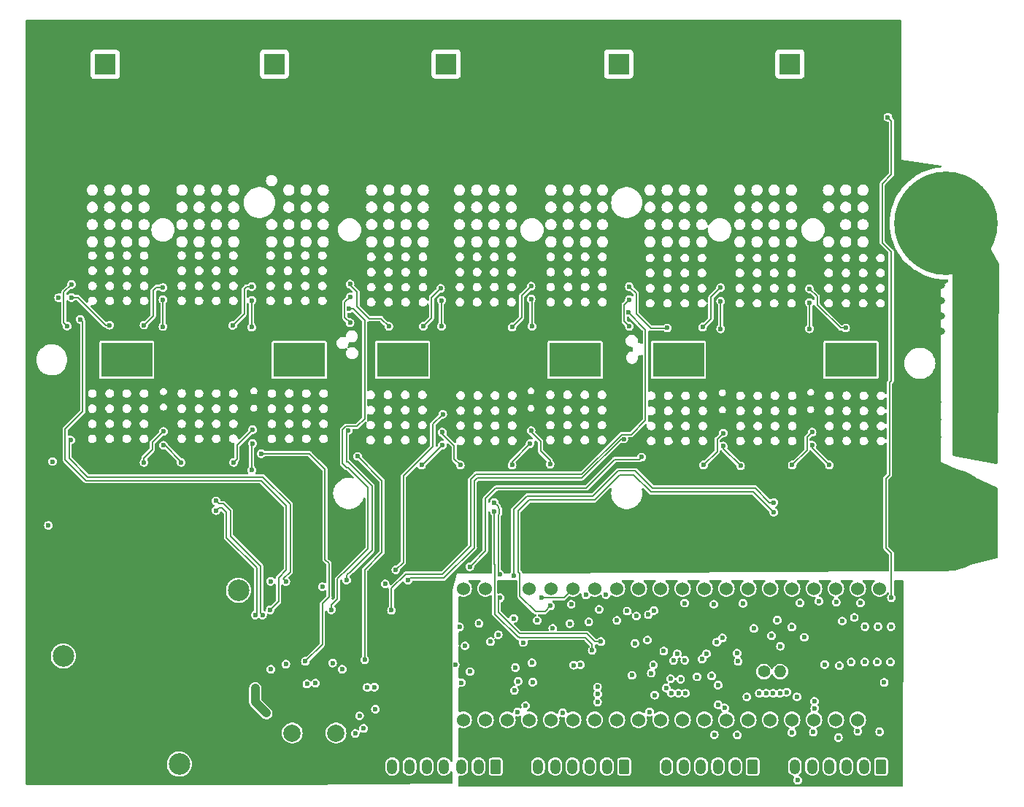
<source format=gbr>
%TF.GenerationSoftware,KiCad,Pcbnew,7.0.1-0*%
%TF.CreationDate,2023-10-26T13:37:28-04:00*%
%TF.ProjectId,MP2_DFN,4d50325f-4446-44e2-9e6b-696361645f70,rev?*%
%TF.SameCoordinates,Original*%
%TF.FileFunction,Copper,L3,Inr*%
%TF.FilePolarity,Positive*%
%FSLAX46Y46*%
G04 Gerber Fmt 4.6, Leading zero omitted, Abs format (unit mm)*
G04 Created by KiCad (PCBNEW 7.0.1-0) date 2023-10-26 13:37:28*
%MOMM*%
%LPD*%
G01*
G04 APERTURE LIST*
G04 Aperture macros list*
%AMRoundRect*
0 Rectangle with rounded corners*
0 $1 Rounding radius*
0 $2 $3 $4 $5 $6 $7 $8 $9 X,Y pos of 4 corners*
0 Add a 4 corners polygon primitive as box body*
4,1,4,$2,$3,$4,$5,$6,$7,$8,$9,$2,$3,0*
0 Add four circle primitives for the rounded corners*
1,1,$1+$1,$2,$3*
1,1,$1+$1,$4,$5*
1,1,$1+$1,$6,$7*
1,1,$1+$1,$8,$9*
0 Add four rect primitives between the rounded corners*
20,1,$1+$1,$2,$3,$4,$5,0*
20,1,$1+$1,$4,$5,$6,$7,0*
20,1,$1+$1,$6,$7,$8,$9,0*
20,1,$1+$1,$8,$9,$2,$3,0*%
G04 Aperture macros list end*
%TA.AperFunction,ComponentPad*%
%ADD10C,3.200000*%
%TD*%
%TA.AperFunction,ComponentPad*%
%ADD11RoundRect,0.250000X0.350000X0.625000X-0.350000X0.625000X-0.350000X-0.625000X0.350000X-0.625000X0*%
%TD*%
%TA.AperFunction,ComponentPad*%
%ADD12O,1.200000X1.750000*%
%TD*%
%TA.AperFunction,ComponentPad*%
%ADD13C,3.000000*%
%TD*%
%TA.AperFunction,ComponentPad*%
%ADD14C,1.524000*%
%TD*%
%TA.AperFunction,ComponentPad*%
%ADD15C,1.400000*%
%TD*%
%TA.AperFunction,ComponentPad*%
%ADD16O,1.400000X1.400000*%
%TD*%
%TA.AperFunction,ComponentPad*%
%ADD17C,2.500000*%
%TD*%
%TA.AperFunction,ComponentPad*%
%ADD18R,2.400000X2.400000*%
%TD*%
%TA.AperFunction,ComponentPad*%
%ADD19C,2.400000*%
%TD*%
%TA.AperFunction,ComponentPad*%
%ADD20C,2.000000*%
%TD*%
%TA.AperFunction,ComponentPad*%
%ADD21R,6.000000X4.000000*%
%TD*%
%TA.AperFunction,ViaPad*%
%ADD22C,0.600000*%
%TD*%
%TA.AperFunction,ViaPad*%
%ADD23C,0.800000*%
%TD*%
%TA.AperFunction,ViaPad*%
%ADD24C,12.000000*%
%TD*%
%TA.AperFunction,Conductor*%
%ADD25C,1.000000*%
%TD*%
%TA.AperFunction,Conductor*%
%ADD26C,0.200000*%
%TD*%
G04 APERTURE END LIST*
D10*
%TO.N,GND*%
%TO.C,TpGND2*%
X130000000Y-92300000D03*
%TD*%
D11*
%TO.N,Net-(J4-Pin_1)*%
%TO.C,J4*%
X117700000Y-119700000D03*
D12*
%TO.N,GND*%
X115700000Y-119700000D03*
%TO.N,PB6 D_UART1_TX I2C1_SCL TIM4_CH1*%
X113700000Y-119700000D03*
%TO.N,PB5 MOSI TIM3 CH2*%
X111700000Y-119700000D03*
%TO.N,PB4 MISO TIM3 CH1*%
X109700000Y-119700000D03*
%TO.N,PB3 SCK TIM2CH2*%
X107700000Y-119700000D03*
%TD*%
D13*
%TO.N,GND*%
%TO.C,TpGND4*%
X72569000Y-106778260D03*
%TD*%
D10*
%TO.N,GND*%
%TO.C,TpGND1*%
X141000000Y-92300000D03*
%TD*%
D11*
%TO.N,Net-(J2-Pin_1)*%
%TO.C,J2*%
X132600000Y-119700000D03*
D12*
%TO.N,GND*%
X130600000Y-119700000D03*
%TO.N,PC10 SPI3 SCK UART4TX*%
X128600000Y-119700000D03*
%TO.N,PC11 SPI3 MISO UART4RX*%
X126600000Y-119700000D03*
%TO.N,PC12 SPI3 MOSI GPIO*%
X124600000Y-119700000D03*
%TO.N,PB7 D_UART1_RX I2C1_SDA TIM4_CH2*%
X122600000Y-119700000D03*
%TD*%
D11*
%TO.N,Net-(J1-Pin_1)*%
%TO.C,J1*%
X102800000Y-119700000D03*
D12*
%TO.N,GND*%
X100800000Y-119700000D03*
%TO.N,Net-(J1-Pin_3)*%
X98800000Y-119700000D03*
%TO.N,Net-(J1-Pin_4)*%
X96800000Y-119700000D03*
%TO.N,UART3RX_I2C2SDA_ADC12-15*%
X94800000Y-119700000D03*
%TO.N,UART3TX_I2C2SCL_ADC12-14*%
X92800000Y-119700000D03*
%TO.N,PA5 ADC12-5 SPI1SCK TIM8CH1*%
X90800000Y-119700000D03*
%TD*%
D10*
%TO.N,GND*%
%TO.C,TpGND3*%
X107500000Y-92300000D03*
%TD*%
%TO.N,GND*%
%TO.C,TpGND7*%
X97500000Y-92300000D03*
%TD*%
D14*
%TO.N,unconnected-(U5-VBAT-Pad1)*%
%TO.C,U5*%
X147329000Y-99028000D03*
%TO.N,HALL_A*%
X144789000Y-99028000D03*
%TO.N,HALL_B*%
X142249000Y-99028000D03*
%TO.N,HALL_C*%
X139709000Y-99028000D03*
%TO.N,Net-(U5-NRST)*%
X137169000Y-99028000D03*
%TO.N,A_THROTTLE*%
X134629000Y-99028000D03*
%TO.N,VSENSE*%
X132089000Y-99028000D03*
%TO.N,A_SHA_AMP*%
X129549000Y-99028000D03*
%TO.N,A_SHB_AMP*%
X127009000Y-99028000D03*
%TO.N,A_SHC_AMP*%
X124469000Y-99028000D03*
%TO.N,A_PHA_VSENSE*%
X121929000Y-99028000D03*
%TO.N,A_PHB_VSENSE*%
X119389000Y-99028000D03*
%TO.N,MOTOR_TEMP*%
X116849000Y-99028000D03*
%TO.N,A_PHC_VSENSE*%
X114309000Y-99028000D03*
%TO.N,FET_TEMP*%
X111769000Y-99028000D03*
%TO.N,PA6 ADC12-6 SPI1MISO TIM13CH1*%
X109229000Y-99028000D03*
%TO.N,Net-(U5-PA5)*%
X106689000Y-99028000D03*
%TO.N,V3V3*%
X104149000Y-99028000D03*
%TO.N,GND*%
X101609000Y-99028000D03*
%TO.N,unconnected-(U5-NC-Pad20)*%
X99069000Y-99028000D03*
%TO.N,A_OVERLIMIT*%
X99069000Y-114268000D03*
%TO.N,_LIN_A*%
X101609000Y-114268000D03*
%TO.N,_LIN_B*%
X104149000Y-114268000D03*
%TO.N,_LIN_C*%
X106689000Y-114268000D03*
%TO.N,_HIN_A*%
X109229000Y-114268000D03*
%TO.N,_HIN_B*%
X111769000Y-114268000D03*
%TO.N,_HIN_C*%
X114285395Y-114277993D03*
%TO.N,Net-(U5-DUAL1)*%
X116849000Y-114268000D03*
%TO.N,Net-(U5-DUAL2)*%
X119389000Y-114268000D03*
%TO.N,Net-(RN2-R4.1)*%
X121929000Y-114268000D03*
%TO.N,Net-(RN2-R3.1)*%
X124469000Y-114268000D03*
%TO.N,Net-(RN2-R2.1)*%
X127009000Y-114268000D03*
%TO.N,Net-(RN2-R1.1)*%
X129549000Y-114268000D03*
%TO.N,Net-(RN3-R4.1)*%
X132089000Y-114268000D03*
%TO.N,Net-(RN3-R3.1)*%
X134629000Y-114268000D03*
%TO.N,Net-(RN3-R2.1)*%
X137169000Y-114268000D03*
%TO.N,Net-(RN3-R1.1)*%
X139709000Y-114268000D03*
%TO.N,V5V*%
X142249000Y-114268000D03*
%TO.N,GND*%
X144789000Y-114268000D03*
%TO.N,V3V3*%
X147329000Y-114268000D03*
%TD*%
D10*
%TO.N,GND*%
%TO.C,TpGND6*%
X75500000Y-92300000D03*
%TD*%
D15*
%TO.N,GND*%
%TO.C,NTC1*%
X133914000Y-108678260D03*
D16*
%TO.N,FET_TEMP*%
X135814000Y-108678260D03*
%TD*%
D10*
%TO.N,GND*%
%TO.C,TpGND5*%
X65500000Y-92300000D03*
%TD*%
D11*
%TO.N,GND*%
%TO.C,J3*%
X147500000Y-119700000D03*
D12*
%TO.N,Net-(J3-Pin_2)*%
X145500000Y-119700000D03*
%TO.N,Net-(J3-Pin_3)*%
X143500000Y-119700000D03*
%TO.N,Net-(J3-Pin_4)*%
X141500000Y-119700000D03*
%TO.N,Net-(J3-Pin_5)*%
X139500000Y-119700000D03*
%TO.N,V5V*%
X137500000Y-119700000D03*
%TD*%
D17*
%TO.N,V12V_safe*%
%TO.C,Tp12V1*%
X66100000Y-119400000D03*
%TD*%
%TO.N,Net-(D8-A1)*%
%TO.C,U6*%
X52640000Y-106860000D03*
%TO.N,GND*%
X52640000Y-111940000D03*
X72960000Y-119560000D03*
%TO.N,V12V_safe*%
X72960000Y-99240000D03*
%TD*%
D18*
%TO.N,VBAT*%
%TO.C,CR2*%
X77125000Y-38172220D03*
D19*
%TO.N,GND*%
X77125000Y-45672220D03*
%TD*%
D20*
%TO.N,V12V_safe*%
%TO.C,U7*%
X79200000Y-115800000D03*
%TO.N,GND*%
X81740000Y-115800000D03*
%TO.N,V5V*%
X84280000Y-115800000D03*
%TD*%
D21*
%TO.N,DV1H_N*%
%TO.C,PHA_1*%
X60000000Y-72500000D03*
%TD*%
%TO.N,DV2H_N*%
%TO.C,PHB_2*%
X112000000Y-72500000D03*
%TD*%
D18*
%TO.N,VBAT*%
%TO.C,CR4*%
X117075000Y-38172220D03*
D19*
%TO.N,GND*%
X117075000Y-45672220D03*
%TD*%
D21*
%TO.N,DV3H_N*%
%TO.C,PHC_2*%
X144000000Y-72500000D03*
%TD*%
%TO.N,DV3H_N*%
%TO.C,PHC_1*%
X124000000Y-72500000D03*
%TD*%
%TO.N,DV2H_N*%
%TO.C,PHB_1*%
X92000000Y-72500000D03*
%TD*%
%TO.N,DV1H_N*%
%TO.C,PHA_2*%
X80000000Y-72500000D03*
%TD*%
D18*
%TO.N,VBAT*%
%TO.C,CR5*%
X136925000Y-38172220D03*
D19*
%TO.N,GND*%
X136925000Y-45672220D03*
%TD*%
D18*
%TO.N,VBAT*%
%TO.C,CR1*%
X57500000Y-38225000D03*
D19*
%TO.N,GND*%
X57500000Y-45725000D03*
%TD*%
D18*
%TO.N,VBAT*%
%TO.C,CR3*%
X97050000Y-38172220D03*
D19*
%TO.N,GND*%
X97050000Y-45672220D03*
%TD*%
D22*
%TO.N,V12V*%
X76200000Y-113500000D03*
X74900000Y-110600000D03*
%TO.N,Net-(D8-A1)*%
X50908000Y-91699100D03*
X51391000Y-84300000D03*
X52100000Y-65287500D03*
%TO.N,V3V3*%
X110050000Y-108350000D03*
D23*
X104950000Y-118250498D03*
X135400000Y-117600000D03*
D22*
X117550000Y-109250000D03*
X139019000Y-107828260D03*
D23*
X119950000Y-118025000D03*
D22*
X117550000Y-107750000D03*
%TO.N,A_SHA_V+*%
X114600000Y-110450000D03*
X75750000Y-102100000D03*
X70365500Y-88861800D03*
%TO.N,GND*%
X138100000Y-100700000D03*
X130825000Y-116025000D03*
D23*
X150396000Y-67088000D03*
D22*
X122598907Y-110570775D03*
D23*
X58561200Y-96000000D03*
X120000000Y-96012000D03*
X56561200Y-96000000D03*
X63300000Y-50500000D03*
X93000000Y-92000000D03*
X58561200Y-92000000D03*
X145300000Y-91900000D03*
X114000000Y-96012000D03*
X118000000Y-96012000D03*
X60561200Y-96000000D03*
D22*
X58150000Y-117075000D03*
X123075000Y-109500000D03*
D23*
X81800000Y-96000000D03*
D22*
X137750000Y-111600000D03*
D23*
X124300000Y-50500000D03*
D22*
X148600000Y-107550000D03*
X144050000Y-107550000D03*
D23*
X93000000Y-94000000D03*
X137750000Y-94000000D03*
X127900000Y-50500000D03*
X106900000Y-50500000D03*
D22*
X99825000Y-108675000D03*
X73300000Y-109900000D03*
X86100000Y-107000000D03*
D23*
X152146000Y-67088000D03*
X51204800Y-51500000D03*
D22*
X137150000Y-103500000D03*
D23*
X124000000Y-96012000D03*
X145750000Y-96000000D03*
X128000000Y-96012000D03*
X66561200Y-96000000D03*
D22*
X89050000Y-118800000D03*
X67900000Y-103100000D03*
D23*
X88700000Y-50500000D03*
X143900000Y-50500000D03*
X150396000Y-65088000D03*
D22*
X61150000Y-117025000D03*
X145600000Y-107550000D03*
D23*
X121000000Y-94000000D03*
X141750000Y-96000000D03*
D22*
X120400000Y-105000000D03*
X144400000Y-102375000D03*
D23*
X79725000Y-89950000D03*
X151158000Y-83972400D03*
X70561200Y-94000000D03*
X68561200Y-96000000D03*
X152050000Y-80350000D03*
X90805000Y-92107000D03*
X103300000Y-50500000D03*
D22*
X96600500Y-103975000D03*
D23*
X65100000Y-50500000D03*
X145700000Y-50500000D03*
X154479000Y-63877000D03*
X62561200Y-96000000D03*
X68700000Y-50500000D03*
D22*
X62100000Y-110300000D03*
D23*
X87000000Y-92000000D03*
D22*
X72069000Y-112228260D03*
D23*
X108700000Y-50500000D03*
X150300000Y-78350000D03*
D22*
X88900000Y-104500000D03*
X98800000Y-109950000D03*
X105350000Y-113350000D03*
X82610000Y-109385000D03*
D23*
X135000000Y-94000000D03*
X152146000Y-69088000D03*
D22*
X129089325Y-104770440D03*
D23*
X64561200Y-96000000D03*
X123000000Y-94000000D03*
D22*
X56700000Y-108475000D03*
X80350000Y-110875000D03*
X73300000Y-111500000D03*
D23*
X90500000Y-50500000D03*
D22*
X147050000Y-107550000D03*
X68000000Y-115850000D03*
X76700000Y-116800000D03*
X130919000Y-107478260D03*
X134800000Y-104500000D03*
X89100000Y-117250000D03*
D23*
X135000000Y-92000000D03*
D22*
X65375000Y-112400000D03*
D23*
X83300000Y-50500000D03*
D22*
X128100000Y-100850000D03*
X82100000Y-104500000D03*
X140950000Y-107850000D03*
D23*
X116000000Y-96012000D03*
X90840000Y-114200000D03*
X154524000Y-69178000D03*
D22*
X69700000Y-117550000D03*
D23*
X115000000Y-94000000D03*
X150396000Y-69088000D03*
X81000000Y-90000000D03*
X95000000Y-94000000D03*
D22*
X93500000Y-107700000D03*
D23*
X58561200Y-94000000D03*
X84900000Y-73716400D03*
X145750000Y-94000000D03*
D22*
X52480000Y-76500000D03*
X131500000Y-100750000D03*
X138600000Y-104700000D03*
X118600000Y-109100000D03*
D23*
X117000000Y-94000000D03*
D22*
X54850000Y-102225000D03*
D23*
X127000000Y-94000000D03*
D22*
X107000000Y-107649500D03*
X140300000Y-100500000D03*
D23*
X80264000Y-96012000D03*
D22*
X54300000Y-100550000D03*
X61419000Y-100978260D03*
X99250500Y-105675000D03*
D23*
X81800000Y-94000000D03*
D22*
X143000000Y-102800000D03*
X118950000Y-105400000D03*
X59325000Y-108625000D03*
D23*
X56561200Y-94000000D03*
X154082000Y-81426000D03*
D22*
X96350000Y-105175000D03*
X116875000Y-102725000D03*
D23*
X85000000Y-92000000D03*
D22*
X124250000Y-109550498D03*
X137160000Y-115750000D03*
X111850000Y-107925000D03*
X124750000Y-107350000D03*
X56900000Y-99625000D03*
X120500000Y-102074500D03*
D23*
X154524000Y-67400000D03*
D22*
X139817023Y-112926319D03*
D23*
X126100000Y-50500000D03*
X152050000Y-76350000D03*
D22*
X54300000Y-75430000D03*
D23*
X110500000Y-50500000D03*
X85000000Y-96000000D03*
D22*
X98100000Y-107900000D03*
D23*
X108204000Y-96012000D03*
X110000000Y-96012000D03*
X154082000Y-77426000D03*
D22*
X78930000Y-109865000D03*
X96650000Y-77100000D03*
D23*
X53004800Y-51500000D03*
D22*
X100857789Y-103076987D03*
D23*
X113000000Y-94000000D03*
X86900000Y-50500000D03*
D22*
X148650000Y-103450000D03*
X136559958Y-111061687D03*
X77400000Y-109800000D03*
X53669000Y-120878260D03*
X71000000Y-115600000D03*
D23*
X86525000Y-73675000D03*
D22*
X121100000Y-107900000D03*
X105400000Y-109800000D03*
D23*
X95000000Y-92000000D03*
D22*
X144800000Y-115600000D03*
D23*
X143750000Y-96000000D03*
X139750000Y-96000000D03*
D22*
X128150000Y-116000000D03*
X74475000Y-121225000D03*
D23*
X122000000Y-96012000D03*
X152908000Y-83972400D03*
D22*
X142300000Y-100600000D03*
D23*
X70500000Y-50500000D03*
X60561200Y-92000000D03*
X93000000Y-96000000D03*
X77216000Y-94488000D03*
X117375000Y-92075000D03*
X152050000Y-82350000D03*
D22*
X53670000Y-76480000D03*
D23*
X81000000Y-92000000D03*
X130000000Y-96012000D03*
X117887100Y-74260500D03*
X111000000Y-94000000D03*
X150300000Y-76350000D03*
D22*
X97225000Y-113650000D03*
X135450000Y-102700000D03*
D23*
X150300000Y-80350000D03*
X119411100Y-74260500D03*
D22*
X120650000Y-113350000D03*
X86275000Y-109150000D03*
X147150000Y-103450000D03*
D23*
X62561200Y-94000000D03*
X86614000Y-75438000D03*
X125000000Y-92000000D03*
X76400000Y-96000000D03*
D22*
X113600000Y-102900000D03*
D23*
X143750000Y-94000000D03*
X133000000Y-94000000D03*
X66900000Y-50500000D03*
D22*
X66800000Y-107275000D03*
D23*
X119175000Y-75275000D03*
X137750000Y-92000000D03*
X126000000Y-96012000D03*
D24*
X155000000Y-91000000D03*
D23*
X104089200Y-93707200D03*
D22*
X124723911Y-100726089D03*
D23*
X129700000Y-50500000D03*
D22*
X119125000Y-102225000D03*
D23*
X152146000Y-65088000D03*
D22*
X145650000Y-103450000D03*
D23*
X89400000Y-114200000D03*
D22*
X93700000Y-109525000D03*
X105100000Y-108200000D03*
D23*
X152050000Y-78350000D03*
X80264000Y-94012000D03*
X68561200Y-94000000D03*
D22*
X55500000Y-116150000D03*
X137819000Y-121278260D03*
D23*
X154082000Y-79426000D03*
X56561200Y-92000000D03*
D22*
X61969000Y-105928260D03*
X66050000Y-117025000D03*
D23*
X85000000Y-94000000D03*
D22*
X80000000Y-117300000D03*
X98600000Y-103500000D03*
X147350000Y-115650000D03*
X112626089Y-107873911D03*
D23*
X70561200Y-96000000D03*
X132000000Y-96012000D03*
D22*
X62425000Y-113900000D03*
D23*
X90805000Y-94107000D03*
X72644000Y-96012000D03*
X112000000Y-96012000D03*
D22*
X107100000Y-109900000D03*
X113269000Y-99778260D03*
X114642844Y-111254978D03*
D23*
X60561200Y-94000000D03*
D22*
X142675000Y-107975000D03*
X139650000Y-115700000D03*
X126172012Y-109274190D03*
D23*
X119000000Y-94000000D03*
X87000000Y-94000000D03*
D22*
X67500000Y-99275000D03*
D23*
X147500000Y-50500000D03*
D22*
X115600000Y-99750000D03*
X132750000Y-103675000D03*
D23*
X105100000Y-50500000D03*
D22*
X79300000Y-107100000D03*
D23*
X137750000Y-96000000D03*
X115000000Y-92000000D03*
X131500000Y-50500000D03*
D22*
X52650000Y-99475000D03*
D23*
X112700000Y-91800000D03*
X85100000Y-50500000D03*
X117887100Y-75276500D03*
D22*
X111400000Y-103100000D03*
D23*
X75216000Y-94488000D03*
D22*
X94193936Y-114730271D03*
X147869000Y-109928260D03*
X110550000Y-113450000D03*
D23*
X154479000Y-65655000D03*
X85598000Y-75438000D03*
X135001000Y-96012000D03*
X104089200Y-95707200D03*
D22*
X121250000Y-111400000D03*
X89650000Y-109675000D03*
D23*
X120200000Y-92050000D03*
X49404800Y-51500000D03*
X125000000Y-94000000D03*
D22*
X127850000Y-109175000D03*
X64050000Y-103050000D03*
D23*
X150300000Y-82350000D03*
D22*
X126729690Y-107207028D03*
X142550000Y-116328260D03*
D23*
X95000000Y-96000000D03*
D22*
X76050000Y-110925000D03*
%TO.N,A_SHA_V-*%
X114600000Y-112200000D03*
X70365500Y-89979300D03*
X74900000Y-102100000D03*
%TO.N,Net-(D4-K)*%
X104950000Y-110849500D03*
X123850000Y-106600000D03*
X130800000Y-106550000D03*
X120850000Y-108850000D03*
X127250000Y-106600000D03*
%TO.N,A_SHB_V+*%
X103300000Y-100100000D03*
X115000000Y-105200000D03*
X102641100Y-89045100D03*
X103286500Y-97400000D03*
%TO.N,A_SHC_V+*%
X135050000Y-89050000D03*
X104902000Y-97536000D03*
%TO.N,A_SHB_V-*%
X114000000Y-106200000D03*
X102641100Y-90086500D03*
%TO.N,A_SHC_V-*%
X109150000Y-101050000D03*
X135050800Y-90173900D03*
D23*
%TO.N,VBAT*%
X157988000Y-62992000D03*
X158800000Y-79600000D03*
X157318000Y-69178000D03*
X157988000Y-70612000D03*
X157000000Y-77022000D03*
X157318000Y-67400000D03*
X160528000Y-68072000D03*
X160528000Y-73152000D03*
X157400000Y-66200000D03*
X160528000Y-78232000D03*
X157988000Y-73152000D03*
X158800000Y-77060000D03*
X157400000Y-64004000D03*
X160528000Y-83312000D03*
X160528000Y-65532000D03*
X157000000Y-78800000D03*
D24*
X155000000Y-56650000D03*
D23*
X160528000Y-80772000D03*
X160528000Y-62992000D03*
X157988000Y-83312000D03*
X160528000Y-70612000D03*
X157000000Y-82356000D03*
X157000000Y-80578000D03*
X160528000Y-75692000D03*
D22*
%TO.N,Net-(J1-Pin_3)*%
X129369000Y-112878260D03*
%TO.N,Net-(J1-Pin_4)*%
X128599500Y-112523264D03*
%TO.N,A_PHA_VSENSE*%
X121150000Y-101600000D03*
X76687500Y-98200000D03*
%TO.N,FET_TEMP*%
X108100000Y-100090260D03*
X96650000Y-78800000D03*
X135825000Y-105725500D03*
X91225000Y-96850000D03*
%TO.N,A_PHB_VSENSE*%
X118050000Y-101650000D03*
X82687500Y-98812500D03*
%TO.N,A_PHC_VSENSE*%
X89975000Y-98500000D03*
X114800000Y-101450000D03*
%TO.N,LIN_A*%
X81900000Y-110000000D03*
X78454500Y-107800500D03*
%TO.N,LIN_B*%
X88725000Y-110475000D03*
X84990000Y-108400000D03*
%TO.N,HIN_A*%
X76714000Y-108400000D03*
X80900000Y-110100000D03*
%TO.N,HIN_B*%
X87900000Y-110500000D03*
X83875000Y-107675000D03*
%TO.N,Net-(R32-Pad2)*%
X109425000Y-103650500D03*
X103100000Y-104400000D03*
%TO.N,MOTOR_TEMP*%
X139769000Y-112128260D03*
X128450000Y-105250511D03*
X128599500Y-110238992D03*
%TO.N,Net-(U4C-+)*%
X104910421Y-102499500D03*
X107625000Y-102725000D03*
%TO.N,Net-(U4C--)*%
X102200000Y-105200000D03*
X106000000Y-105300000D03*
%TO.N,Net-(RN2-R2.1)*%
X124796768Y-111173384D03*
%TO.N,Net-(RN2-R3.1)*%
X123996656Y-111173606D03*
%TO.N,Net-(RN2-R4.1)*%
X123150000Y-111150000D03*
%TO.N,VSENSE*%
X148291600Y-44349000D03*
X148700000Y-100100000D03*
X145100000Y-100700000D03*
%TO.N,DVRL1*%
X75600000Y-83400000D03*
X80716989Y-107483011D03*
%TO.N,DVRL2*%
X87600000Y-107300000D03*
X86800000Y-83700000D03*
%TO.N,Net-(CGS1-Pad2)*%
X53086000Y-68580000D03*
X53594000Y-63754000D03*
%TO.N,Net-(CGS2-Pad2)*%
X64200000Y-65500000D03*
X64205000Y-68633800D03*
%TO.N,Net-(RN3-R1.1)*%
X135769000Y-111178260D03*
%TO.N,Net-(RN3-R2.1)*%
X134969000Y-111178260D03*
%TO.N,Net-(RN3-R3.1)*%
X134169000Y-111178260D03*
%TO.N,Net-(RN3-R4.1)*%
X133369000Y-111178260D03*
%TO.N,Net-(CGS3-Pad2)*%
X74500000Y-68700000D03*
X74500000Y-65600000D03*
%TO.N,Net-(CGS4-Pad2)*%
X85900000Y-65200000D03*
X85900000Y-68200000D03*
%TO.N,Net-(CGS5-Pad2)*%
X96500000Y-68600000D03*
X96500000Y-65600000D03*
%TO.N,Net-(CGS6-Pad2)*%
X107000000Y-68600000D03*
X106900000Y-65450000D03*
%TO.N,Net-(CGS7-Pad2)*%
X118300000Y-68600000D03*
X118300000Y-65500000D03*
%TO.N,_HIN_A*%
X86500000Y-115850000D03*
%TO.N,_LIN_A*%
X87475000Y-115275000D03*
%TO.N,_HIN_B*%
X87000000Y-113800000D03*
%TO.N,_LIN_B*%
X88850000Y-113025000D03*
%TO.N,Net-(CGS8-Pad2)*%
X128900000Y-65700000D03*
X128900000Y-68900000D03*
%TO.N,Net-(CGS9-Pad2)*%
X139200000Y-65850000D03*
X139200000Y-68900000D03*
%TO.N,DVRL3*%
X99800000Y-96500000D03*
X119730000Y-83780000D03*
%TO.N,Net-(CGS10-Pad2)*%
X64262000Y-80800000D03*
X72400000Y-84400000D03*
X74600000Y-80600000D03*
X62000000Y-84400000D03*
%TO.N,Net-(CGS11-Pad1)*%
X66300000Y-84400000D03*
X64262000Y-82400000D03*
%TO.N,Net-(CGS12-Pad1)*%
X74600000Y-82200000D03*
X74500000Y-85300000D03*
%TO.N,Net-(CGS13-Pad2)*%
X106800000Y-82200000D03*
X96600000Y-82400000D03*
X104700000Y-84700000D03*
X94200000Y-84700000D03*
%TO.N,Net-(CGS14-Pad1)*%
X98700000Y-84700000D03*
X96600000Y-80900000D03*
%TO.N,Net-(CGS15-Pad1)*%
X109100000Y-84600000D03*
X106900000Y-80700000D03*
%TO.N,Net-(CGS16-Pad2)*%
X129200000Y-81000000D03*
X139500000Y-80900000D03*
X126900000Y-84700000D03*
X137200000Y-84700000D03*
%TO.N,Net-(CGS17-Pad1)*%
X129200000Y-82500000D03*
X131200000Y-84800000D03*
%TO.N,Net-(CGS18-Pad1)*%
X139500000Y-82400000D03*
X141500000Y-84700000D03*
%TO.N,DV1H_N*%
X58003500Y-68473300D03*
X53500000Y-81800000D03*
X53594000Y-65278000D03*
X72300000Y-68500000D03*
X62003500Y-68469300D03*
X74500000Y-64000000D03*
X78450000Y-98225000D03*
X64200000Y-64100000D03*
%TO.N,DV2H_N*%
X85670000Y-80702500D03*
X94400000Y-68600000D03*
X85500000Y-98050000D03*
X85900000Y-63700000D03*
X90400000Y-68600000D03*
X104700000Y-68700000D03*
X106900000Y-63950000D03*
X96400000Y-64200000D03*
%TO.N,DV3H_N*%
X143400000Y-68800000D03*
X117650000Y-81675000D03*
X128900000Y-64100000D03*
X122700000Y-68800000D03*
X92625000Y-98075000D03*
X126800000Y-68700000D03*
X139200000Y-64250000D03*
X118300000Y-64000000D03*
%TO.N,DV1H_P*%
X76650000Y-101500000D03*
X54600000Y-67800000D03*
%TO.N,DV2H_P*%
X83725000Y-101500000D03*
X85800000Y-66537800D03*
%TO.N,DV3H_P*%
X90700000Y-101550000D03*
X118200000Y-67000000D03*
%TO.N,PA6 ADC12-6 SPI1MISO TIM13CH1*%
X131950000Y-111600000D03*
X111550000Y-100850000D03*
X122300000Y-106300000D03*
X123423911Y-107373911D03*
%TO.N,PA5 ADC12-5 SPI1SCK TIM8CH1*%
X106275000Y-112625000D03*
%TD*%
D25*
%TO.N,V12V*%
X74900000Y-112200000D02*
X76200000Y-113500000D01*
X74900000Y-110600000D02*
X74900000Y-112200000D01*
D26*
%TO.N,A_SHA_V+*%
X70699249Y-89195549D02*
X70365500Y-88861800D01*
X75550001Y-101900001D02*
X75550001Y-96456801D01*
X75550001Y-96456801D02*
X72025000Y-92931800D01*
X72025000Y-92931800D02*
X72025000Y-90006800D01*
X72025000Y-90006800D02*
X71213749Y-89195549D01*
X71213749Y-89195549D02*
X70699249Y-89195549D01*
X75750000Y-102100000D02*
X75550001Y-101900001D01*
%TO.N,GND*%
X96650000Y-77951471D02*
X96650000Y-77100000D01*
X150000000Y-91800000D02*
X149400000Y-92400000D01*
%TO.N,A_SHA_V-*%
X71027351Y-89645551D02*
X70699249Y-89645551D01*
X75099999Y-101900001D02*
X75099999Y-96643199D01*
X71575000Y-90193200D02*
X71027351Y-89645551D01*
X75099999Y-96643199D02*
X71575000Y-93118200D01*
X71575000Y-93118200D02*
X71575000Y-90193200D01*
X70699249Y-89645551D02*
X70365500Y-89979300D01*
X74900000Y-102100000D02*
X75099999Y-101900001D01*
%TO.N,A_SHB_V+*%
X103087000Y-101768800D02*
X103087000Y-100313000D01*
X105759899Y-104275000D02*
X105734917Y-104250019D01*
X115000000Y-105200000D02*
X114318199Y-105200000D01*
X102641100Y-89045100D02*
X103091100Y-89495100D01*
X114318199Y-105200000D02*
X113393199Y-104275000D01*
X103087000Y-101768800D02*
X105568219Y-104250019D01*
X103091100Y-95750000D02*
X103087000Y-95754100D01*
X103091100Y-90485029D02*
X103091100Y-95750000D01*
X103241100Y-89837971D02*
X103241100Y-90335029D01*
X103087000Y-95754100D02*
X103087000Y-97200500D01*
X103241100Y-90335029D02*
X103091100Y-90485029D01*
X113393199Y-104275000D02*
X105759899Y-104275000D01*
X103087000Y-100313000D02*
X103300000Y-100100000D01*
X103091100Y-89687971D02*
X103241100Y-89837971D01*
X103091100Y-89495100D02*
X103091100Y-89687971D01*
X105734917Y-104250019D02*
X105568219Y-104250019D01*
X103087000Y-97200500D02*
X103286500Y-97400000D01*
%TO.N,A_SHC_V+*%
X117000800Y-85373000D02*
X118991200Y-85373000D01*
X106459800Y-88294000D02*
X114079800Y-88294000D01*
X104902000Y-89851800D02*
X106459800Y-88294000D01*
X114079800Y-88294000D02*
X117000800Y-85373000D01*
X104902000Y-97536000D02*
X104902000Y-89851800D01*
X134563297Y-89050000D02*
X135050000Y-89050000D01*
X132888297Y-87375000D02*
X134563297Y-89050000D01*
X120993200Y-87375000D02*
X132888297Y-87375000D01*
X118991200Y-85373000D02*
X120993200Y-87375000D01*
%TO.N,A_SHB_V-*%
X105573529Y-104725000D02*
X113206801Y-104725000D01*
X105548529Y-104700000D02*
X105573529Y-104725000D01*
X105381800Y-104700000D02*
X105548529Y-104700000D01*
X102687000Y-102005200D02*
X105381800Y-104700000D01*
X113206801Y-104725000D02*
X114000000Y-105518199D01*
X102687000Y-96205200D02*
X102687000Y-102005200D01*
X102641100Y-90086500D02*
X102641100Y-96159300D01*
X114000000Y-105518199D02*
X114000000Y-106200000D01*
X102641100Y-96159300D02*
X102687000Y-96205200D01*
%TO.N,A_SHC_V-*%
X120806800Y-87825000D02*
X132701900Y-87825000D01*
X108500000Y-101700000D02*
X107401471Y-101700000D01*
X105600000Y-99898529D02*
X105600000Y-97300000D01*
X132701900Y-87825000D02*
X135050800Y-90173900D01*
X106646200Y-88744000D02*
X114266200Y-88744000D01*
X117187200Y-85823000D02*
X118804800Y-85823000D01*
X118804800Y-85823000D02*
X120806800Y-87825000D01*
X109150000Y-101050000D02*
X108500000Y-101700000D01*
X107401471Y-101700000D02*
X105600000Y-99898529D01*
X105400000Y-97100000D02*
X105400000Y-89990200D01*
X114266200Y-88744000D02*
X117187200Y-85823000D01*
X105400000Y-89990200D02*
X106646200Y-88744000D01*
X105600000Y-97300000D02*
X105400000Y-97100000D01*
%TO.N,FET_TEMP*%
X95504000Y-82496000D02*
X95504000Y-79946000D01*
X92083057Y-85968414D02*
X95504000Y-82547471D01*
X95504000Y-79946000D02*
X96650000Y-78800000D01*
X95504000Y-82547471D02*
X95504000Y-82496000D01*
X92083057Y-85968414D02*
X92083057Y-95991943D01*
X110707000Y-100090260D02*
X108100000Y-100090260D01*
X92083057Y-95991943D02*
X91225000Y-96850000D01*
X111769000Y-99028260D02*
X110707000Y-100090260D01*
%TO.N,VSENSE*%
X148700000Y-44757400D02*
X148291600Y-44349000D01*
X148050000Y-86250000D02*
X148475000Y-85825000D01*
X148475000Y-75125000D02*
X148675000Y-74925000D01*
X148675000Y-59925000D02*
X147650000Y-58900000D01*
X148700000Y-51000000D02*
X148700000Y-44757400D01*
X148700000Y-100100000D02*
X148700000Y-94950000D01*
X147650000Y-58900000D02*
X147650000Y-52050000D01*
X148050000Y-94300000D02*
X148050000Y-86250000D01*
X147650000Y-52050000D02*
X148700000Y-51000000D01*
X148700000Y-94950000D02*
X148050000Y-94300000D01*
X148675000Y-74925000D02*
X148675000Y-59925000D01*
X148475000Y-85825000D02*
X148475000Y-75125000D01*
%TO.N,DVRL1*%
X82700000Y-105500000D02*
X82700000Y-100800000D01*
X82700000Y-100800000D02*
X83475000Y-100025000D01*
X75600000Y-83400000D02*
X81200000Y-83400000D01*
X83475000Y-100025000D02*
X83475000Y-96125000D01*
X80716989Y-107483011D02*
X82700000Y-105500000D01*
X83000000Y-95650000D02*
X83000000Y-85200000D01*
X83475000Y-96125000D02*
X83000000Y-95650000D01*
X83000000Y-85200000D02*
X81200000Y-83400000D01*
%TO.N,DVRL2*%
X87600000Y-96850000D02*
X89600000Y-94850000D01*
X87600000Y-107300000D02*
X87600000Y-96850000D01*
X86800000Y-83700000D02*
X89600000Y-86500000D01*
X89600000Y-94850000D02*
X89600000Y-86500000D01*
%TO.N,Net-(CGS1-Pad2)*%
X53086000Y-68580000D02*
X52700000Y-68194000D01*
X52700000Y-68194000D02*
X52700000Y-64648000D01*
X52700000Y-64648000D02*
X53594000Y-63754000D01*
%TO.N,Net-(CGS2-Pad2)*%
X64200000Y-68628800D02*
X64205000Y-68633800D01*
X64200000Y-65500000D02*
X64200000Y-68628800D01*
%TO.N,Net-(CGS3-Pad2)*%
X74500000Y-65600000D02*
X74500000Y-68700000D01*
%TO.N,Net-(CGS4-Pad2)*%
X85900000Y-68200000D02*
X85300000Y-67600000D01*
X85300000Y-67600000D02*
X85300000Y-65800000D01*
X85300000Y-65800000D02*
X85900000Y-65200000D01*
%TO.N,Net-(CGS5-Pad2)*%
X96500000Y-65600000D02*
X96500000Y-68600000D01*
%TO.N,Net-(CGS6-Pad2)*%
X107000000Y-65550000D02*
X106900000Y-65450000D01*
X107000000Y-68600000D02*
X107000000Y-65550000D01*
%TO.N,Net-(CGS7-Pad2)*%
X117700000Y-68000000D02*
X117700000Y-66100000D01*
X118300000Y-68600000D02*
X117700000Y-68000000D01*
X117700000Y-66100000D02*
X118300000Y-65500000D01*
%TO.N,Net-(CGS8-Pad2)*%
X128900000Y-65700000D02*
X128900000Y-68900000D01*
%TO.N,Net-(CGS9-Pad2)*%
X139200000Y-65850000D02*
X139200000Y-68900000D01*
%TO.N,DVRL3*%
X113284000Y-87376000D02*
X102824000Y-87376000D01*
X101600000Y-88600000D02*
X101600000Y-94700000D01*
X101600000Y-94700000D02*
X99800000Y-96500000D01*
X119730000Y-83780000D02*
X119436000Y-84074000D01*
X116586000Y-84074000D02*
X113284000Y-87376000D01*
X102824000Y-87376000D02*
X101600000Y-88600000D01*
X119436000Y-84074000D02*
X116586000Y-84074000D01*
%TO.N,Net-(CGS10-Pad2)*%
X62975000Y-82900000D02*
X62975000Y-82087000D01*
X72800000Y-82400000D02*
X74600000Y-80600000D01*
X72400000Y-84400000D02*
X72800000Y-84000000D01*
X62000000Y-83875000D02*
X62975000Y-82900000D01*
X72800000Y-84000000D02*
X72800000Y-82400000D01*
X62000000Y-84400000D02*
X62000000Y-83875000D01*
X62975000Y-82087000D02*
X64262000Y-80800000D01*
%TO.N,Net-(CGS11-Pad1)*%
X66300000Y-84300000D02*
X66300000Y-84400000D01*
X64400000Y-82400000D02*
X66300000Y-84300000D01*
%TO.N,Net-(CGS12-Pad1)*%
X74600000Y-82200000D02*
X74500000Y-82300000D01*
X74500000Y-82300000D02*
X74500000Y-85300000D01*
%TO.N,Net-(CGS13-Pad2)*%
X94300000Y-84700000D02*
X94200000Y-84700000D01*
X104700000Y-84300000D02*
X104700000Y-84700000D01*
X106800000Y-82200000D02*
X104700000Y-84300000D01*
X96600000Y-82400000D02*
X94300000Y-84700000D01*
%TO.N,Net-(CGS14-Pad1)*%
X98000000Y-84000000D02*
X98700000Y-84700000D01*
X96600000Y-81103171D02*
X98000000Y-82503171D01*
X96600000Y-80900000D02*
X96600000Y-81103171D01*
X98000000Y-82503171D02*
X98000000Y-84000000D01*
%TO.N,Net-(CGS15-Pad1)*%
X107998415Y-83098415D02*
X107998415Y-82001585D01*
X109100000Y-84200000D02*
X109100000Y-84600000D01*
X106900000Y-80700000D02*
X106900000Y-80903171D01*
X106900000Y-80903171D02*
X107998415Y-82001585D01*
X109100000Y-84200000D02*
X107998415Y-83098415D01*
%TO.N,Net-(CGS16-Pad2)*%
X137200000Y-84700000D02*
X138900000Y-83000000D01*
X126900000Y-84700000D02*
X128481100Y-83118900D01*
X128481100Y-83118900D02*
X128481100Y-81718900D01*
X128481100Y-81718900D02*
X129200000Y-81000000D01*
X138900000Y-81500000D02*
X139500000Y-80900000D01*
X138900000Y-83000000D02*
X138900000Y-81500000D01*
%TO.N,Net-(CGS17-Pad1)*%
X129200000Y-82500000D02*
X129200000Y-82800000D01*
X129200000Y-82800000D02*
X131200000Y-84800000D01*
%TO.N,Net-(CGS18-Pad1)*%
X139500000Y-82400000D02*
X139500000Y-82700000D01*
X139500000Y-82700000D02*
X141500000Y-84700000D01*
%TO.N,DV1H_N*%
X78450000Y-98225000D02*
X78142324Y-97917324D01*
X63075000Y-64450000D02*
X63450000Y-64075000D01*
X75793200Y-86075000D02*
X78955000Y-89236800D01*
X73875000Y-64050000D02*
X74450000Y-64050000D01*
X62003500Y-68469300D02*
X63075000Y-67397800D01*
X53315932Y-81984068D02*
X53315932Y-83897732D01*
X74450000Y-64050000D02*
X74500000Y-64000000D01*
X53500000Y-81800000D02*
X53315932Y-81984068D01*
X72300000Y-68500000D02*
X73625000Y-67175000D01*
X63075000Y-67397800D02*
X63075000Y-64450000D01*
X53594000Y-65278000D02*
X54346629Y-65278000D01*
X53315932Y-83897732D02*
X55493200Y-86075000D01*
X54346629Y-65278000D02*
X57541929Y-68473300D01*
X57541929Y-68473300D02*
X58003500Y-68473300D01*
X78955000Y-97086200D02*
X78142324Y-97898876D01*
X55493200Y-86075000D02*
X75793200Y-86075000D01*
X73625000Y-67175000D02*
X73625000Y-64300000D01*
X63450000Y-64075000D02*
X63475000Y-64100000D01*
X63475000Y-64100000D02*
X64200000Y-64100000D01*
X78955000Y-89236800D02*
X78955000Y-97086200D01*
X73625000Y-64300000D02*
X73875000Y-64050000D01*
X78142324Y-97917324D02*
X78142324Y-97898876D01*
%TO.N,DV2H_N*%
X85500000Y-97500000D02*
X86000000Y-97000000D01*
X85659723Y-84328000D02*
X85475000Y-84328000D01*
X88450000Y-87118277D02*
X85659723Y-84328000D01*
X88100000Y-67725000D02*
X86700000Y-66325000D01*
X86000000Y-97000000D02*
X86032910Y-97000000D01*
X86700000Y-64619071D02*
X85900000Y-63819071D01*
X85475000Y-84328000D02*
X85475000Y-80897500D01*
X85475000Y-80897500D02*
X85670000Y-80702500D01*
X95350300Y-67649700D02*
X94400000Y-68600000D01*
X105825000Y-65025000D02*
X106900000Y-63950000D01*
X85900000Y-63819071D02*
X85900000Y-63700000D01*
X95350300Y-65249700D02*
X95350300Y-67649700D01*
X86032910Y-97000000D02*
X88450000Y-94582909D01*
X86700000Y-66325000D02*
X86700000Y-64619071D01*
X85500000Y-98050000D02*
X85500000Y-97500000D01*
X89525000Y-67725000D02*
X88100000Y-67725000D01*
X96400000Y-64200000D02*
X95350300Y-65249700D01*
X104700000Y-68700000D02*
X105825000Y-67575000D01*
X90400000Y-68600000D02*
X89525000Y-67725000D01*
X88450000Y-87118277D02*
X88450000Y-94582909D01*
X105825000Y-67575000D02*
X105825000Y-65025000D01*
%TO.N,DV3H_N*%
X96802867Y-97815333D02*
X100325000Y-94293200D01*
X119100000Y-64800000D02*
X118300000Y-64000000D01*
X117318199Y-81675000D02*
X117650000Y-81675000D01*
X127760000Y-65240000D02*
X127760000Y-67740000D01*
X139200000Y-64250000D02*
X140100000Y-65150000D01*
X140100000Y-66100000D02*
X142800000Y-68800000D01*
X112768199Y-86225000D02*
X117318199Y-81675000D01*
X100665872Y-86225000D02*
X112768199Y-86225000D01*
X119100000Y-67125000D02*
X119100000Y-64800000D01*
X92625000Y-98075000D02*
X92884667Y-97815333D01*
X100325000Y-86565872D02*
X100665872Y-86225000D01*
X127760000Y-67740000D02*
X126800000Y-68700000D01*
X100325000Y-94293200D02*
X100325000Y-86565872D01*
X140100000Y-65150000D02*
X140100000Y-66100000D01*
X122700000Y-68800000D02*
X122675000Y-68825000D01*
X120800000Y-68825000D02*
X119100000Y-67125000D01*
X128900000Y-64100000D02*
X127760000Y-65240000D01*
X142800000Y-68800000D02*
X143400000Y-68800000D01*
X122675000Y-68825000D02*
X120800000Y-68825000D01*
X92884667Y-97815333D02*
X96802867Y-97815333D01*
%TO.N,DV1H_P*%
X55306800Y-86525000D02*
X52865932Y-84084132D01*
X52865932Y-80544005D02*
X54900000Y-78509937D01*
X78505000Y-96899800D02*
X78505000Y-89423200D01*
X52865932Y-84084132D02*
X52865932Y-80544005D01*
X78505000Y-89423200D02*
X75606800Y-86525000D01*
X77600000Y-100550000D02*
X77600000Y-97804800D01*
X54900000Y-68100000D02*
X54600000Y-67800000D01*
X54900000Y-78509937D02*
X54900000Y-68100000D01*
X76650000Y-101500000D02*
X77600000Y-100550000D01*
X75606800Y-86525000D02*
X55306800Y-86525000D01*
X77600000Y-97804800D02*
X78505000Y-96899800D01*
%TO.N,DV2H_P*%
X84450000Y-97925000D02*
X85650000Y-96725000D01*
X85800000Y-66537800D02*
X86262800Y-66537800D01*
X85462893Y-80202500D02*
X85025000Y-80640393D01*
X86722500Y-80202500D02*
X85462893Y-80202500D01*
X85650000Y-96725000D02*
X85671508Y-96725000D01*
X85671508Y-96725000D02*
X88000000Y-94396509D01*
X85702038Y-85006715D02*
X85488515Y-85006715D01*
X87600000Y-67875000D02*
X87600000Y-79325000D01*
X88000000Y-87304677D02*
X85702038Y-85006715D01*
X85025000Y-80640393D02*
X85025000Y-84543200D01*
X87600000Y-79325000D02*
X86722500Y-80202500D01*
X83775000Y-101450000D02*
X83775000Y-100900000D01*
X83725000Y-101500000D02*
X83775000Y-101450000D01*
X86262800Y-66537800D02*
X87600000Y-67875000D01*
X84450000Y-100225000D02*
X84450000Y-97925000D01*
X83775000Y-100900000D02*
X84450000Y-100225000D01*
X85488515Y-85006715D02*
X85025000Y-84543200D01*
X88000000Y-87304677D02*
X88000000Y-94396509D01*
%TO.N,DV3H_P*%
X99875000Y-94106800D02*
X99875000Y-86379472D01*
X99875000Y-86379472D02*
X100479472Y-85775000D01*
X92359667Y-97365333D02*
X96616467Y-97365333D01*
X112793935Y-85775000D02*
X117393935Y-81175000D01*
X96616467Y-97365333D02*
X99875000Y-94106800D01*
X100479472Y-85775000D02*
X112793935Y-85775000D01*
X120175000Y-68975000D02*
X118200000Y-67000000D01*
X90700000Y-101550000D02*
X90700000Y-99025000D01*
X90700000Y-99025000D02*
X92359667Y-97365333D01*
X117393935Y-81175000D02*
X118500000Y-81175000D01*
X120175000Y-79500000D02*
X120175000Y-68975000D01*
X118500000Y-81175000D02*
X120175000Y-79500000D01*
%TD*%
%TA.AperFunction,Conductor*%
%TO.N,VBAT*%
G36*
X159785790Y-58864549D02*
G01*
X159833855Y-58886693D01*
X159868310Y-58926862D01*
X161184678Y-61371544D01*
X161199500Y-61430332D01*
X161199500Y-61470224D01*
X161199497Y-61471101D01*
X161037049Y-84433656D01*
X161025010Y-84486083D01*
X160991903Y-84528479D01*
X160943957Y-84552866D01*
X160890195Y-84554654D01*
X155901143Y-83618969D01*
X155849234Y-83596019D01*
X155812989Y-83552344D01*
X155800000Y-83497094D01*
X155800000Y-61862000D01*
X155813091Y-61806546D01*
X155849600Y-61762800D01*
X156333333Y-61400000D01*
X159684735Y-58886448D01*
X159732869Y-58864463D01*
X159785790Y-58864549D01*
G37*
%TD.AperFunction*%
%TD*%
%TA.AperFunction,Conductor*%
%TO.N,V3V3*%
G36*
X100986298Y-98068530D02*
G01*
X101031667Y-98109650D01*
X101052295Y-98167302D01*
X101043311Y-98227870D01*
X101006836Y-98277051D01*
X100925116Y-98344116D01*
X100804837Y-98490676D01*
X100715464Y-98657882D01*
X100715463Y-98657884D01*
X100715463Y-98657885D01*
X100693442Y-98730481D01*
X100660426Y-98839320D01*
X100641842Y-99028000D01*
X100660426Y-99216679D01*
X100660426Y-99216681D01*
X100660427Y-99216683D01*
X100714448Y-99394770D01*
X100715464Y-99398117D01*
X100804837Y-99565323D01*
X100925116Y-99711883D01*
X101053065Y-99816888D01*
X101071676Y-99832162D01*
X101238885Y-99921537D01*
X101420317Y-99976573D01*
X101536508Y-99988017D01*
X101608999Y-99995157D01*
X101608999Y-99995156D01*
X101609000Y-99995157D01*
X101797683Y-99976573D01*
X101979115Y-99921537D01*
X102146324Y-99832162D01*
X102180566Y-99804059D01*
X102245076Y-99776407D01*
X102314372Y-99787556D01*
X102366951Y-99834049D01*
X102386500Y-99901459D01*
X102386500Y-101935630D01*
X102383744Y-101952521D01*
X102386366Y-102009237D01*
X102386500Y-102015054D01*
X102386500Y-102034103D01*
X102388186Y-102048644D01*
X102389413Y-102075191D01*
X102392120Y-102081321D01*
X102400707Y-102109050D01*
X102401937Y-102115632D01*
X102415925Y-102138224D01*
X102424059Y-102153654D01*
X102434794Y-102177965D01*
X102439525Y-102182696D01*
X102457555Y-102205458D01*
X102461080Y-102211151D01*
X102482286Y-102227165D01*
X102495450Y-102238621D01*
X105120119Y-104863290D01*
X105130117Y-104877186D01*
X105172082Y-104915442D01*
X105176271Y-104919442D01*
X105189003Y-104932174D01*
X105189006Y-104932176D01*
X105189748Y-104932918D01*
X105201227Y-104942012D01*
X105220867Y-104959916D01*
X105227112Y-104962335D01*
X105252795Y-104975872D01*
X105258320Y-104979657D01*
X105284190Y-104985741D01*
X105300842Y-104990898D01*
X105325627Y-105000500D01*
X105332319Y-105000500D01*
X105361166Y-105003846D01*
X105367681Y-105005379D01*
X105374195Y-105004470D01*
X105431769Y-105009834D01*
X105480886Y-105040351D01*
X105511198Y-105089595D01*
X105516323Y-105147192D01*
X105494352Y-105300002D01*
X105514834Y-105442456D01*
X105573653Y-105571250D01*
X105574623Y-105573373D01*
X105661271Y-105673371D01*
X105668873Y-105682144D01*
X105729409Y-105721048D01*
X105789947Y-105759953D01*
X105887491Y-105788594D01*
X105928038Y-105800500D01*
X105928039Y-105800500D01*
X106071961Y-105800500D01*
X106071962Y-105800500D01*
X106103305Y-105791296D01*
X106210053Y-105759953D01*
X106331128Y-105682143D01*
X106425377Y-105573373D01*
X106485165Y-105442457D01*
X106494287Y-105379009D01*
X106505647Y-105300003D01*
X106504619Y-105292855D01*
X106486874Y-105169430D01*
X106496978Y-105099158D01*
X106543471Y-105045502D01*
X106611592Y-105025500D01*
X113030140Y-105025500D01*
X113078358Y-105035091D01*
X113119235Y-105062405D01*
X113662595Y-105605765D01*
X113689909Y-105646642D01*
X113699500Y-105694860D01*
X113699500Y-105735515D01*
X113691556Y-105779547D01*
X113668725Y-105818025D01*
X113603292Y-105893540D01*
X113574622Y-105926628D01*
X113514834Y-106057543D01*
X113494352Y-106200000D01*
X113514834Y-106342456D01*
X113574622Y-106473371D01*
X113574623Y-106473373D01*
X113641020Y-106550000D01*
X113668873Y-106582144D01*
X113729409Y-106621048D01*
X113789947Y-106659953D01*
X113887490Y-106688594D01*
X113928038Y-106700500D01*
X113928039Y-106700500D01*
X114071961Y-106700500D01*
X114071962Y-106700500D01*
X114103305Y-106691296D01*
X114210053Y-106659953D01*
X114331128Y-106582143D01*
X114425377Y-106473373D01*
X114485165Y-106342457D01*
X114491269Y-106299999D01*
X121794352Y-106299999D01*
X121814834Y-106442456D01*
X121828953Y-106473371D01*
X121874623Y-106573373D01*
X121957568Y-106669097D01*
X121968873Y-106682144D01*
X121984919Y-106692456D01*
X122089947Y-106759953D01*
X122187490Y-106788594D01*
X122228038Y-106800500D01*
X122228039Y-106800500D01*
X122371961Y-106800500D01*
X122371962Y-106800500D01*
X122403305Y-106791296D01*
X122510053Y-106759953D01*
X122631128Y-106682143D01*
X122725377Y-106573373D01*
X122785165Y-106442457D01*
X122805647Y-106300000D01*
X122793836Y-106217855D01*
X122785165Y-106157543D01*
X122774848Y-106134952D01*
X122725377Y-106026627D01*
X122631128Y-105917857D01*
X122631127Y-105917856D01*
X122631126Y-105917855D01*
X122510053Y-105840047D01*
X122371962Y-105799500D01*
X122371961Y-105799500D01*
X122228039Y-105799500D01*
X122228038Y-105799500D01*
X122089946Y-105840047D01*
X121968873Y-105917855D01*
X121874622Y-106026628D01*
X121814834Y-106157543D01*
X121794352Y-106299999D01*
X114491269Y-106299999D01*
X114505647Y-106200000D01*
X114485165Y-106057543D01*
X114425377Y-105926627D01*
X114331274Y-105818025D01*
X114308444Y-105779547D01*
X114300500Y-105735515D01*
X114300500Y-105626500D01*
X114317381Y-105563500D01*
X114363500Y-105517381D01*
X114426500Y-105500500D01*
X114540586Y-105500500D01*
X114592929Y-105511887D01*
X114635809Y-105543987D01*
X114659433Y-105571250D01*
X114668873Y-105582144D01*
X114719999Y-105615000D01*
X114789947Y-105659953D01*
X114887490Y-105688594D01*
X114928038Y-105700500D01*
X114928039Y-105700500D01*
X115071961Y-105700500D01*
X115071962Y-105700500D01*
X115103305Y-105691296D01*
X115210053Y-105659953D01*
X115331128Y-105582143D01*
X115425377Y-105473373D01*
X115458886Y-105400000D01*
X118444352Y-105400000D01*
X118464834Y-105542456D01*
X118510601Y-105642670D01*
X118524623Y-105673373D01*
X118603147Y-105763995D01*
X118618873Y-105782144D01*
X118645880Y-105799500D01*
X118739947Y-105859953D01*
X118837491Y-105888594D01*
X118878038Y-105900500D01*
X118878039Y-105900500D01*
X119021961Y-105900500D01*
X119021962Y-105900500D01*
X119053305Y-105891296D01*
X119160053Y-105859953D01*
X119281128Y-105782143D01*
X119375377Y-105673373D01*
X119435165Y-105542457D01*
X119455647Y-105400000D01*
X119435165Y-105257543D01*
X119375377Y-105126627D01*
X119281128Y-105017857D01*
X119281127Y-105017856D01*
X119281126Y-105017855D01*
X119253343Y-105000000D01*
X119894352Y-105000000D01*
X119914834Y-105142456D01*
X119971049Y-105265547D01*
X119974623Y-105273373D01*
X120068872Y-105382143D01*
X120068873Y-105382144D01*
X120099191Y-105401628D01*
X120189947Y-105459953D01*
X120277733Y-105485729D01*
X120328038Y-105500500D01*
X120328039Y-105500500D01*
X120471961Y-105500500D01*
X120471962Y-105500500D01*
X120503305Y-105491296D01*
X120610053Y-105459953D01*
X120731128Y-105382143D01*
X120825377Y-105273373D01*
X120835818Y-105250511D01*
X127944352Y-105250511D01*
X127964834Y-105392967D01*
X128001554Y-105473371D01*
X128024623Y-105523884D01*
X128095573Y-105605765D01*
X128118873Y-105632655D01*
X128161350Y-105659953D01*
X128239947Y-105710464D01*
X128325264Y-105735515D01*
X128378038Y-105751011D01*
X128378039Y-105751011D01*
X128521961Y-105751011D01*
X128521962Y-105751011D01*
X128553305Y-105741807D01*
X128608843Y-105725500D01*
X135319352Y-105725500D01*
X135339834Y-105867956D01*
X135366629Y-105926627D01*
X135399623Y-105998873D01*
X135478625Y-106090047D01*
X135493873Y-106107644D01*
X135536366Y-106134952D01*
X135614947Y-106185453D01*
X135712490Y-106214094D01*
X135753038Y-106226000D01*
X135753039Y-106226000D01*
X135896961Y-106226000D01*
X135896962Y-106226000D01*
X135928305Y-106216796D01*
X136035053Y-106185453D01*
X136156128Y-106107643D01*
X136250377Y-105998873D01*
X136310165Y-105867957D01*
X136330647Y-105725500D01*
X136327903Y-105706418D01*
X136310165Y-105583043D01*
X136284391Y-105526606D01*
X136250377Y-105452127D01*
X136156128Y-105343357D01*
X136156127Y-105343356D01*
X136156126Y-105343355D01*
X136035053Y-105265547D01*
X135896962Y-105225000D01*
X135896961Y-105225000D01*
X135753039Y-105225000D01*
X135753038Y-105225000D01*
X135614946Y-105265547D01*
X135493873Y-105343355D01*
X135399622Y-105452128D01*
X135339834Y-105583043D01*
X135319352Y-105725500D01*
X128608843Y-105725500D01*
X128660053Y-105710464D01*
X128781128Y-105632654D01*
X128875377Y-105523884D01*
X128935165Y-105392968D01*
X128937172Y-105379005D01*
X128959252Y-105323853D01*
X129004152Y-105284947D01*
X129061889Y-105270940D01*
X129161287Y-105270940D01*
X129192630Y-105261736D01*
X129299378Y-105230393D01*
X129420453Y-105152583D01*
X129514702Y-105043813D01*
X129574490Y-104912897D01*
X129594972Y-104770440D01*
X129584772Y-104699500D01*
X129574490Y-104627983D01*
X129535431Y-104542457D01*
X129516041Y-104500000D01*
X134294352Y-104500000D01*
X134314834Y-104642456D01*
X134374622Y-104773371D01*
X134374623Y-104773373D01*
X134451934Y-104862595D01*
X134468873Y-104882144D01*
X134480956Y-104889909D01*
X134589947Y-104959953D01*
X134664805Y-104981933D01*
X134728038Y-105000500D01*
X134728039Y-105000500D01*
X134871961Y-105000500D01*
X134871962Y-105000500D01*
X134915411Y-104987742D01*
X135010053Y-104959953D01*
X135131128Y-104882143D01*
X135225377Y-104773373D01*
X135258886Y-104699999D01*
X138094352Y-104699999D01*
X138114834Y-104842456D01*
X138168476Y-104959914D01*
X138174623Y-104973373D01*
X138235659Y-105043813D01*
X138268873Y-105082144D01*
X138295348Y-105099158D01*
X138389947Y-105159953D01*
X138487490Y-105188594D01*
X138528038Y-105200500D01*
X138528039Y-105200500D01*
X138671961Y-105200500D01*
X138671962Y-105200500D01*
X138703305Y-105191296D01*
X138810053Y-105159953D01*
X138931128Y-105082143D01*
X139025377Y-104973373D01*
X139085165Y-104842457D01*
X139105647Y-104700000D01*
X139097299Y-104641941D01*
X139085165Y-104557543D01*
X139077175Y-104540047D01*
X139025377Y-104426627D01*
X138931128Y-104317857D01*
X138931127Y-104317856D01*
X138931126Y-104317855D01*
X138810053Y-104240047D01*
X138671962Y-104199500D01*
X138671961Y-104199500D01*
X138528039Y-104199500D01*
X138528038Y-104199500D01*
X138389946Y-104240047D01*
X138268873Y-104317855D01*
X138174622Y-104426628D01*
X138114834Y-104557543D01*
X138094352Y-104699999D01*
X135258886Y-104699999D01*
X135285165Y-104642457D01*
X135305647Y-104500000D01*
X135285165Y-104357543D01*
X135225377Y-104226627D01*
X135131128Y-104117857D01*
X135131127Y-104117856D01*
X135131126Y-104117855D01*
X135010053Y-104040047D01*
X134871962Y-103999500D01*
X134871961Y-103999500D01*
X134728039Y-103999500D01*
X134728038Y-103999500D01*
X134589946Y-104040047D01*
X134468873Y-104117855D01*
X134374622Y-104226628D01*
X134314834Y-104357543D01*
X134294352Y-104500000D01*
X129516041Y-104500000D01*
X129514702Y-104497067D01*
X129420453Y-104388297D01*
X129420452Y-104388296D01*
X129420451Y-104388295D01*
X129299378Y-104310487D01*
X129161287Y-104269940D01*
X129161286Y-104269940D01*
X129017364Y-104269940D01*
X129017363Y-104269940D01*
X128879271Y-104310487D01*
X128758198Y-104388295D01*
X128663947Y-104497068D01*
X128604161Y-104627980D01*
X128604160Y-104627983D01*
X128602152Y-104641944D01*
X128580073Y-104697097D01*
X128535173Y-104736004D01*
X128477436Y-104750011D01*
X128378038Y-104750011D01*
X128239946Y-104790558D01*
X128118873Y-104868366D01*
X128024622Y-104977139D01*
X127964834Y-105108054D01*
X127944352Y-105250511D01*
X120835818Y-105250511D01*
X120885165Y-105142457D01*
X120905647Y-105000000D01*
X120903049Y-104981933D01*
X120885165Y-104857543D01*
X120857152Y-104796204D01*
X120825377Y-104726627D01*
X120731128Y-104617857D01*
X120731127Y-104617856D01*
X120731126Y-104617855D01*
X120610053Y-104540047D01*
X120471962Y-104499500D01*
X120471961Y-104499500D01*
X120328039Y-104499500D01*
X120328038Y-104499500D01*
X120189946Y-104540047D01*
X120068873Y-104617855D01*
X119974622Y-104726628D01*
X119914834Y-104857543D01*
X119894352Y-105000000D01*
X119253343Y-105000000D01*
X119160053Y-104940047D01*
X119021962Y-104899500D01*
X119021961Y-104899500D01*
X118878039Y-104899500D01*
X118878038Y-104899500D01*
X118739946Y-104940047D01*
X118618873Y-105017855D01*
X118524622Y-105126628D01*
X118464834Y-105257543D01*
X118444352Y-105400000D01*
X115458886Y-105400000D01*
X115485165Y-105342457D01*
X115505647Y-105200000D01*
X115498054Y-105147192D01*
X115485165Y-105057543D01*
X115460927Y-105004470D01*
X115425377Y-104926627D01*
X115331128Y-104817857D01*
X115331127Y-104817856D01*
X115331126Y-104817855D01*
X115210053Y-104740047D01*
X115071962Y-104699500D01*
X115071961Y-104699500D01*
X114928039Y-104699500D01*
X114928038Y-104699500D01*
X114789946Y-104740047D01*
X114668873Y-104817855D01*
X114635811Y-104856012D01*
X114592929Y-104888113D01*
X114540586Y-104899500D01*
X114494860Y-104899500D01*
X114446642Y-104889909D01*
X114405765Y-104862595D01*
X113654881Y-104111711D01*
X113644883Y-104097814D01*
X113602915Y-104059555D01*
X113598725Y-104055555D01*
X113585996Y-104042826D01*
X113585995Y-104042825D01*
X113585247Y-104042077D01*
X113573774Y-104032989D01*
X113554132Y-104015083D01*
X113547884Y-104012663D01*
X113522198Y-103999124D01*
X113516680Y-103995344D01*
X113516679Y-103995343D01*
X113516678Y-103995343D01*
X113490817Y-103989260D01*
X113474154Y-103984100D01*
X113449373Y-103974500D01*
X113449372Y-103974500D01*
X113442680Y-103974500D01*
X113413831Y-103971153D01*
X113407318Y-103969621D01*
X113402021Y-103970360D01*
X113381003Y-103973292D01*
X113363595Y-103974500D01*
X110023317Y-103974500D01*
X109962932Y-103959088D01*
X109917319Y-103916621D01*
X109897638Y-103857489D01*
X109908703Y-103796158D01*
X109910165Y-103792957D01*
X109927125Y-103674999D01*
X132244352Y-103674999D01*
X132264834Y-103817456D01*
X132321445Y-103941415D01*
X132324623Y-103948373D01*
X132417478Y-104055534D01*
X132418873Y-104057144D01*
X132471200Y-104090772D01*
X132539947Y-104134953D01*
X132637491Y-104163594D01*
X132678038Y-104175500D01*
X132678039Y-104175500D01*
X132821961Y-104175500D01*
X132821962Y-104175500D01*
X132853305Y-104166296D01*
X132960053Y-104134953D01*
X133081128Y-104057143D01*
X133175377Y-103948373D01*
X133235165Y-103817457D01*
X133255647Y-103675000D01*
X133235165Y-103532543D01*
X133220303Y-103500000D01*
X136644352Y-103500000D01*
X136664834Y-103642456D01*
X136724622Y-103773371D01*
X136724623Y-103773373D01*
X136818872Y-103882143D01*
X136818873Y-103882144D01*
X136845880Y-103899500D01*
X136939947Y-103959953D01*
X137022185Y-103984100D01*
X137078038Y-104000500D01*
X137078039Y-104000500D01*
X137221961Y-104000500D01*
X137221962Y-104000500D01*
X137267056Y-103987259D01*
X137360053Y-103959953D01*
X137481128Y-103882143D01*
X137575377Y-103773373D01*
X137635165Y-103642457D01*
X137655647Y-103500000D01*
X137648458Y-103449999D01*
X145144352Y-103449999D01*
X145164834Y-103592456D01*
X145224622Y-103723371D01*
X145224623Y-103723373D01*
X145287691Y-103796158D01*
X145318873Y-103832144D01*
X145358311Y-103857489D01*
X145439947Y-103909953D01*
X145535951Y-103938142D01*
X145578038Y-103950500D01*
X145578039Y-103950500D01*
X145721961Y-103950500D01*
X145721962Y-103950500D01*
X145764049Y-103938142D01*
X145860053Y-103909953D01*
X145981128Y-103832143D01*
X146075377Y-103723373D01*
X146135165Y-103592457D01*
X146155647Y-103450000D01*
X146155647Y-103449999D01*
X146644352Y-103449999D01*
X146664834Y-103592456D01*
X146724622Y-103723371D01*
X146724623Y-103723373D01*
X146787691Y-103796158D01*
X146818873Y-103832144D01*
X146858311Y-103857489D01*
X146939947Y-103909953D01*
X147035951Y-103938142D01*
X147078038Y-103950500D01*
X147078039Y-103950500D01*
X147221961Y-103950500D01*
X147221962Y-103950500D01*
X147264049Y-103938142D01*
X147360053Y-103909953D01*
X147481128Y-103832143D01*
X147575377Y-103723373D01*
X147635165Y-103592457D01*
X147655647Y-103450000D01*
X147655647Y-103449999D01*
X148144352Y-103449999D01*
X148164834Y-103592456D01*
X148224622Y-103723371D01*
X148224623Y-103723373D01*
X148287691Y-103796158D01*
X148318873Y-103832144D01*
X148358311Y-103857489D01*
X148439947Y-103909953D01*
X148535951Y-103938142D01*
X148578038Y-103950500D01*
X148578039Y-103950500D01*
X148721961Y-103950500D01*
X148721962Y-103950500D01*
X148764049Y-103938142D01*
X148860053Y-103909953D01*
X148981128Y-103832143D01*
X149075377Y-103723373D01*
X149135165Y-103592457D01*
X149155647Y-103450000D01*
X149135165Y-103307543D01*
X149075377Y-103176627D01*
X148981128Y-103067857D01*
X148981127Y-103067856D01*
X148981126Y-103067855D01*
X148860053Y-102990047D01*
X148721962Y-102949500D01*
X148721961Y-102949500D01*
X148578039Y-102949500D01*
X148578038Y-102949500D01*
X148439946Y-102990047D01*
X148318873Y-103067855D01*
X148224622Y-103176628D01*
X148164834Y-103307543D01*
X148144352Y-103449999D01*
X147655647Y-103449999D01*
X147635165Y-103307543D01*
X147575377Y-103176627D01*
X147481128Y-103067857D01*
X147481127Y-103067856D01*
X147481126Y-103067855D01*
X147360053Y-102990047D01*
X147221962Y-102949500D01*
X147221961Y-102949500D01*
X147078039Y-102949500D01*
X147078038Y-102949500D01*
X146939946Y-102990047D01*
X146818873Y-103067855D01*
X146724622Y-103176628D01*
X146664834Y-103307543D01*
X146644352Y-103449999D01*
X146155647Y-103449999D01*
X146135165Y-103307543D01*
X146075377Y-103176627D01*
X145981128Y-103067857D01*
X145981127Y-103067856D01*
X145981126Y-103067855D01*
X145860053Y-102990047D01*
X145721962Y-102949500D01*
X145721961Y-102949500D01*
X145578039Y-102949500D01*
X145578038Y-102949500D01*
X145439946Y-102990047D01*
X145318873Y-103067855D01*
X145224622Y-103176628D01*
X145164834Y-103307543D01*
X145144352Y-103449999D01*
X137648458Y-103449999D01*
X137635165Y-103357543D01*
X137575377Y-103226627D01*
X137481128Y-103117857D01*
X137481127Y-103117856D01*
X137481126Y-103117855D01*
X137360053Y-103040047D01*
X137221962Y-102999500D01*
X137221961Y-102999500D01*
X137078039Y-102999500D01*
X137078038Y-102999500D01*
X136939946Y-103040047D01*
X136818873Y-103117855D01*
X136724622Y-103226628D01*
X136664834Y-103357543D01*
X136644352Y-103500000D01*
X133220303Y-103500000D01*
X133175377Y-103401627D01*
X133081128Y-103292857D01*
X133081127Y-103292856D01*
X133081126Y-103292855D01*
X132960053Y-103215047D01*
X132821962Y-103174500D01*
X132821961Y-103174500D01*
X132678039Y-103174500D01*
X132678038Y-103174500D01*
X132539946Y-103215047D01*
X132418873Y-103292855D01*
X132324622Y-103401628D01*
X132264834Y-103532543D01*
X132244352Y-103674999D01*
X109927125Y-103674999D01*
X109930647Y-103650500D01*
X109910165Y-103508043D01*
X109850377Y-103377127D01*
X109756128Y-103268357D01*
X109756127Y-103268356D01*
X109756126Y-103268355D01*
X109635053Y-103190547D01*
X109496962Y-103150000D01*
X109496961Y-103150000D01*
X109353039Y-103150000D01*
X109353038Y-103150000D01*
X109214946Y-103190547D01*
X109093873Y-103268355D01*
X108999622Y-103377128D01*
X108939834Y-103508043D01*
X108919352Y-103650500D01*
X108939834Y-103792955D01*
X108941297Y-103796158D01*
X108952362Y-103857489D01*
X108932681Y-103916621D01*
X108887068Y-103959088D01*
X108826683Y-103974500D01*
X105890612Y-103974500D01*
X105861765Y-103971153D01*
X105832534Y-103964278D01*
X105815871Y-103959119D01*
X105791090Y-103949519D01*
X105791089Y-103949519D01*
X105784393Y-103949519D01*
X105755548Y-103946173D01*
X105735320Y-103941415D01*
X105699993Y-103938142D01*
X105650940Y-103907769D01*
X104947629Y-103204458D01*
X104915214Y-103148698D01*
X104914638Y-103084202D01*
X104946053Y-103027872D01*
X105001226Y-102994467D01*
X105016279Y-102990047D01*
X105120474Y-102959453D01*
X105241549Y-102881643D01*
X105335798Y-102772873D01*
X105395586Y-102641957D01*
X105416068Y-102499500D01*
X105395586Y-102357043D01*
X105335798Y-102226127D01*
X105241549Y-102117357D01*
X105241548Y-102117356D01*
X105241547Y-102117355D01*
X105120474Y-102039547D01*
X104982383Y-101999000D01*
X104982382Y-101999000D01*
X104838460Y-101999000D01*
X104838459Y-101999000D01*
X104700367Y-102039547D01*
X104579294Y-102117355D01*
X104485043Y-102226128D01*
X104425255Y-102357043D01*
X104420219Y-102392073D01*
X104392184Y-102454941D01*
X104335293Y-102493693D01*
X104266525Y-102496764D01*
X104206407Y-102463236D01*
X103424405Y-101681234D01*
X103397091Y-101640357D01*
X103387500Y-101592139D01*
X103387500Y-100690260D01*
X103398886Y-100637918D01*
X103430987Y-100595036D01*
X103478001Y-100569364D01*
X103510053Y-100559953D01*
X103631128Y-100482143D01*
X103725377Y-100373373D01*
X103785165Y-100242457D01*
X103805647Y-100100000D01*
X103785165Y-99957543D01*
X103725377Y-99826627D01*
X103631128Y-99717857D01*
X103631127Y-99717856D01*
X103631126Y-99717855D01*
X103510053Y-99640047D01*
X103371962Y-99599500D01*
X103371961Y-99599500D01*
X103228039Y-99599500D01*
X103228038Y-99599500D01*
X103148998Y-99622708D01*
X103091128Y-99625810D01*
X103037991Y-99602680D01*
X103000828Y-99558212D01*
X102987500Y-99501812D01*
X102987500Y-98179652D01*
X103004381Y-98116652D01*
X103050500Y-98070533D01*
X103113500Y-98053652D01*
X105173500Y-98053652D01*
X105236500Y-98070533D01*
X105282619Y-98116652D01*
X105299500Y-98179652D01*
X105299500Y-99828959D01*
X105296744Y-99845850D01*
X105299366Y-99902566D01*
X105299500Y-99908383D01*
X105299500Y-99927432D01*
X105301186Y-99941973D01*
X105302413Y-99968520D01*
X105305120Y-99974650D01*
X105313707Y-100002379D01*
X105314937Y-100008961D01*
X105328925Y-100031553D01*
X105337059Y-100046983D01*
X105343607Y-100061813D01*
X105347794Y-100071294D01*
X105352525Y-100076025D01*
X105370555Y-100098787D01*
X105374080Y-100104480D01*
X105395286Y-100120494D01*
X105408450Y-100131950D01*
X107139790Y-101863290D01*
X107149788Y-101877186D01*
X107191753Y-101915442D01*
X107195942Y-101919442D01*
X107208674Y-101932174D01*
X107208677Y-101932176D01*
X107209419Y-101932918D01*
X107220898Y-101942012D01*
X107240538Y-101959916D01*
X107246783Y-101962335D01*
X107272466Y-101975872D01*
X107277991Y-101979657D01*
X107303861Y-101985741D01*
X107320513Y-101990898D01*
X107345298Y-102000500D01*
X107351990Y-102000500D01*
X107380837Y-102003846D01*
X107387352Y-102005379D01*
X107413667Y-102001707D01*
X107431075Y-102000500D01*
X107439564Y-102000500D01*
X107497301Y-102014507D01*
X107542201Y-102053413D01*
X107564282Y-102108568D01*
X107558634Y-102167711D01*
X107526514Y-102217691D01*
X107475062Y-102247395D01*
X107463482Y-102250796D01*
X107414946Y-102265047D01*
X107293873Y-102342855D01*
X107199622Y-102451628D01*
X107139834Y-102582543D01*
X107119352Y-102725000D01*
X107139834Y-102867456D01*
X107197839Y-102994467D01*
X107199623Y-102998373D01*
X107273994Y-103084202D01*
X107293873Y-103107144D01*
X107310540Y-103117855D01*
X107414947Y-103184953D01*
X107481376Y-103204458D01*
X107553038Y-103225500D01*
X107553039Y-103225500D01*
X107696961Y-103225500D01*
X107696962Y-103225500D01*
X107732561Y-103215047D01*
X107835053Y-103184953D01*
X107956128Y-103107143D01*
X107962317Y-103100000D01*
X110894352Y-103100000D01*
X110914834Y-103242456D01*
X110968494Y-103359952D01*
X110974623Y-103373373D01*
X111048932Y-103459131D01*
X111068873Y-103482144D01*
X111096658Y-103500000D01*
X111189947Y-103559953D01*
X111287491Y-103588594D01*
X111328038Y-103600500D01*
X111328039Y-103600500D01*
X111471961Y-103600500D01*
X111471962Y-103600500D01*
X111503305Y-103591296D01*
X111610053Y-103559953D01*
X111731128Y-103482143D01*
X111825377Y-103373373D01*
X111885165Y-103242457D01*
X111905647Y-103100000D01*
X111885165Y-102957543D01*
X111858886Y-102900000D01*
X113094352Y-102900000D01*
X113114834Y-103042456D01*
X113141114Y-103100000D01*
X113174623Y-103173373D01*
X113268872Y-103282143D01*
X113268873Y-103282144D01*
X113285540Y-103292855D01*
X113389947Y-103359953D01*
X113487490Y-103388594D01*
X113528038Y-103400500D01*
X113528039Y-103400500D01*
X113671961Y-103400500D01*
X113671962Y-103400500D01*
X113703305Y-103391296D01*
X113810053Y-103359953D01*
X113931128Y-103282143D01*
X114025377Y-103173373D01*
X114085165Y-103042457D01*
X114105647Y-102900000D01*
X114085165Y-102757543D01*
X114070303Y-102725000D01*
X116369352Y-102725000D01*
X116389834Y-102867456D01*
X116447839Y-102994467D01*
X116449623Y-102998373D01*
X116523994Y-103084202D01*
X116543873Y-103107144D01*
X116560540Y-103117855D01*
X116664947Y-103184953D01*
X116731376Y-103204458D01*
X116803038Y-103225500D01*
X116803039Y-103225500D01*
X116946961Y-103225500D01*
X116946962Y-103225500D01*
X116982561Y-103215047D01*
X117085053Y-103184953D01*
X117206128Y-103107143D01*
X117300377Y-102998373D01*
X117360165Y-102867457D01*
X117380647Y-102725000D01*
X117360165Y-102582543D01*
X117300377Y-102451627D01*
X117206128Y-102342857D01*
X117206127Y-102342856D01*
X117206126Y-102342855D01*
X117085053Y-102265047D01*
X116946962Y-102224500D01*
X116946961Y-102224500D01*
X116803039Y-102224500D01*
X116803038Y-102224500D01*
X116664946Y-102265047D01*
X116543873Y-102342855D01*
X116449622Y-102451628D01*
X116389834Y-102582543D01*
X116369352Y-102725000D01*
X114070303Y-102725000D01*
X114025377Y-102626627D01*
X113931128Y-102517857D01*
X113931127Y-102517856D01*
X113931126Y-102517855D01*
X113810053Y-102440047D01*
X113671962Y-102399500D01*
X113671961Y-102399500D01*
X113528039Y-102399500D01*
X113528038Y-102399500D01*
X113389946Y-102440047D01*
X113268873Y-102517855D01*
X113174622Y-102626628D01*
X113114834Y-102757543D01*
X113094352Y-102900000D01*
X111858886Y-102900000D01*
X111825377Y-102826627D01*
X111731128Y-102717857D01*
X111731127Y-102717856D01*
X111731126Y-102717855D01*
X111610053Y-102640047D01*
X111471962Y-102599500D01*
X111471961Y-102599500D01*
X111328039Y-102599500D01*
X111328038Y-102599500D01*
X111189946Y-102640047D01*
X111068873Y-102717855D01*
X110974622Y-102826628D01*
X110914834Y-102957543D01*
X110894352Y-103100000D01*
X107962317Y-103100000D01*
X108050377Y-102998373D01*
X108110165Y-102867457D01*
X108130647Y-102725000D01*
X108110165Y-102582543D01*
X108050377Y-102451627D01*
X107956128Y-102342857D01*
X107956127Y-102342856D01*
X107956126Y-102342855D01*
X107835053Y-102265047D01*
X107786518Y-102250796D01*
X107774937Y-102247395D01*
X107723486Y-102217691D01*
X107691366Y-102167711D01*
X107685718Y-102108568D01*
X107707799Y-102053413D01*
X107752699Y-102014507D01*
X107810436Y-102000500D01*
X108430430Y-102000500D01*
X108447321Y-102003255D01*
X108457763Y-102002772D01*
X108457765Y-102002773D01*
X108501782Y-102000738D01*
X108504037Y-102000634D01*
X108509854Y-102000500D01*
X108528904Y-102000500D01*
X108543442Y-101998811D01*
X108569992Y-101997585D01*
X108576118Y-101994879D01*
X108603857Y-101986290D01*
X108610433Y-101985061D01*
X108633026Y-101971071D01*
X108648454Y-101962940D01*
X108672765Y-101952206D01*
X108677495Y-101947475D01*
X108700263Y-101929441D01*
X108702298Y-101928181D01*
X108705952Y-101925919D01*
X108721973Y-101904702D01*
X108733408Y-101891561D01*
X109037568Y-101587401D01*
X109078442Y-101560091D01*
X109126660Y-101550500D01*
X109221962Y-101550500D01*
X109254455Y-101540959D01*
X109360053Y-101509953D01*
X109453342Y-101450000D01*
X114294352Y-101450000D01*
X114314834Y-101592456D01*
X114358949Y-101689052D01*
X114374623Y-101723373D01*
X114436688Y-101795000D01*
X114468873Y-101832144D01*
X114517338Y-101863290D01*
X114589947Y-101909953D01*
X114682528Y-101937137D01*
X114728038Y-101950500D01*
X114728039Y-101950500D01*
X114871961Y-101950500D01*
X114871962Y-101950500D01*
X114903305Y-101941296D01*
X115010053Y-101909953D01*
X115131128Y-101832143D01*
X115225377Y-101723373D01*
X115258886Y-101650000D01*
X117544352Y-101650000D01*
X117564834Y-101792456D01*
X117621001Y-101915442D01*
X117624623Y-101923373D01*
X117712906Y-102025258D01*
X117718873Y-102032144D01*
X117730962Y-102039913D01*
X117839947Y-102109953D01*
X117936230Y-102138224D01*
X117978038Y-102150500D01*
X117978039Y-102150500D01*
X118121961Y-102150500D01*
X118121962Y-102150500D01*
X118153305Y-102141296D01*
X118260053Y-102109953D01*
X118381128Y-102032143D01*
X118418979Y-101988459D01*
X118471858Y-101952301D01*
X118535686Y-101946818D01*
X118593961Y-101973430D01*
X118631617Y-102025258D01*
X118638920Y-102088904D01*
X118619352Y-102225002D01*
X118639834Y-102367456D01*
X118678275Y-102451628D01*
X118699623Y-102498373D01*
X118793872Y-102607143D01*
X118793873Y-102607144D01*
X118824191Y-102626628D01*
X118914947Y-102684953D01*
X119012490Y-102713594D01*
X119053038Y-102725500D01*
X119053039Y-102725500D01*
X119196961Y-102725500D01*
X119196962Y-102725500D01*
X119229945Y-102715815D01*
X119283810Y-102699999D01*
X134944352Y-102699999D01*
X134964834Y-102842456D01*
X135018265Y-102959452D01*
X135024623Y-102973373D01*
X135106493Y-103067857D01*
X135118873Y-103082144D01*
X135146658Y-103100000D01*
X135239947Y-103159953D01*
X135325087Y-103184952D01*
X135378038Y-103200500D01*
X135378039Y-103200500D01*
X135521961Y-103200500D01*
X135521962Y-103200500D01*
X135555858Y-103190547D01*
X135660053Y-103159953D01*
X135781128Y-103082143D01*
X135875377Y-102973373D01*
X135935165Y-102842457D01*
X135941269Y-102799999D01*
X142494352Y-102799999D01*
X142514834Y-102942456D01*
X142560504Y-103042457D01*
X142574623Y-103073373D01*
X142664093Y-103176628D01*
X142668873Y-103182144D01*
X142697436Y-103200500D01*
X142789947Y-103259953D01*
X142887491Y-103288594D01*
X142928038Y-103300500D01*
X142928039Y-103300500D01*
X143071961Y-103300500D01*
X143071962Y-103300500D01*
X143103305Y-103291296D01*
X143210053Y-103259953D01*
X143331128Y-103182143D01*
X143425377Y-103073373D01*
X143485165Y-102942457D01*
X143505647Y-102800000D01*
X143501746Y-102772871D01*
X143485165Y-102657543D01*
X143450913Y-102582543D01*
X143425377Y-102526627D01*
X143331128Y-102417857D01*
X143331127Y-102417856D01*
X143331126Y-102417855D01*
X143264440Y-102374999D01*
X143894352Y-102374999D01*
X143914834Y-102517456D01*
X143971692Y-102641956D01*
X143974623Y-102648373D01*
X144068872Y-102757143D01*
X144068873Y-102757144D01*
X144069494Y-102757543D01*
X144189947Y-102834953D01*
X144287490Y-102863594D01*
X144328038Y-102875500D01*
X144328039Y-102875500D01*
X144471961Y-102875500D01*
X144471962Y-102875500D01*
X144503305Y-102866296D01*
X144610053Y-102834953D01*
X144731128Y-102757143D01*
X144825377Y-102648373D01*
X144885165Y-102517457D01*
X144905647Y-102375000D01*
X144885165Y-102232543D01*
X144825377Y-102101627D01*
X144731128Y-101992857D01*
X144731127Y-101992856D01*
X144731126Y-101992855D01*
X144610053Y-101915047D01*
X144471962Y-101874500D01*
X144471961Y-101874500D01*
X144328039Y-101874500D01*
X144328038Y-101874500D01*
X144189946Y-101915047D01*
X144068873Y-101992855D01*
X143974622Y-102101628D01*
X143914834Y-102232543D01*
X143894352Y-102374999D01*
X143264440Y-102374999D01*
X143210053Y-102340047D01*
X143071962Y-102299500D01*
X143071961Y-102299500D01*
X142928039Y-102299500D01*
X142928038Y-102299500D01*
X142789946Y-102340047D01*
X142668873Y-102417855D01*
X142574622Y-102526628D01*
X142514834Y-102657543D01*
X142494352Y-102799999D01*
X135941269Y-102799999D01*
X135955647Y-102700000D01*
X135935165Y-102557543D01*
X135875377Y-102426627D01*
X135781128Y-102317857D01*
X135781127Y-102317856D01*
X135781126Y-102317855D01*
X135660053Y-102240047D01*
X135521962Y-102199500D01*
X135521961Y-102199500D01*
X135378039Y-102199500D01*
X135378038Y-102199500D01*
X135239946Y-102240047D01*
X135118873Y-102317855D01*
X135024622Y-102426628D01*
X134964834Y-102557543D01*
X134944352Y-102699999D01*
X119283810Y-102699999D01*
X119335053Y-102684953D01*
X119456128Y-102607143D01*
X119550377Y-102498373D01*
X119610165Y-102367457D01*
X119630647Y-102225000D01*
X119610165Y-102082543D01*
X119606491Y-102074499D01*
X119994352Y-102074499D01*
X120014834Y-102216956D01*
X120057284Y-102309907D01*
X120074623Y-102347873D01*
X120135264Y-102417857D01*
X120168873Y-102456644D01*
X120226523Y-102493693D01*
X120289947Y-102534453D01*
X120387491Y-102563094D01*
X120428038Y-102575000D01*
X120428039Y-102575000D01*
X120571961Y-102575000D01*
X120571962Y-102575000D01*
X120603305Y-102565796D01*
X120710053Y-102534453D01*
X120831128Y-102456643D01*
X120925377Y-102347873D01*
X120985165Y-102216957D01*
X120986371Y-102208565D01*
X121008451Y-102153413D01*
X121053351Y-102114507D01*
X121111088Y-102100500D01*
X121221962Y-102100500D01*
X121263562Y-102088285D01*
X121360053Y-102059953D01*
X121481128Y-101982143D01*
X121575377Y-101873373D01*
X121635165Y-101742457D01*
X121655647Y-101600000D01*
X121635165Y-101457543D01*
X121575377Y-101326627D01*
X121481128Y-101217857D01*
X121481127Y-101217856D01*
X121481126Y-101217855D01*
X121360053Y-101140047D01*
X121221962Y-101099500D01*
X121221961Y-101099500D01*
X121078039Y-101099500D01*
X121078038Y-101099500D01*
X120939946Y-101140047D01*
X120818873Y-101217855D01*
X120724622Y-101326628D01*
X120664836Y-101457539D01*
X120664835Y-101457541D01*
X120664835Y-101457543D01*
X120663628Y-101465933D01*
X120641549Y-101521086D01*
X120596649Y-101559993D01*
X120538912Y-101574000D01*
X120428038Y-101574000D01*
X120289946Y-101614547D01*
X120168873Y-101692355D01*
X120074622Y-101801128D01*
X120014834Y-101932043D01*
X119994352Y-102074499D01*
X119606491Y-102074499D01*
X119550377Y-101951627D01*
X119456128Y-101842857D01*
X119456127Y-101842856D01*
X119456126Y-101842855D01*
X119335053Y-101765047D01*
X119196962Y-101724500D01*
X119196961Y-101724500D01*
X119053039Y-101724500D01*
X119053038Y-101724500D01*
X118914946Y-101765047D01*
X118793870Y-101842857D01*
X118756021Y-101886538D01*
X118703139Y-101922698D01*
X118639311Y-101928181D01*
X118581037Y-101901568D01*
X118543382Y-101849740D01*
X118536080Y-101786094D01*
X118555647Y-101649999D01*
X118535165Y-101507543D01*
X118525822Y-101487085D01*
X118475377Y-101376627D01*
X118381128Y-101267857D01*
X118381127Y-101267856D01*
X118381126Y-101267855D01*
X118260053Y-101190047D01*
X118121962Y-101149500D01*
X118121961Y-101149500D01*
X117978039Y-101149500D01*
X117978038Y-101149500D01*
X117839946Y-101190047D01*
X117718873Y-101267855D01*
X117624622Y-101376628D01*
X117564834Y-101507543D01*
X117544352Y-101650000D01*
X115258886Y-101650000D01*
X115285165Y-101592457D01*
X115305647Y-101450000D01*
X115285165Y-101307543D01*
X115225377Y-101176627D01*
X115131128Y-101067857D01*
X115131127Y-101067856D01*
X115131126Y-101067855D01*
X115010053Y-100990047D01*
X114871962Y-100949500D01*
X114871961Y-100949500D01*
X114728039Y-100949500D01*
X114728038Y-100949500D01*
X114589946Y-100990047D01*
X114468873Y-101067855D01*
X114374622Y-101176628D01*
X114314834Y-101307543D01*
X114294352Y-101450000D01*
X109453342Y-101450000D01*
X109481128Y-101432143D01*
X109575377Y-101323373D01*
X109635165Y-101192457D01*
X109655647Y-101050000D01*
X109635165Y-100907543D01*
X109608885Y-100849999D01*
X111044352Y-100849999D01*
X111064834Y-100992456D01*
X111113720Y-101099500D01*
X111124623Y-101123373D01*
X111216060Y-101228898D01*
X111218873Y-101232144D01*
X111247436Y-101250500D01*
X111339947Y-101309953D01*
X111437491Y-101338594D01*
X111478038Y-101350500D01*
X111478039Y-101350500D01*
X111621961Y-101350500D01*
X111621962Y-101350500D01*
X111661556Y-101338874D01*
X111760053Y-101309953D01*
X111881128Y-101232143D01*
X111975377Y-101123373D01*
X112035165Y-100992457D01*
X112055647Y-100850000D01*
X112054562Y-100842457D01*
X112037831Y-100726089D01*
X124218263Y-100726089D01*
X124238745Y-100868545D01*
X124290625Y-100982144D01*
X124298534Y-100999462D01*
X124392783Y-101108232D01*
X124392784Y-101108233D01*
X124416343Y-101123373D01*
X124513858Y-101186042D01*
X124611402Y-101214683D01*
X124651949Y-101226589D01*
X124651950Y-101226589D01*
X124795872Y-101226589D01*
X124795873Y-101226589D01*
X124827216Y-101217385D01*
X124933964Y-101186042D01*
X125055039Y-101108232D01*
X125149288Y-100999462D01*
X125209076Y-100868546D01*
X125211743Y-100849999D01*
X127594352Y-100849999D01*
X127614834Y-100992456D01*
X127663720Y-101099500D01*
X127674623Y-101123373D01*
X127766060Y-101228898D01*
X127768873Y-101232144D01*
X127797436Y-101250500D01*
X127889947Y-101309953D01*
X127987491Y-101338594D01*
X128028038Y-101350500D01*
X128028039Y-101350500D01*
X128171961Y-101350500D01*
X128171962Y-101350500D01*
X128211556Y-101338874D01*
X128310053Y-101309953D01*
X128431128Y-101232143D01*
X128525377Y-101123373D01*
X128585165Y-100992457D01*
X128605647Y-100850000D01*
X128604562Y-100842457D01*
X128591269Y-100750000D01*
X130994352Y-100750000D01*
X131014834Y-100892456D01*
X131060504Y-100992457D01*
X131074623Y-101023373D01*
X131147872Y-101107907D01*
X131168873Y-101132144D01*
X131195880Y-101149500D01*
X131289947Y-101209953D01*
X131387490Y-101238594D01*
X131428038Y-101250500D01*
X131428039Y-101250500D01*
X131571961Y-101250500D01*
X131571962Y-101250500D01*
X131609226Y-101239558D01*
X131710053Y-101209953D01*
X131831128Y-101132143D01*
X131925377Y-101023373D01*
X131985165Y-100892457D01*
X132005647Y-100750000D01*
X131998458Y-100700000D01*
X137594352Y-100700000D01*
X137614834Y-100842456D01*
X137648137Y-100915378D01*
X137674623Y-100973373D01*
X137756493Y-101067857D01*
X137768873Y-101082144D01*
X137809467Y-101108232D01*
X137889947Y-101159953D01*
X137978796Y-101186041D01*
X138028038Y-101200500D01*
X138028039Y-101200500D01*
X138171961Y-101200500D01*
X138171962Y-101200500D01*
X138207561Y-101190047D01*
X138310053Y-101159953D01*
X138431128Y-101082143D01*
X138525377Y-100973373D01*
X138585165Y-100842457D01*
X138605647Y-100700000D01*
X138585165Y-100557543D01*
X138525377Y-100426627D01*
X138431128Y-100317857D01*
X138431127Y-100317856D01*
X138431126Y-100317855D01*
X138310053Y-100240047D01*
X138171962Y-100199500D01*
X138171961Y-100199500D01*
X138028039Y-100199500D01*
X138028038Y-100199500D01*
X137889946Y-100240047D01*
X137768873Y-100317855D01*
X137674622Y-100426628D01*
X137614834Y-100557543D01*
X137594352Y-100700000D01*
X131998458Y-100700000D01*
X131985165Y-100607543D01*
X131925377Y-100476627D01*
X131831128Y-100367857D01*
X131831127Y-100367856D01*
X131831126Y-100367855D01*
X131710053Y-100290047D01*
X131571962Y-100249500D01*
X131571961Y-100249500D01*
X131428039Y-100249500D01*
X131428038Y-100249500D01*
X131289946Y-100290047D01*
X131168873Y-100367855D01*
X131074622Y-100476628D01*
X131014834Y-100607543D01*
X130994352Y-100750000D01*
X128591269Y-100750000D01*
X128585165Y-100707543D01*
X128550447Y-100631523D01*
X128525377Y-100576627D01*
X128431128Y-100467857D01*
X128431127Y-100467856D01*
X128431126Y-100467855D01*
X128310053Y-100390047D01*
X128171962Y-100349500D01*
X128171961Y-100349500D01*
X128028039Y-100349500D01*
X128028038Y-100349500D01*
X127889946Y-100390047D01*
X127768873Y-100467855D01*
X127674622Y-100576628D01*
X127614834Y-100707543D01*
X127594352Y-100849999D01*
X125211743Y-100849999D01*
X125229558Y-100726089D01*
X125209076Y-100583632D01*
X125149288Y-100452716D01*
X125055039Y-100343946D01*
X125055038Y-100343945D01*
X125055037Y-100343944D01*
X124933964Y-100266136D01*
X124795873Y-100225589D01*
X124795872Y-100225589D01*
X124686210Y-100225589D01*
X124658957Y-100217613D01*
X124638877Y-100229427D01*
X124513856Y-100266136D01*
X124392784Y-100343944D01*
X124298533Y-100452717D01*
X124238745Y-100583632D01*
X124218263Y-100726089D01*
X112037831Y-100726089D01*
X112035165Y-100707543D01*
X112000447Y-100631523D01*
X111975377Y-100576627D01*
X111881128Y-100467857D01*
X111881127Y-100467856D01*
X111881126Y-100467855D01*
X111760053Y-100390047D01*
X111621962Y-100349500D01*
X111621961Y-100349500D01*
X111478039Y-100349500D01*
X111478038Y-100349500D01*
X111339946Y-100390047D01*
X111218873Y-100467855D01*
X111124622Y-100576628D01*
X111064834Y-100707543D01*
X111044352Y-100849999D01*
X109608885Y-100849999D01*
X109575377Y-100776627D01*
X109481128Y-100667857D01*
X109481127Y-100667856D01*
X109481126Y-100667855D01*
X109410953Y-100622758D01*
X109367635Y-100575560D01*
X109353124Y-100513162D01*
X109371173Y-100451694D01*
X109417115Y-100407046D01*
X109479073Y-100390760D01*
X110637430Y-100390760D01*
X110654321Y-100393515D01*
X110664763Y-100393032D01*
X110664765Y-100393033D01*
X110708782Y-100390998D01*
X110711037Y-100390894D01*
X110716854Y-100390760D01*
X110735904Y-100390760D01*
X110750442Y-100389071D01*
X110776992Y-100387845D01*
X110783118Y-100385139D01*
X110810857Y-100376550D01*
X110817433Y-100375321D01*
X110840026Y-100361331D01*
X110855454Y-100353200D01*
X110879765Y-100342466D01*
X110884495Y-100337735D01*
X110907263Y-100319701D01*
X110912952Y-100316179D01*
X110928973Y-100294962D01*
X110940415Y-100281814D01*
X111270146Y-99952083D01*
X111328623Y-99918956D01*
X111395815Y-99920605D01*
X111398881Y-99921535D01*
X111398885Y-99921537D01*
X111580317Y-99976573D01*
X111696508Y-99988017D01*
X111768999Y-99995157D01*
X111768999Y-99995156D01*
X111769000Y-99995157D01*
X111957683Y-99976573D01*
X112139115Y-99921537D01*
X112306324Y-99832162D01*
X112452883Y-99711883D01*
X112554515Y-99588044D01*
X112607037Y-99550242D01*
X112671400Y-99543496D01*
X112730622Y-99569589D01*
X112769080Y-99621637D01*
X112776630Y-99685911D01*
X112763352Y-99778262D01*
X112783834Y-99920716D01*
X112841499Y-100046983D01*
X112843623Y-100051633D01*
X112901006Y-100117857D01*
X112937873Y-100160404D01*
X112972282Y-100182517D01*
X113058947Y-100238213D01*
X113139326Y-100261814D01*
X113197038Y-100278760D01*
X113197039Y-100278760D01*
X113340961Y-100278760D01*
X113340962Y-100278760D01*
X113398674Y-100261814D01*
X113479053Y-100238213D01*
X113600128Y-100160403D01*
X113694377Y-100051633D01*
X113734390Y-99964017D01*
X113778068Y-99912227D01*
X113842258Y-99890544D01*
X113908396Y-99905240D01*
X113938885Y-99921537D01*
X114120317Y-99976573D01*
X114236508Y-99988017D01*
X114308999Y-99995157D01*
X114308999Y-99995156D01*
X114309000Y-99995157D01*
X114497683Y-99976573D01*
X114679115Y-99921537D01*
X114846324Y-99832162D01*
X114905910Y-99783260D01*
X114965965Y-99756238D01*
X115031451Y-99763204D01*
X115084478Y-99802257D01*
X115110560Y-99862727D01*
X115114834Y-99892456D01*
X115168847Y-100010726D01*
X115174623Y-100023373D01*
X115263343Y-100125762D01*
X115268873Y-100132144D01*
X115312847Y-100160404D01*
X115389947Y-100209953D01*
X115486189Y-100238212D01*
X115528038Y-100250500D01*
X115528039Y-100250500D01*
X115671961Y-100250500D01*
X115671962Y-100250500D01*
X115713807Y-100238213D01*
X115810053Y-100209953D01*
X115931128Y-100132143D01*
X116025377Y-100023373D01*
X116085165Y-99892457D01*
X116085165Y-99892456D01*
X116090867Y-99879971D01*
X116111084Y-99833092D01*
X116164111Y-99794037D01*
X116229598Y-99787068D01*
X116289656Y-99814091D01*
X116304933Y-99826628D01*
X116311676Y-99832162D01*
X116478885Y-99921537D01*
X116660317Y-99976573D01*
X116776508Y-99988017D01*
X116848999Y-99995157D01*
X116848999Y-99995156D01*
X116849000Y-99995157D01*
X117037683Y-99976573D01*
X117219115Y-99921537D01*
X117386324Y-99832162D01*
X117532883Y-99711883D01*
X117653162Y-99565324D01*
X117742537Y-99398115D01*
X117797573Y-99216683D01*
X117816157Y-99028000D01*
X117797573Y-98839317D01*
X117742537Y-98657885D01*
X117653162Y-98490676D01*
X117635317Y-98468932D01*
X117532883Y-98344116D01*
X117451164Y-98277051D01*
X117414689Y-98227870D01*
X117405705Y-98167302D01*
X117426333Y-98109650D01*
X117471702Y-98068530D01*
X117531098Y-98053652D01*
X118706902Y-98053652D01*
X118766298Y-98068530D01*
X118811667Y-98109650D01*
X118832295Y-98167302D01*
X118823311Y-98227870D01*
X118786836Y-98277051D01*
X118705116Y-98344116D01*
X118584837Y-98490676D01*
X118495464Y-98657882D01*
X118495463Y-98657884D01*
X118495463Y-98657885D01*
X118473442Y-98730481D01*
X118440426Y-98839320D01*
X118421842Y-99028000D01*
X118440426Y-99216679D01*
X118440426Y-99216681D01*
X118440427Y-99216683D01*
X118494448Y-99394770D01*
X118495464Y-99398117D01*
X118584837Y-99565323D01*
X118705116Y-99711883D01*
X118833065Y-99816888D01*
X118851676Y-99832162D01*
X119018885Y-99921537D01*
X119200317Y-99976573D01*
X119316508Y-99988017D01*
X119388999Y-99995157D01*
X119388999Y-99995156D01*
X119389000Y-99995157D01*
X119577683Y-99976573D01*
X119759115Y-99921537D01*
X119926324Y-99832162D01*
X120072883Y-99711883D01*
X120193162Y-99565324D01*
X120282537Y-99398115D01*
X120337573Y-99216683D01*
X120356157Y-99028000D01*
X120337573Y-98839317D01*
X120282537Y-98657885D01*
X120193162Y-98490676D01*
X120175317Y-98468932D01*
X120072883Y-98344116D01*
X119991164Y-98277051D01*
X119954689Y-98227870D01*
X119945705Y-98167302D01*
X119966333Y-98109650D01*
X120011702Y-98068530D01*
X120071098Y-98053652D01*
X121246902Y-98053652D01*
X121306298Y-98068530D01*
X121351667Y-98109650D01*
X121372295Y-98167302D01*
X121363311Y-98227870D01*
X121326836Y-98277051D01*
X121245116Y-98344116D01*
X121124837Y-98490676D01*
X121035464Y-98657882D01*
X121035463Y-98657884D01*
X121035463Y-98657885D01*
X121013442Y-98730481D01*
X120980426Y-98839320D01*
X120961842Y-99028000D01*
X120980426Y-99216679D01*
X120980426Y-99216681D01*
X120980427Y-99216683D01*
X121034448Y-99394770D01*
X121035464Y-99398117D01*
X121124837Y-99565323D01*
X121245116Y-99711883D01*
X121373065Y-99816888D01*
X121391676Y-99832162D01*
X121558885Y-99921537D01*
X121740317Y-99976573D01*
X121856508Y-99988017D01*
X121928999Y-99995157D01*
X121928999Y-99995156D01*
X121929000Y-99995157D01*
X122117683Y-99976573D01*
X122299115Y-99921537D01*
X122466324Y-99832162D01*
X122612883Y-99711883D01*
X122733162Y-99565324D01*
X122822537Y-99398115D01*
X122877573Y-99216683D01*
X122896157Y-99028000D01*
X122877573Y-98839317D01*
X122822537Y-98657885D01*
X122733162Y-98490676D01*
X122715317Y-98468932D01*
X122612883Y-98344116D01*
X122531164Y-98277051D01*
X122494689Y-98227870D01*
X122485705Y-98167302D01*
X122506333Y-98109650D01*
X122551702Y-98068530D01*
X122611098Y-98053652D01*
X123786902Y-98053652D01*
X123846298Y-98068530D01*
X123891667Y-98109650D01*
X123912295Y-98167302D01*
X123903311Y-98227870D01*
X123866836Y-98277051D01*
X123785116Y-98344116D01*
X123664837Y-98490676D01*
X123575464Y-98657882D01*
X123575463Y-98657884D01*
X123575463Y-98657885D01*
X123553442Y-98730481D01*
X123520426Y-98839320D01*
X123501842Y-99028000D01*
X123520426Y-99216679D01*
X123520426Y-99216681D01*
X123520427Y-99216683D01*
X123574448Y-99394770D01*
X123575464Y-99398117D01*
X123664837Y-99565323D01*
X123785116Y-99711883D01*
X123913065Y-99816888D01*
X123931676Y-99832162D01*
X124098885Y-99921537D01*
X124280317Y-99976573D01*
X124396508Y-99988017D01*
X124468999Y-99995157D01*
X124468999Y-99995156D01*
X124469000Y-99995157D01*
X124591027Y-99983138D01*
X124633620Y-99989488D01*
X124649635Y-99979014D01*
X124657681Y-99976573D01*
X124657683Y-99976573D01*
X124839115Y-99921537D01*
X125006324Y-99832162D01*
X125152883Y-99711883D01*
X125273162Y-99565324D01*
X125362537Y-99398115D01*
X125417573Y-99216683D01*
X125436157Y-99028000D01*
X125417573Y-98839317D01*
X125362537Y-98657885D01*
X125273162Y-98490676D01*
X125255317Y-98468932D01*
X125152883Y-98344116D01*
X125071164Y-98277051D01*
X125034689Y-98227870D01*
X125025705Y-98167302D01*
X125046333Y-98109650D01*
X125091702Y-98068530D01*
X125151098Y-98053652D01*
X126326902Y-98053652D01*
X126386298Y-98068530D01*
X126431667Y-98109650D01*
X126452295Y-98167302D01*
X126443311Y-98227870D01*
X126406836Y-98277051D01*
X126325116Y-98344116D01*
X126204837Y-98490676D01*
X126115464Y-98657882D01*
X126115463Y-98657884D01*
X126115463Y-98657885D01*
X126093442Y-98730481D01*
X126060426Y-98839320D01*
X126041842Y-99028000D01*
X126060426Y-99216679D01*
X126060426Y-99216681D01*
X126060427Y-99216683D01*
X126114448Y-99394770D01*
X126115464Y-99398117D01*
X126204837Y-99565323D01*
X126325116Y-99711883D01*
X126453065Y-99816888D01*
X126471676Y-99832162D01*
X126638885Y-99921537D01*
X126820317Y-99976573D01*
X126936508Y-99988017D01*
X127008999Y-99995157D01*
X127008999Y-99995156D01*
X127009000Y-99995157D01*
X127197683Y-99976573D01*
X127379115Y-99921537D01*
X127546324Y-99832162D01*
X127692883Y-99711883D01*
X127813162Y-99565324D01*
X127902537Y-99398115D01*
X127957573Y-99216683D01*
X127976157Y-99028000D01*
X127957573Y-98839317D01*
X127902537Y-98657885D01*
X127813162Y-98490676D01*
X127795317Y-98468932D01*
X127692883Y-98344116D01*
X127611164Y-98277051D01*
X127574689Y-98227870D01*
X127565705Y-98167302D01*
X127586333Y-98109650D01*
X127631702Y-98068530D01*
X127691098Y-98053652D01*
X128866902Y-98053652D01*
X128926298Y-98068530D01*
X128971667Y-98109650D01*
X128992295Y-98167302D01*
X128983311Y-98227870D01*
X128946836Y-98277051D01*
X128865116Y-98344116D01*
X128744837Y-98490676D01*
X128655464Y-98657882D01*
X128655463Y-98657884D01*
X128655463Y-98657885D01*
X128633442Y-98730481D01*
X128600426Y-98839320D01*
X128581842Y-99028000D01*
X128600426Y-99216679D01*
X128600426Y-99216681D01*
X128600427Y-99216683D01*
X128654448Y-99394770D01*
X128655464Y-99398117D01*
X128744837Y-99565323D01*
X128865116Y-99711883D01*
X128993065Y-99816888D01*
X129011676Y-99832162D01*
X129178885Y-99921537D01*
X129360317Y-99976573D01*
X129476508Y-99988017D01*
X129548999Y-99995157D01*
X129548999Y-99995156D01*
X129549000Y-99995157D01*
X129737683Y-99976573D01*
X129919115Y-99921537D01*
X130086324Y-99832162D01*
X130232883Y-99711883D01*
X130353162Y-99565324D01*
X130442537Y-99398115D01*
X130497573Y-99216683D01*
X130516157Y-99028000D01*
X130497573Y-98839317D01*
X130442537Y-98657885D01*
X130353162Y-98490676D01*
X130335317Y-98468932D01*
X130232883Y-98344116D01*
X130151164Y-98277051D01*
X130114689Y-98227870D01*
X130105705Y-98167302D01*
X130126333Y-98109650D01*
X130171702Y-98068530D01*
X130231098Y-98053652D01*
X131406902Y-98053652D01*
X131466298Y-98068530D01*
X131511667Y-98109650D01*
X131532295Y-98167302D01*
X131523311Y-98227870D01*
X131486836Y-98277051D01*
X131405116Y-98344116D01*
X131284837Y-98490676D01*
X131195464Y-98657882D01*
X131195463Y-98657884D01*
X131195463Y-98657885D01*
X131173442Y-98730481D01*
X131140426Y-98839320D01*
X131121842Y-99028000D01*
X131140426Y-99216679D01*
X131140426Y-99216681D01*
X131140427Y-99216683D01*
X131194448Y-99394770D01*
X131195464Y-99398117D01*
X131284837Y-99565323D01*
X131405116Y-99711883D01*
X131533065Y-99816888D01*
X131551676Y-99832162D01*
X131718885Y-99921537D01*
X131900317Y-99976573D01*
X132016508Y-99988017D01*
X132088999Y-99995157D01*
X132088999Y-99995156D01*
X132089000Y-99995157D01*
X132277683Y-99976573D01*
X132459115Y-99921537D01*
X132626324Y-99832162D01*
X132772883Y-99711883D01*
X132893162Y-99565324D01*
X132982537Y-99398115D01*
X133037573Y-99216683D01*
X133056157Y-99028000D01*
X133037573Y-98839317D01*
X132982537Y-98657885D01*
X132893162Y-98490676D01*
X132875317Y-98468932D01*
X132772883Y-98344116D01*
X132691164Y-98277051D01*
X132654689Y-98227870D01*
X132645705Y-98167302D01*
X132666333Y-98109650D01*
X132711702Y-98068530D01*
X132771098Y-98053652D01*
X133946902Y-98053652D01*
X134006298Y-98068530D01*
X134051667Y-98109650D01*
X134072295Y-98167302D01*
X134063311Y-98227870D01*
X134026836Y-98277051D01*
X133945116Y-98344116D01*
X133824837Y-98490676D01*
X133735464Y-98657882D01*
X133735463Y-98657884D01*
X133735463Y-98657885D01*
X133713442Y-98730481D01*
X133680426Y-98839320D01*
X133661842Y-99028000D01*
X133680426Y-99216679D01*
X133680426Y-99216681D01*
X133680427Y-99216683D01*
X133734448Y-99394770D01*
X133735464Y-99398117D01*
X133824837Y-99565323D01*
X133945116Y-99711883D01*
X134073065Y-99816888D01*
X134091676Y-99832162D01*
X134258885Y-99921537D01*
X134440317Y-99976573D01*
X134556508Y-99988017D01*
X134628999Y-99995157D01*
X134628999Y-99995156D01*
X134629000Y-99995157D01*
X134817683Y-99976573D01*
X134999115Y-99921537D01*
X135166324Y-99832162D01*
X135312883Y-99711883D01*
X135433162Y-99565324D01*
X135522537Y-99398115D01*
X135577573Y-99216683D01*
X135596157Y-99028000D01*
X135577573Y-98839317D01*
X135522537Y-98657885D01*
X135433162Y-98490676D01*
X135415317Y-98468932D01*
X135312883Y-98344116D01*
X135231164Y-98277051D01*
X135194689Y-98227870D01*
X135185705Y-98167302D01*
X135206333Y-98109650D01*
X135251702Y-98068530D01*
X135311098Y-98053652D01*
X136486902Y-98053652D01*
X136546298Y-98068530D01*
X136591667Y-98109650D01*
X136612295Y-98167302D01*
X136603311Y-98227870D01*
X136566836Y-98277051D01*
X136485116Y-98344116D01*
X136364837Y-98490676D01*
X136275464Y-98657882D01*
X136275463Y-98657884D01*
X136275463Y-98657885D01*
X136253442Y-98730481D01*
X136220426Y-98839320D01*
X136201842Y-99028000D01*
X136220426Y-99216679D01*
X136220426Y-99216681D01*
X136220427Y-99216683D01*
X136274448Y-99394770D01*
X136275464Y-99398117D01*
X136364837Y-99565323D01*
X136485116Y-99711883D01*
X136613065Y-99816888D01*
X136631676Y-99832162D01*
X136798885Y-99921537D01*
X136980317Y-99976573D01*
X137096508Y-99988017D01*
X137168999Y-99995157D01*
X137168999Y-99995156D01*
X137169000Y-99995157D01*
X137357683Y-99976573D01*
X137539115Y-99921537D01*
X137706324Y-99832162D01*
X137852883Y-99711883D01*
X137973162Y-99565324D01*
X138062537Y-99398115D01*
X138117573Y-99216683D01*
X138136157Y-99028000D01*
X138117573Y-98839317D01*
X138062537Y-98657885D01*
X137973162Y-98490676D01*
X137955317Y-98468932D01*
X137852883Y-98344116D01*
X137771164Y-98277051D01*
X137734689Y-98227870D01*
X137725705Y-98167302D01*
X137746333Y-98109650D01*
X137791702Y-98068530D01*
X137851098Y-98053652D01*
X139026902Y-98053652D01*
X139086298Y-98068530D01*
X139131667Y-98109650D01*
X139152295Y-98167302D01*
X139143311Y-98227870D01*
X139106836Y-98277051D01*
X139025116Y-98344116D01*
X138904837Y-98490676D01*
X138815464Y-98657882D01*
X138815463Y-98657884D01*
X138815463Y-98657885D01*
X138793442Y-98730481D01*
X138760426Y-98839320D01*
X138741842Y-99028000D01*
X138760426Y-99216679D01*
X138760426Y-99216681D01*
X138760427Y-99216683D01*
X138814448Y-99394770D01*
X138815464Y-99398117D01*
X138904837Y-99565323D01*
X139025116Y-99711883D01*
X139153065Y-99816888D01*
X139171676Y-99832162D01*
X139338885Y-99921537D01*
X139520317Y-99976573D01*
X139633526Y-99987723D01*
X139708998Y-99995157D01*
X139708998Y-99995156D01*
X139709000Y-99995157D01*
X139794788Y-99986707D01*
X139853687Y-99995014D01*
X139902214Y-100029416D01*
X139929550Y-100082247D01*
X139929604Y-100141731D01*
X139902364Y-100194611D01*
X139874622Y-100226627D01*
X139814834Y-100357543D01*
X139794352Y-100499999D01*
X139814834Y-100642456D01*
X139869961Y-100763164D01*
X139874623Y-100773373D01*
X139966869Y-100879831D01*
X139968873Y-100882144D01*
X139978535Y-100888353D01*
X140089947Y-100959953D01*
X140186673Y-100988354D01*
X140228038Y-101000500D01*
X140228039Y-101000500D01*
X140371961Y-101000500D01*
X140371962Y-101000500D01*
X140413327Y-100988354D01*
X140510053Y-100959953D01*
X140631128Y-100882143D01*
X140725377Y-100773373D01*
X140785165Y-100642457D01*
X140805647Y-100500000D01*
X140785165Y-100357543D01*
X140725377Y-100226627D01*
X140631128Y-100117857D01*
X140631127Y-100117856D01*
X140631126Y-100117855D01*
X140510053Y-100040047D01*
X140357886Y-99995367D01*
X140300593Y-99959710D01*
X140269916Y-99899603D01*
X140274655Y-99832287D01*
X140313449Y-99777072D01*
X140392883Y-99711883D01*
X140395976Y-99708115D01*
X140451838Y-99640047D01*
X140513162Y-99565324D01*
X140602537Y-99398115D01*
X140657573Y-99216683D01*
X140676157Y-99028000D01*
X140657573Y-98839317D01*
X140602537Y-98657885D01*
X140513162Y-98490676D01*
X140495317Y-98468932D01*
X140392883Y-98344116D01*
X140311164Y-98277051D01*
X140274689Y-98227870D01*
X140265705Y-98167302D01*
X140286333Y-98109650D01*
X140331702Y-98068530D01*
X140391098Y-98053652D01*
X141566902Y-98053652D01*
X141626298Y-98068530D01*
X141671667Y-98109650D01*
X141692295Y-98167302D01*
X141683311Y-98227870D01*
X141646836Y-98277051D01*
X141565116Y-98344116D01*
X141444837Y-98490676D01*
X141355464Y-98657882D01*
X141355463Y-98657884D01*
X141355463Y-98657885D01*
X141333442Y-98730481D01*
X141300426Y-98839320D01*
X141281842Y-99028000D01*
X141300426Y-99216679D01*
X141300426Y-99216681D01*
X141300427Y-99216683D01*
X141354448Y-99394770D01*
X141355464Y-99398117D01*
X141444837Y-99565323D01*
X141565116Y-99711883D01*
X141693065Y-99816888D01*
X141711676Y-99832162D01*
X141878885Y-99921537D01*
X141992318Y-99955946D01*
X142051514Y-99994645D01*
X142080536Y-100059143D01*
X142070237Y-100129116D01*
X142023861Y-100182517D01*
X141968872Y-100217856D01*
X141874622Y-100326628D01*
X141814834Y-100457543D01*
X141794352Y-100599999D01*
X141814834Y-100742456D01*
X141874622Y-100873371D01*
X141874623Y-100873373D01*
X141961271Y-100973371D01*
X141968873Y-100982144D01*
X141984919Y-100992456D01*
X142089947Y-101059953D01*
X142177004Y-101085515D01*
X142228038Y-101100500D01*
X142228039Y-101100500D01*
X142371961Y-101100500D01*
X142371962Y-101100500D01*
X142403305Y-101091296D01*
X142510053Y-101059953D01*
X142631128Y-100982143D01*
X142725377Y-100873373D01*
X142785165Y-100742457D01*
X142791269Y-100700000D01*
X144594352Y-100700000D01*
X144614834Y-100842456D01*
X144648137Y-100915378D01*
X144674623Y-100973373D01*
X144756493Y-101067857D01*
X144768873Y-101082144D01*
X144809467Y-101108232D01*
X144889947Y-101159953D01*
X144978796Y-101186041D01*
X145028038Y-101200500D01*
X145028039Y-101200500D01*
X145171961Y-101200500D01*
X145171962Y-101200500D01*
X145207561Y-101190047D01*
X145310053Y-101159953D01*
X145431128Y-101082143D01*
X145525377Y-100973373D01*
X145585165Y-100842457D01*
X145605647Y-100700000D01*
X145585165Y-100557543D01*
X145525377Y-100426627D01*
X145431128Y-100317857D01*
X145431127Y-100317856D01*
X145431126Y-100317855D01*
X145310053Y-100240047D01*
X145171962Y-100199500D01*
X145171961Y-100199500D01*
X145092215Y-100199500D01*
X145024284Y-100179619D01*
X144994706Y-100145668D01*
X144994434Y-100150679D01*
X144962510Y-100203142D01*
X144909578Y-100234283D01*
X144889946Y-100240047D01*
X144768873Y-100317855D01*
X144674622Y-100426628D01*
X144614834Y-100557543D01*
X144594352Y-100700000D01*
X142791269Y-100700000D01*
X142805647Y-100600000D01*
X142785165Y-100457543D01*
X142725377Y-100326627D01*
X142631128Y-100217857D01*
X142631127Y-100217856D01*
X142631126Y-100217855D01*
X142543432Y-100161498D01*
X142497055Y-100108098D01*
X142486756Y-100038125D01*
X142515778Y-99973626D01*
X142574974Y-99934926D01*
X142619115Y-99921537D01*
X142786324Y-99832162D01*
X142932883Y-99711883D01*
X143053162Y-99565324D01*
X143142537Y-99398115D01*
X143197573Y-99216683D01*
X143216157Y-99028000D01*
X143197573Y-98839317D01*
X143142537Y-98657885D01*
X143053162Y-98490676D01*
X143035317Y-98468932D01*
X142932883Y-98344116D01*
X142851164Y-98277051D01*
X142814689Y-98227870D01*
X142805705Y-98167302D01*
X142826333Y-98109650D01*
X142871702Y-98068530D01*
X142931098Y-98053652D01*
X144106902Y-98053652D01*
X144166298Y-98068530D01*
X144211667Y-98109650D01*
X144232295Y-98167302D01*
X144223311Y-98227870D01*
X144186836Y-98277051D01*
X144105116Y-98344116D01*
X143984837Y-98490676D01*
X143895464Y-98657882D01*
X143895463Y-98657884D01*
X143895463Y-98657885D01*
X143873442Y-98730481D01*
X143840426Y-98839320D01*
X143821842Y-99028000D01*
X143840426Y-99216679D01*
X143840426Y-99216681D01*
X143840427Y-99216683D01*
X143894448Y-99394770D01*
X143895464Y-99398117D01*
X143984837Y-99565323D01*
X144105116Y-99711883D01*
X144233065Y-99816888D01*
X144251676Y-99832162D01*
X144418885Y-99921537D01*
X144600317Y-99976573D01*
X144716508Y-99988017D01*
X144788999Y-99995157D01*
X144788999Y-99995156D01*
X144789000Y-99995157D01*
X144824414Y-99991669D01*
X144861728Y-99987994D01*
X144922470Y-99997050D01*
X144971715Y-100033743D01*
X144974671Y-100040054D01*
X144996404Y-99991669D01*
X145055637Y-99952926D01*
X145159115Y-99921537D01*
X145326324Y-99832162D01*
X145472883Y-99711883D01*
X145593162Y-99565324D01*
X145682537Y-99398115D01*
X145737573Y-99216683D01*
X145756157Y-99028000D01*
X145737573Y-98839317D01*
X145682537Y-98657885D01*
X145593162Y-98490676D01*
X145575317Y-98468932D01*
X145472883Y-98344116D01*
X145391164Y-98277051D01*
X145354689Y-98227870D01*
X145345705Y-98167302D01*
X145366333Y-98109650D01*
X145411702Y-98068530D01*
X145471098Y-98053652D01*
X146646902Y-98053652D01*
X146706298Y-98068530D01*
X146751667Y-98109650D01*
X146772295Y-98167302D01*
X146763311Y-98227870D01*
X146726836Y-98277051D01*
X146645116Y-98344116D01*
X146524837Y-98490676D01*
X146435464Y-98657882D01*
X146435463Y-98657884D01*
X146435463Y-98657885D01*
X146413442Y-98730481D01*
X146380426Y-98839320D01*
X146361842Y-99028000D01*
X146380426Y-99216679D01*
X146380426Y-99216681D01*
X146380427Y-99216683D01*
X146434448Y-99394770D01*
X146435464Y-99398117D01*
X146524837Y-99565323D01*
X146645116Y-99711883D01*
X146773065Y-99816888D01*
X146791676Y-99832162D01*
X146958885Y-99921537D01*
X147140317Y-99976573D01*
X147256508Y-99988017D01*
X147328999Y-99995157D01*
X147328999Y-99995156D01*
X147329000Y-99995157D01*
X147517683Y-99976573D01*
X147699115Y-99921537D01*
X147866324Y-99832162D01*
X148012883Y-99711883D01*
X148133162Y-99565324D01*
X148162377Y-99510665D01*
X148207665Y-99462628D01*
X148271026Y-99444085D01*
X148335066Y-99460126D01*
X148382205Y-99506348D01*
X148399500Y-99570061D01*
X148399500Y-99635515D01*
X148391556Y-99679547D01*
X148368725Y-99718025D01*
X148320174Y-99774058D01*
X148274622Y-99826628D01*
X148214834Y-99957543D01*
X148194352Y-100100000D01*
X148214834Y-100242456D01*
X148269125Y-100361335D01*
X148274623Y-100373373D01*
X148364093Y-100476628D01*
X148368873Y-100482144D01*
X148396658Y-100500000D01*
X148489947Y-100559953D01*
X148581377Y-100586799D01*
X148628038Y-100600500D01*
X148628039Y-100600500D01*
X148771961Y-100600500D01*
X148771962Y-100600500D01*
X148807561Y-100590047D01*
X148910053Y-100559953D01*
X149031128Y-100482143D01*
X149125377Y-100373373D01*
X149185165Y-100242457D01*
X149205647Y-100100000D01*
X149185165Y-99957543D01*
X149125377Y-99826627D01*
X149031274Y-99718025D01*
X149008444Y-99679547D01*
X149000500Y-99635515D01*
X149000500Y-98179652D01*
X149017381Y-98116652D01*
X149063500Y-98070533D01*
X149126500Y-98053652D01*
X149974568Y-98053652D01*
X150037673Y-98070593D01*
X150083808Y-98116862D01*
X150100567Y-98180015D01*
X150032292Y-121899823D01*
X150015303Y-121962649D01*
X149969228Y-122008617D01*
X149906362Y-122025460D01*
X104977826Y-122050093D01*
X98613999Y-122053582D01*
X98550971Y-122036725D01*
X98504823Y-121990603D01*
X98487931Y-121927583D01*
X98487931Y-120886397D01*
X98507244Y-120819361D01*
X98559262Y-120772875D01*
X98628036Y-120761189D01*
X98800000Y-120780565D01*
X98979255Y-120760368D01*
X99149522Y-120700789D01*
X99302262Y-120604816D01*
X99429816Y-120477262D01*
X99525789Y-120324522D01*
X99585368Y-120154255D01*
X99600500Y-120019954D01*
X99600500Y-120019951D01*
X99999500Y-120019951D01*
X100014632Y-120154257D01*
X100074210Y-120324521D01*
X100170184Y-120477263D01*
X100297736Y-120604815D01*
X100297738Y-120604816D01*
X100450478Y-120700789D01*
X100620745Y-120760368D01*
X100800000Y-120780565D01*
X100979255Y-120760368D01*
X101149522Y-120700789D01*
X101302262Y-120604816D01*
X101429816Y-120477262D01*
X101491393Y-120379263D01*
X101999500Y-120379263D01*
X102002354Y-120409701D01*
X102047206Y-120537882D01*
X102127849Y-120647150D01*
X102237117Y-120727793D01*
X102365298Y-120772645D01*
X102365301Y-120772646D01*
X102395734Y-120775500D01*
X103204263Y-120775500D01*
X103204266Y-120775500D01*
X103234699Y-120772646D01*
X103362882Y-120727793D01*
X103472150Y-120647150D01*
X103552793Y-120537882D01*
X103597646Y-120409699D01*
X103600500Y-120379266D01*
X103600500Y-120019951D01*
X106899500Y-120019951D01*
X106914632Y-120154257D01*
X106974210Y-120324521D01*
X107070184Y-120477263D01*
X107197736Y-120604815D01*
X107197738Y-120604816D01*
X107350478Y-120700789D01*
X107520745Y-120760368D01*
X107700000Y-120780565D01*
X107879255Y-120760368D01*
X108049522Y-120700789D01*
X108202262Y-120604816D01*
X108329816Y-120477262D01*
X108425789Y-120324522D01*
X108485368Y-120154255D01*
X108500500Y-120019954D01*
X108500500Y-120019951D01*
X108899500Y-120019951D01*
X108914632Y-120154257D01*
X108974210Y-120324521D01*
X109070184Y-120477263D01*
X109197736Y-120604815D01*
X109197738Y-120604816D01*
X109350478Y-120700789D01*
X109520745Y-120760368D01*
X109700000Y-120780565D01*
X109879255Y-120760368D01*
X110049522Y-120700789D01*
X110202262Y-120604816D01*
X110329816Y-120477262D01*
X110425789Y-120324522D01*
X110485368Y-120154255D01*
X110500500Y-120019954D01*
X110500500Y-120019951D01*
X110899500Y-120019951D01*
X110914632Y-120154257D01*
X110974210Y-120324521D01*
X111070184Y-120477263D01*
X111197736Y-120604815D01*
X111197738Y-120604816D01*
X111350478Y-120700789D01*
X111520745Y-120760368D01*
X111700000Y-120780565D01*
X111879255Y-120760368D01*
X112049522Y-120700789D01*
X112202262Y-120604816D01*
X112329816Y-120477262D01*
X112425789Y-120324522D01*
X112485368Y-120154255D01*
X112500500Y-120019954D01*
X112500500Y-120019951D01*
X112899500Y-120019951D01*
X112914632Y-120154257D01*
X112974210Y-120324521D01*
X113070184Y-120477263D01*
X113197736Y-120604815D01*
X113197738Y-120604816D01*
X113350478Y-120700789D01*
X113520745Y-120760368D01*
X113700000Y-120780565D01*
X113879255Y-120760368D01*
X114049522Y-120700789D01*
X114202262Y-120604816D01*
X114329816Y-120477262D01*
X114425789Y-120324522D01*
X114485368Y-120154255D01*
X114500500Y-120019954D01*
X114500500Y-120019951D01*
X114899500Y-120019951D01*
X114914632Y-120154257D01*
X114974210Y-120324521D01*
X115070184Y-120477263D01*
X115197736Y-120604815D01*
X115197738Y-120604816D01*
X115350478Y-120700789D01*
X115520745Y-120760368D01*
X115700000Y-120780565D01*
X115879255Y-120760368D01*
X116049522Y-120700789D01*
X116202262Y-120604816D01*
X116329816Y-120477262D01*
X116391393Y-120379263D01*
X116899500Y-120379263D01*
X116902354Y-120409701D01*
X116947206Y-120537882D01*
X117027849Y-120647150D01*
X117137117Y-120727793D01*
X117265298Y-120772645D01*
X117265301Y-120772646D01*
X117295734Y-120775500D01*
X118104263Y-120775500D01*
X118104266Y-120775500D01*
X118134699Y-120772646D01*
X118262882Y-120727793D01*
X118372150Y-120647150D01*
X118452793Y-120537882D01*
X118497646Y-120409699D01*
X118500500Y-120379266D01*
X118500500Y-120019951D01*
X121799500Y-120019951D01*
X121814632Y-120154257D01*
X121874210Y-120324521D01*
X121970184Y-120477263D01*
X122097736Y-120604815D01*
X122097738Y-120604816D01*
X122250478Y-120700789D01*
X122420745Y-120760368D01*
X122600000Y-120780565D01*
X122779255Y-120760368D01*
X122949522Y-120700789D01*
X123102262Y-120604816D01*
X123229816Y-120477262D01*
X123325789Y-120324522D01*
X123385368Y-120154255D01*
X123400500Y-120019954D01*
X123400500Y-120019951D01*
X123799500Y-120019951D01*
X123814632Y-120154257D01*
X123874210Y-120324521D01*
X123970184Y-120477263D01*
X124097736Y-120604815D01*
X124097738Y-120604816D01*
X124250478Y-120700789D01*
X124420745Y-120760368D01*
X124600000Y-120780565D01*
X124779255Y-120760368D01*
X124949522Y-120700789D01*
X125102262Y-120604816D01*
X125229816Y-120477262D01*
X125325789Y-120324522D01*
X125385368Y-120154255D01*
X125400500Y-120019954D01*
X125400500Y-120019951D01*
X125799500Y-120019951D01*
X125814632Y-120154257D01*
X125874210Y-120324521D01*
X125970184Y-120477263D01*
X126097736Y-120604815D01*
X126097738Y-120604816D01*
X126250478Y-120700789D01*
X126420745Y-120760368D01*
X126600000Y-120780565D01*
X126779255Y-120760368D01*
X126949522Y-120700789D01*
X127102262Y-120604816D01*
X127229816Y-120477262D01*
X127325789Y-120324522D01*
X127385368Y-120154255D01*
X127400500Y-120019954D01*
X127400500Y-120019951D01*
X127799500Y-120019951D01*
X127814632Y-120154257D01*
X127874210Y-120324521D01*
X127970184Y-120477263D01*
X128097736Y-120604815D01*
X128097738Y-120604816D01*
X128250478Y-120700789D01*
X128420745Y-120760368D01*
X128600000Y-120780565D01*
X128779255Y-120760368D01*
X128949522Y-120700789D01*
X129102262Y-120604816D01*
X129229816Y-120477262D01*
X129325789Y-120324522D01*
X129385368Y-120154255D01*
X129400500Y-120019954D01*
X129400500Y-120019951D01*
X129799500Y-120019951D01*
X129814632Y-120154257D01*
X129874210Y-120324521D01*
X129970184Y-120477263D01*
X130097736Y-120604815D01*
X130097738Y-120604816D01*
X130250478Y-120700789D01*
X130420745Y-120760368D01*
X130600000Y-120780565D01*
X130779255Y-120760368D01*
X130949522Y-120700789D01*
X131102262Y-120604816D01*
X131229816Y-120477262D01*
X131291393Y-120379263D01*
X131799500Y-120379263D01*
X131802354Y-120409701D01*
X131847206Y-120537882D01*
X131927849Y-120647150D01*
X132037117Y-120727793D01*
X132165298Y-120772645D01*
X132165301Y-120772646D01*
X132195734Y-120775500D01*
X133004263Y-120775500D01*
X133004266Y-120775500D01*
X133034699Y-120772646D01*
X133162882Y-120727793D01*
X133272150Y-120647150D01*
X133352793Y-120537882D01*
X133397646Y-120409699D01*
X133400500Y-120379266D01*
X133400500Y-120019951D01*
X136699500Y-120019951D01*
X136714632Y-120154257D01*
X136774210Y-120324521D01*
X136870184Y-120477263D01*
X136997736Y-120604815D01*
X136997738Y-120604816D01*
X137150478Y-120700789D01*
X137320745Y-120760368D01*
X137342288Y-120762795D01*
X137404968Y-120788103D01*
X137445548Y-120842166D01*
X137452347Y-120909422D01*
X137423407Y-120970513D01*
X137393622Y-121004887D01*
X137333834Y-121135803D01*
X137313352Y-121278259D01*
X137333834Y-121420716D01*
X137393622Y-121551631D01*
X137393623Y-121551633D01*
X137458828Y-121626884D01*
X137487873Y-121660404D01*
X137533235Y-121689556D01*
X137608947Y-121738213D01*
X137706490Y-121766854D01*
X137747038Y-121778760D01*
X137747039Y-121778760D01*
X137890961Y-121778760D01*
X137890962Y-121778760D01*
X137922305Y-121769556D01*
X138029053Y-121738213D01*
X138150128Y-121660403D01*
X138244377Y-121551633D01*
X138304165Y-121420717D01*
X138324647Y-121278260D01*
X138304165Y-121135803D01*
X138244377Y-121004887D01*
X138150128Y-120896117D01*
X138150127Y-120896116D01*
X138150126Y-120896115D01*
X138014312Y-120808834D01*
X137975235Y-120769054D01*
X137957154Y-120716305D01*
X137963609Y-120660918D01*
X137993337Y-120613740D01*
X138002259Y-120604817D01*
X138002262Y-120604816D01*
X138129816Y-120477262D01*
X138225789Y-120324522D01*
X138285368Y-120154255D01*
X138300500Y-120019954D01*
X138300500Y-120019951D01*
X138699500Y-120019951D01*
X138714632Y-120154257D01*
X138774210Y-120324521D01*
X138870184Y-120477263D01*
X138997736Y-120604815D01*
X138997738Y-120604816D01*
X139150478Y-120700789D01*
X139320745Y-120760368D01*
X139500000Y-120780565D01*
X139679255Y-120760368D01*
X139849522Y-120700789D01*
X140002262Y-120604816D01*
X140129816Y-120477262D01*
X140225789Y-120324522D01*
X140285368Y-120154255D01*
X140300500Y-120019954D01*
X140300500Y-120019951D01*
X140699500Y-120019951D01*
X140714632Y-120154257D01*
X140774210Y-120324521D01*
X140870184Y-120477263D01*
X140997736Y-120604815D01*
X140997738Y-120604816D01*
X141150478Y-120700789D01*
X141320745Y-120760368D01*
X141500000Y-120780565D01*
X141679255Y-120760368D01*
X141849522Y-120700789D01*
X142002262Y-120604816D01*
X142129816Y-120477262D01*
X142225789Y-120324522D01*
X142285368Y-120154255D01*
X142300500Y-120019954D01*
X142300500Y-120019951D01*
X142699500Y-120019951D01*
X142714632Y-120154257D01*
X142774210Y-120324521D01*
X142870184Y-120477263D01*
X142997736Y-120604815D01*
X142997738Y-120604816D01*
X143150478Y-120700789D01*
X143320745Y-120760368D01*
X143500000Y-120780565D01*
X143679255Y-120760368D01*
X143849522Y-120700789D01*
X144002262Y-120604816D01*
X144129816Y-120477262D01*
X144225789Y-120324522D01*
X144285368Y-120154255D01*
X144300500Y-120019954D01*
X144300500Y-120019951D01*
X144699500Y-120019951D01*
X144714632Y-120154257D01*
X144774210Y-120324521D01*
X144870184Y-120477263D01*
X144997736Y-120604815D01*
X144997738Y-120604816D01*
X145150478Y-120700789D01*
X145320745Y-120760368D01*
X145500000Y-120780565D01*
X145679255Y-120760368D01*
X145849522Y-120700789D01*
X146002262Y-120604816D01*
X146129816Y-120477262D01*
X146191393Y-120379263D01*
X146699500Y-120379263D01*
X146702354Y-120409701D01*
X146747206Y-120537882D01*
X146827849Y-120647150D01*
X146937117Y-120727793D01*
X147065298Y-120772645D01*
X147065301Y-120772646D01*
X147095734Y-120775500D01*
X147904263Y-120775500D01*
X147904266Y-120775500D01*
X147934699Y-120772646D01*
X148062882Y-120727793D01*
X148172150Y-120647150D01*
X148252793Y-120537882D01*
X148297646Y-120409699D01*
X148300500Y-120379266D01*
X148300500Y-119020734D01*
X148297646Y-118990301D01*
X148252793Y-118862118D01*
X148252793Y-118862117D01*
X148172150Y-118752849D01*
X148062882Y-118672206D01*
X147934701Y-118627354D01*
X147922525Y-118626212D01*
X147904266Y-118624500D01*
X147095734Y-118624500D01*
X147080517Y-118625926D01*
X147065298Y-118627354D01*
X146937117Y-118672206D01*
X146827849Y-118752849D01*
X146747206Y-118862117D01*
X146702354Y-118990298D01*
X146699500Y-119020737D01*
X146699500Y-120379263D01*
X146191393Y-120379263D01*
X146225789Y-120324522D01*
X146285368Y-120154255D01*
X146300500Y-120019954D01*
X146300500Y-119380046D01*
X146285368Y-119245745D01*
X146225789Y-119075478D01*
X146172267Y-118990298D01*
X146129815Y-118922736D01*
X146002263Y-118795184D01*
X145849521Y-118699210D01*
X145679257Y-118639632D01*
X145500000Y-118619435D01*
X145320742Y-118639632D01*
X145150478Y-118699210D01*
X144997736Y-118795184D01*
X144870184Y-118922736D01*
X144774210Y-119075478D01*
X144714632Y-119245742D01*
X144714632Y-119245745D01*
X144703168Y-119347497D01*
X144699500Y-119380049D01*
X144699500Y-120019951D01*
X144300500Y-120019951D01*
X144300500Y-119380046D01*
X144285368Y-119245745D01*
X144225789Y-119075478D01*
X144172267Y-118990298D01*
X144129815Y-118922736D01*
X144002263Y-118795184D01*
X143849521Y-118699210D01*
X143679257Y-118639632D01*
X143500000Y-118619435D01*
X143320742Y-118639632D01*
X143150478Y-118699210D01*
X142997736Y-118795184D01*
X142870184Y-118922736D01*
X142774210Y-119075478D01*
X142714632Y-119245742D01*
X142714632Y-119245745D01*
X142703168Y-119347497D01*
X142699500Y-119380049D01*
X142699500Y-120019951D01*
X142300500Y-120019951D01*
X142300500Y-119380046D01*
X142285368Y-119245745D01*
X142225789Y-119075478D01*
X142172267Y-118990298D01*
X142129815Y-118922736D01*
X142002263Y-118795184D01*
X141849521Y-118699210D01*
X141679257Y-118639632D01*
X141500000Y-118619435D01*
X141320742Y-118639632D01*
X141150478Y-118699210D01*
X140997736Y-118795184D01*
X140870184Y-118922736D01*
X140774210Y-119075478D01*
X140714632Y-119245742D01*
X140714632Y-119245745D01*
X140703168Y-119347497D01*
X140699500Y-119380049D01*
X140699500Y-120019951D01*
X140300500Y-120019951D01*
X140300500Y-119380046D01*
X140285368Y-119245745D01*
X140225789Y-119075478D01*
X140172267Y-118990298D01*
X140129815Y-118922736D01*
X140002263Y-118795184D01*
X139849521Y-118699210D01*
X139679257Y-118639632D01*
X139500000Y-118619435D01*
X139320742Y-118639632D01*
X139150478Y-118699210D01*
X138997736Y-118795184D01*
X138870184Y-118922736D01*
X138774210Y-119075478D01*
X138714632Y-119245742D01*
X138714632Y-119245745D01*
X138703168Y-119347497D01*
X138699500Y-119380049D01*
X138699500Y-120019951D01*
X138300500Y-120019951D01*
X138300500Y-119380046D01*
X138285368Y-119245745D01*
X138225789Y-119075478D01*
X138172267Y-118990298D01*
X138129815Y-118922736D01*
X138002263Y-118795184D01*
X137849521Y-118699210D01*
X137679257Y-118639632D01*
X137500000Y-118619435D01*
X137320742Y-118639632D01*
X137150478Y-118699210D01*
X136997736Y-118795184D01*
X136870184Y-118922736D01*
X136774210Y-119075478D01*
X136714632Y-119245742D01*
X136714632Y-119245745D01*
X136703168Y-119347497D01*
X136699500Y-119380049D01*
X136699500Y-120019951D01*
X133400500Y-120019951D01*
X133400500Y-119020734D01*
X133397646Y-118990301D01*
X133352793Y-118862118D01*
X133352793Y-118862117D01*
X133272150Y-118752849D01*
X133162882Y-118672206D01*
X133034701Y-118627354D01*
X133022525Y-118626212D01*
X133004266Y-118624500D01*
X132195734Y-118624500D01*
X132180517Y-118625926D01*
X132165298Y-118627354D01*
X132037117Y-118672206D01*
X131927849Y-118752849D01*
X131847206Y-118862117D01*
X131802354Y-118990298D01*
X131799500Y-119020737D01*
X131799500Y-120379263D01*
X131291393Y-120379263D01*
X131325789Y-120324522D01*
X131385368Y-120154255D01*
X131400500Y-120019954D01*
X131400500Y-119380046D01*
X131385368Y-119245745D01*
X131325789Y-119075478D01*
X131272267Y-118990298D01*
X131229815Y-118922736D01*
X131102263Y-118795184D01*
X130949521Y-118699210D01*
X130779257Y-118639632D01*
X130600000Y-118619435D01*
X130420742Y-118639632D01*
X130250478Y-118699210D01*
X130097736Y-118795184D01*
X129970184Y-118922736D01*
X129874210Y-119075478D01*
X129814632Y-119245742D01*
X129814632Y-119245745D01*
X129803168Y-119347497D01*
X129799500Y-119380049D01*
X129799500Y-120019951D01*
X129400500Y-120019951D01*
X129400500Y-119380046D01*
X129385368Y-119245745D01*
X129325789Y-119075478D01*
X129272267Y-118990298D01*
X129229815Y-118922736D01*
X129102263Y-118795184D01*
X128949521Y-118699210D01*
X128779257Y-118639632D01*
X128600000Y-118619435D01*
X128420742Y-118639632D01*
X128250478Y-118699210D01*
X128097736Y-118795184D01*
X127970184Y-118922736D01*
X127874210Y-119075478D01*
X127814632Y-119245742D01*
X127814632Y-119245745D01*
X127803168Y-119347497D01*
X127799500Y-119380049D01*
X127799500Y-120019951D01*
X127400500Y-120019951D01*
X127400500Y-119380046D01*
X127385368Y-119245745D01*
X127325789Y-119075478D01*
X127272267Y-118990298D01*
X127229815Y-118922736D01*
X127102263Y-118795184D01*
X126949521Y-118699210D01*
X126779257Y-118639632D01*
X126600000Y-118619435D01*
X126420742Y-118639632D01*
X126250478Y-118699210D01*
X126097736Y-118795184D01*
X125970184Y-118922736D01*
X125874210Y-119075478D01*
X125814632Y-119245742D01*
X125814632Y-119245745D01*
X125803168Y-119347497D01*
X125799500Y-119380049D01*
X125799500Y-120019951D01*
X125400500Y-120019951D01*
X125400500Y-119380046D01*
X125385368Y-119245745D01*
X125325789Y-119075478D01*
X125272267Y-118990298D01*
X125229815Y-118922736D01*
X125102263Y-118795184D01*
X124949521Y-118699210D01*
X124779257Y-118639632D01*
X124600000Y-118619435D01*
X124420742Y-118639632D01*
X124250478Y-118699210D01*
X124097736Y-118795184D01*
X123970184Y-118922736D01*
X123874210Y-119075478D01*
X123814632Y-119245742D01*
X123814632Y-119245745D01*
X123803168Y-119347497D01*
X123799500Y-119380049D01*
X123799500Y-120019951D01*
X123400500Y-120019951D01*
X123400500Y-119380046D01*
X123385368Y-119245745D01*
X123325789Y-119075478D01*
X123272267Y-118990298D01*
X123229815Y-118922736D01*
X123102263Y-118795184D01*
X122949521Y-118699210D01*
X122779257Y-118639632D01*
X122600000Y-118619435D01*
X122420742Y-118639632D01*
X122250478Y-118699210D01*
X122097736Y-118795184D01*
X121970184Y-118922736D01*
X121874210Y-119075478D01*
X121814632Y-119245742D01*
X121814632Y-119245745D01*
X121803168Y-119347497D01*
X121799500Y-119380049D01*
X121799500Y-120019951D01*
X118500500Y-120019951D01*
X118500500Y-119020734D01*
X118497646Y-118990301D01*
X118452793Y-118862118D01*
X118452793Y-118862117D01*
X118372150Y-118752849D01*
X118262882Y-118672206D01*
X118134701Y-118627354D01*
X118122525Y-118626212D01*
X118104266Y-118624500D01*
X117295734Y-118624500D01*
X117280517Y-118625926D01*
X117265298Y-118627354D01*
X117137117Y-118672206D01*
X117027849Y-118752849D01*
X116947206Y-118862117D01*
X116902354Y-118990298D01*
X116899500Y-119020737D01*
X116899500Y-120379263D01*
X116391393Y-120379263D01*
X116425789Y-120324522D01*
X116485368Y-120154255D01*
X116500500Y-120019954D01*
X116500500Y-119380046D01*
X116485368Y-119245745D01*
X116425789Y-119075478D01*
X116372267Y-118990298D01*
X116329815Y-118922736D01*
X116202263Y-118795184D01*
X116049521Y-118699210D01*
X115879257Y-118639632D01*
X115700000Y-118619435D01*
X115520742Y-118639632D01*
X115350478Y-118699210D01*
X115197736Y-118795184D01*
X115070184Y-118922736D01*
X114974210Y-119075478D01*
X114914632Y-119245742D01*
X114914632Y-119245745D01*
X114903168Y-119347497D01*
X114899500Y-119380049D01*
X114899500Y-120019951D01*
X114500500Y-120019951D01*
X114500500Y-119380046D01*
X114485368Y-119245745D01*
X114425789Y-119075478D01*
X114372267Y-118990298D01*
X114329815Y-118922736D01*
X114202263Y-118795184D01*
X114049521Y-118699210D01*
X113879257Y-118639632D01*
X113700000Y-118619435D01*
X113520742Y-118639632D01*
X113350478Y-118699210D01*
X113197736Y-118795184D01*
X113070184Y-118922736D01*
X112974210Y-119075478D01*
X112914632Y-119245742D01*
X112914632Y-119245745D01*
X112903168Y-119347497D01*
X112899500Y-119380049D01*
X112899500Y-120019951D01*
X112500500Y-120019951D01*
X112500500Y-119380046D01*
X112485368Y-119245745D01*
X112425789Y-119075478D01*
X112372267Y-118990298D01*
X112329815Y-118922736D01*
X112202263Y-118795184D01*
X112049521Y-118699210D01*
X111879257Y-118639632D01*
X111700000Y-118619435D01*
X111520742Y-118639632D01*
X111350478Y-118699210D01*
X111197736Y-118795184D01*
X111070184Y-118922736D01*
X110974210Y-119075478D01*
X110914632Y-119245742D01*
X110914632Y-119245745D01*
X110903168Y-119347497D01*
X110899500Y-119380049D01*
X110899500Y-120019951D01*
X110500500Y-120019951D01*
X110500500Y-119380046D01*
X110485368Y-119245745D01*
X110425789Y-119075478D01*
X110372267Y-118990298D01*
X110329815Y-118922736D01*
X110202263Y-118795184D01*
X110049521Y-118699210D01*
X109879257Y-118639632D01*
X109700000Y-118619435D01*
X109520742Y-118639632D01*
X109350478Y-118699210D01*
X109197736Y-118795184D01*
X109070184Y-118922736D01*
X108974210Y-119075478D01*
X108914632Y-119245742D01*
X108914632Y-119245745D01*
X108903168Y-119347497D01*
X108899500Y-119380049D01*
X108899500Y-120019951D01*
X108500500Y-120019951D01*
X108500500Y-119380046D01*
X108485368Y-119245745D01*
X108425789Y-119075478D01*
X108372267Y-118990298D01*
X108329815Y-118922736D01*
X108202263Y-118795184D01*
X108049521Y-118699210D01*
X107879257Y-118639632D01*
X107700000Y-118619435D01*
X107520742Y-118639632D01*
X107350478Y-118699210D01*
X107197736Y-118795184D01*
X107070184Y-118922736D01*
X106974210Y-119075478D01*
X106914632Y-119245742D01*
X106914632Y-119245745D01*
X106903168Y-119347497D01*
X106899500Y-119380049D01*
X106899500Y-120019951D01*
X103600500Y-120019951D01*
X103600500Y-119020734D01*
X103597646Y-118990301D01*
X103552793Y-118862118D01*
X103552793Y-118862117D01*
X103472150Y-118752849D01*
X103362882Y-118672206D01*
X103234701Y-118627354D01*
X103222525Y-118626212D01*
X103204266Y-118624500D01*
X102395734Y-118624500D01*
X102380517Y-118625926D01*
X102365298Y-118627354D01*
X102237117Y-118672206D01*
X102127849Y-118752849D01*
X102047206Y-118862117D01*
X102002354Y-118990298D01*
X101999500Y-119020737D01*
X101999500Y-120379263D01*
X101491393Y-120379263D01*
X101525789Y-120324522D01*
X101585368Y-120154255D01*
X101600500Y-120019954D01*
X101600500Y-119380046D01*
X101585368Y-119245745D01*
X101525789Y-119075478D01*
X101472267Y-118990298D01*
X101429815Y-118922736D01*
X101302263Y-118795184D01*
X101149521Y-118699210D01*
X100979257Y-118639632D01*
X100800000Y-118619435D01*
X100620742Y-118639632D01*
X100450478Y-118699210D01*
X100297736Y-118795184D01*
X100170184Y-118922736D01*
X100074210Y-119075478D01*
X100014632Y-119245742D01*
X100014632Y-119245745D01*
X100003168Y-119347497D01*
X99999500Y-119380049D01*
X99999500Y-120019951D01*
X99600500Y-120019951D01*
X99600500Y-119380046D01*
X99585368Y-119245745D01*
X99525789Y-119075478D01*
X99472267Y-118990298D01*
X99429815Y-118922736D01*
X99302263Y-118795184D01*
X99149521Y-118699210D01*
X98979257Y-118639632D01*
X98859751Y-118626167D01*
X98800000Y-118619435D01*
X98799999Y-118619435D01*
X98630179Y-118638569D01*
X98561143Y-118626758D01*
X98509079Y-118579909D01*
X98490075Y-118512499D01*
X98506931Y-116053652D01*
X98506931Y-115999999D01*
X127644352Y-115999999D01*
X127664834Y-116142456D01*
X127714177Y-116250500D01*
X127724623Y-116273373D01*
X127818872Y-116382143D01*
X127818873Y-116382144D01*
X127857773Y-116407143D01*
X127939947Y-116459953D01*
X128025087Y-116484952D01*
X128078038Y-116500500D01*
X128078039Y-116500500D01*
X128221961Y-116500500D01*
X128221962Y-116500500D01*
X128253305Y-116491296D01*
X128360053Y-116459953D01*
X128481128Y-116382143D01*
X128575377Y-116273373D01*
X128635165Y-116142457D01*
X128652053Y-116024999D01*
X130319352Y-116024999D01*
X130339834Y-116167456D01*
X130348213Y-116185803D01*
X130399623Y-116298373D01*
X130493872Y-116407143D01*
X130493873Y-116407144D01*
X130554409Y-116446047D01*
X130614947Y-116484953D01*
X130712491Y-116513594D01*
X130753038Y-116525500D01*
X130753039Y-116525500D01*
X130896961Y-116525500D01*
X130896962Y-116525500D01*
X130928305Y-116516296D01*
X131035053Y-116484953D01*
X131156128Y-116407143D01*
X131224480Y-116328260D01*
X142044352Y-116328260D01*
X142064834Y-116470716D01*
X142122702Y-116597427D01*
X142124623Y-116601633D01*
X142205093Y-116694501D01*
X142218873Y-116710404D01*
X142279409Y-116749307D01*
X142339947Y-116788213D01*
X142437490Y-116816854D01*
X142478038Y-116828760D01*
X142478039Y-116828760D01*
X142621961Y-116828760D01*
X142621962Y-116828760D01*
X142653305Y-116819556D01*
X142760053Y-116788213D01*
X142881128Y-116710403D01*
X142975377Y-116601633D01*
X143035165Y-116470717D01*
X143055647Y-116328260D01*
X143035165Y-116185803D01*
X142975377Y-116054887D01*
X142881128Y-115946117D01*
X142881127Y-115946116D01*
X142881126Y-115946115D01*
X142760053Y-115868307D01*
X142621962Y-115827760D01*
X142621961Y-115827760D01*
X142478039Y-115827760D01*
X142478038Y-115827760D01*
X142339946Y-115868307D01*
X142218873Y-115946115D01*
X142124622Y-116054888D01*
X142064834Y-116185803D01*
X142044352Y-116328260D01*
X131224480Y-116328260D01*
X131250377Y-116298373D01*
X131310165Y-116167457D01*
X131330647Y-116025000D01*
X131327052Y-115999999D01*
X131310165Y-115882543D01*
X131285146Y-115827760D01*
X131250377Y-115751627D01*
X131156128Y-115642857D01*
X131156127Y-115642856D01*
X131156126Y-115642855D01*
X131035053Y-115565047D01*
X130896962Y-115524500D01*
X130896961Y-115524500D01*
X130753039Y-115524500D01*
X130753038Y-115524500D01*
X130614946Y-115565047D01*
X130493873Y-115642855D01*
X130399622Y-115751628D01*
X130339834Y-115882543D01*
X130319352Y-116024999D01*
X128652053Y-116024999D01*
X128655647Y-116000000D01*
X128635165Y-115857543D01*
X128575377Y-115726627D01*
X128481128Y-115617857D01*
X128481127Y-115617856D01*
X128481126Y-115617855D01*
X128360053Y-115540047D01*
X128221962Y-115499500D01*
X128221961Y-115499500D01*
X128078039Y-115499500D01*
X128078038Y-115499500D01*
X127939946Y-115540047D01*
X127818873Y-115617855D01*
X127724622Y-115726628D01*
X127664834Y-115857543D01*
X127644352Y-115999999D01*
X98506931Y-115999999D01*
X98506931Y-115269153D01*
X98523300Y-115207047D01*
X98568155Y-115161079D01*
X98629841Y-115143191D01*
X98692326Y-115158031D01*
X98698885Y-115161537D01*
X98880317Y-115216573D01*
X99069000Y-115235157D01*
X99257683Y-115216573D01*
X99439115Y-115161537D01*
X99606324Y-115072162D01*
X99752883Y-114951883D01*
X99873162Y-114805324D01*
X99962537Y-114638115D01*
X100017573Y-114456683D01*
X100036157Y-114268000D01*
X100641842Y-114268000D01*
X100660426Y-114456679D01*
X100660426Y-114456681D01*
X100660427Y-114456683D01*
X100663458Y-114466676D01*
X100715464Y-114638117D01*
X100804837Y-114805323D01*
X100925116Y-114951883D01*
X101044377Y-115049758D01*
X101071676Y-115072162D01*
X101238885Y-115161537D01*
X101420317Y-115216573D01*
X101609000Y-115235157D01*
X101797683Y-115216573D01*
X101979115Y-115161537D01*
X102146324Y-115072162D01*
X102292883Y-114951883D01*
X102413162Y-114805324D01*
X102502537Y-114638115D01*
X102557573Y-114456683D01*
X102576157Y-114268000D01*
X103181842Y-114268000D01*
X103200426Y-114456679D01*
X103200426Y-114456681D01*
X103200427Y-114456683D01*
X103203458Y-114466676D01*
X103255464Y-114638117D01*
X103344837Y-114805323D01*
X103465116Y-114951883D01*
X103584377Y-115049758D01*
X103611676Y-115072162D01*
X103778885Y-115161537D01*
X103960317Y-115216573D01*
X104149000Y-115235157D01*
X104337683Y-115216573D01*
X104519115Y-115161537D01*
X104686324Y-115072162D01*
X104832883Y-114951883D01*
X104953162Y-114805324D01*
X105042537Y-114638115D01*
X105097573Y-114456683D01*
X105116157Y-114268000D01*
X105097573Y-114079317D01*
X105071428Y-113993130D01*
X105069712Y-113926214D01*
X105102512Y-113867860D01*
X105160571Y-113834541D01*
X105227501Y-113835660D01*
X105278039Y-113850500D01*
X105421961Y-113850500D01*
X105421962Y-113850500D01*
X105467991Y-113836984D01*
X105560053Y-113809953D01*
X105597494Y-113785890D01*
X105655053Y-113766333D01*
X105715074Y-113776004D01*
X105763579Y-113812654D01*
X105789278Y-113867749D01*
X105786187Y-113928464D01*
X105783004Y-113938957D01*
X105740426Y-114079319D01*
X105721842Y-114268000D01*
X105740426Y-114456679D01*
X105740426Y-114456681D01*
X105740427Y-114456683D01*
X105743458Y-114466676D01*
X105795464Y-114638117D01*
X105884837Y-114805323D01*
X106005116Y-114951883D01*
X106124377Y-115049758D01*
X106151676Y-115072162D01*
X106318885Y-115161537D01*
X106500317Y-115216573D01*
X106689000Y-115235157D01*
X106877683Y-115216573D01*
X107059115Y-115161537D01*
X107226324Y-115072162D01*
X107372883Y-114951883D01*
X107493162Y-114805324D01*
X107582537Y-114638115D01*
X107637573Y-114456683D01*
X107656157Y-114268000D01*
X108261842Y-114268000D01*
X108280426Y-114456679D01*
X108280426Y-114456681D01*
X108280427Y-114456683D01*
X108283458Y-114466676D01*
X108335464Y-114638117D01*
X108424837Y-114805323D01*
X108545116Y-114951883D01*
X108664377Y-115049758D01*
X108691676Y-115072162D01*
X108858885Y-115161537D01*
X109040317Y-115216573D01*
X109229000Y-115235157D01*
X109417683Y-115216573D01*
X109599115Y-115161537D01*
X109766324Y-115072162D01*
X109912883Y-114951883D01*
X110033162Y-114805324D01*
X110122537Y-114638115D01*
X110177573Y-114456683D01*
X110196157Y-114268000D01*
X110177573Y-114079317D01*
X110172995Y-114064228D01*
X110171279Y-113997311D01*
X110204079Y-113938957D01*
X110262139Y-113905638D01*
X110329070Y-113906758D01*
X110339943Y-113909950D01*
X110339947Y-113909953D01*
X110478039Y-113950500D01*
X110621959Y-113950500D01*
X110621961Y-113950500D01*
X110660208Y-113939269D01*
X110721110Y-113936754D01*
X110776070Y-113963124D01*
X110812219Y-114012207D01*
X110821096Y-114072516D01*
X110801842Y-114267999D01*
X110820426Y-114456679D01*
X110820426Y-114456681D01*
X110820427Y-114456683D01*
X110823458Y-114466676D01*
X110875464Y-114638117D01*
X110964837Y-114805323D01*
X111085116Y-114951883D01*
X111204377Y-115049758D01*
X111231676Y-115072162D01*
X111398885Y-115161537D01*
X111580317Y-115216573D01*
X111769000Y-115235157D01*
X111957683Y-115216573D01*
X112139115Y-115161537D01*
X112306324Y-115072162D01*
X112452883Y-114951883D01*
X112573162Y-114805324D01*
X112662537Y-114638115D01*
X112717573Y-114456683D01*
X112735173Y-114277993D01*
X113318237Y-114277993D01*
X113336821Y-114466672D01*
X113336821Y-114466674D01*
X113336822Y-114466676D01*
X113388827Y-114638117D01*
X113391859Y-114648110D01*
X113481232Y-114815316D01*
X113601511Y-114961876D01*
X113735892Y-115072160D01*
X113748071Y-115082155D01*
X113915280Y-115171530D01*
X114096712Y-115226566D01*
X114285395Y-115245150D01*
X114474078Y-115226566D01*
X114655510Y-115171530D01*
X114822719Y-115082155D01*
X114969278Y-114961876D01*
X115089557Y-114815317D01*
X115178932Y-114648108D01*
X115233968Y-114466676D01*
X115252552Y-114277993D01*
X115251568Y-114268000D01*
X115881842Y-114268000D01*
X115900426Y-114456679D01*
X115900426Y-114456681D01*
X115900427Y-114456683D01*
X115903458Y-114466676D01*
X115955464Y-114638117D01*
X116044837Y-114805323D01*
X116165116Y-114951883D01*
X116284377Y-115049758D01*
X116311676Y-115072162D01*
X116478885Y-115161537D01*
X116660317Y-115216573D01*
X116849000Y-115235157D01*
X117037683Y-115216573D01*
X117219115Y-115161537D01*
X117386324Y-115072162D01*
X117532883Y-114951883D01*
X117653162Y-114805324D01*
X117742537Y-114638115D01*
X117797573Y-114456683D01*
X117816157Y-114268000D01*
X118421842Y-114268000D01*
X118440426Y-114456679D01*
X118440426Y-114456681D01*
X118440427Y-114456683D01*
X118443458Y-114466676D01*
X118495464Y-114638117D01*
X118584837Y-114805323D01*
X118705116Y-114951883D01*
X118824377Y-115049758D01*
X118851676Y-115072162D01*
X119018885Y-115161537D01*
X119200317Y-115216573D01*
X119389000Y-115235157D01*
X119577683Y-115216573D01*
X119759115Y-115161537D01*
X119926324Y-115072162D01*
X120072883Y-114951883D01*
X120193162Y-114805324D01*
X120282537Y-114638115D01*
X120337573Y-114456683D01*
X120356157Y-114268000D01*
X120337573Y-114079317D01*
X120305562Y-113973792D01*
X120303845Y-113906874D01*
X120336645Y-113848520D01*
X120394704Y-113815201D01*
X120461635Y-113816321D01*
X120578038Y-113850500D01*
X120578039Y-113850500D01*
X120721961Y-113850500D01*
X120721962Y-113850500D01*
X120784480Y-113832143D01*
X120858125Y-113810518D01*
X120925055Y-113809399D01*
X120983114Y-113842718D01*
X121015914Y-113901072D01*
X121014197Y-113967990D01*
X120980426Y-114079319D01*
X120961842Y-114268000D01*
X120980426Y-114456679D01*
X120980426Y-114456681D01*
X120980427Y-114456683D01*
X120983458Y-114466676D01*
X121035464Y-114638117D01*
X121124837Y-114805323D01*
X121245116Y-114951883D01*
X121364377Y-115049758D01*
X121391676Y-115072162D01*
X121558885Y-115161537D01*
X121740317Y-115216573D01*
X121929000Y-115235157D01*
X122117683Y-115216573D01*
X122299115Y-115161537D01*
X122466324Y-115072162D01*
X122612883Y-114951883D01*
X122733162Y-114805324D01*
X122822537Y-114638115D01*
X122877573Y-114456683D01*
X122896157Y-114268000D01*
X123501842Y-114268000D01*
X123520426Y-114456679D01*
X123520426Y-114456681D01*
X123520427Y-114456683D01*
X123523458Y-114466676D01*
X123575464Y-114638117D01*
X123664837Y-114805323D01*
X123785116Y-114951883D01*
X123904377Y-115049758D01*
X123931676Y-115072162D01*
X124098885Y-115161537D01*
X124280317Y-115216573D01*
X124469000Y-115235157D01*
X124657683Y-115216573D01*
X124839115Y-115161537D01*
X125006324Y-115072162D01*
X125152883Y-114951883D01*
X125273162Y-114805324D01*
X125362537Y-114638115D01*
X125417573Y-114456683D01*
X125436157Y-114268000D01*
X126041842Y-114268000D01*
X126060426Y-114456679D01*
X126060426Y-114456681D01*
X126060427Y-114456683D01*
X126063458Y-114466676D01*
X126115464Y-114638117D01*
X126204837Y-114805323D01*
X126325116Y-114951883D01*
X126444377Y-115049758D01*
X126471676Y-115072162D01*
X126638885Y-115161537D01*
X126820317Y-115216573D01*
X127009000Y-115235157D01*
X127197683Y-115216573D01*
X127379115Y-115161537D01*
X127546324Y-115072162D01*
X127692883Y-114951883D01*
X127813162Y-114805324D01*
X127902537Y-114638115D01*
X127957573Y-114456683D01*
X127976157Y-114268000D01*
X127957573Y-114079317D01*
X127902537Y-113897885D01*
X127813162Y-113730676D01*
X127791798Y-113704644D01*
X127692883Y-113584116D01*
X127546323Y-113463837D01*
X127379117Y-113374464D01*
X127379116Y-113374463D01*
X127379115Y-113374463D01*
X127197683Y-113319427D01*
X127197681Y-113319426D01*
X127197679Y-113319426D01*
X127009000Y-113300842D01*
X126820320Y-113319426D01*
X126787377Y-113329419D01*
X126638889Y-113374462D01*
X126638882Y-113374464D01*
X126471676Y-113463837D01*
X126325116Y-113584116D01*
X126204837Y-113730676D01*
X126115464Y-113897882D01*
X126115463Y-113897884D01*
X126115463Y-113897885D01*
X126112736Y-113906874D01*
X126060426Y-114079320D01*
X126041842Y-114268000D01*
X125436157Y-114268000D01*
X125417573Y-114079317D01*
X125362537Y-113897885D01*
X125273162Y-113730676D01*
X125251798Y-113704644D01*
X125152883Y-113584116D01*
X125006323Y-113463837D01*
X124839117Y-113374464D01*
X124839116Y-113374463D01*
X124839115Y-113374463D01*
X124657683Y-113319427D01*
X124657681Y-113319426D01*
X124657679Y-113319426D01*
X124469000Y-113300842D01*
X124280320Y-113319426D01*
X124247377Y-113329419D01*
X124098889Y-113374462D01*
X124098882Y-113374464D01*
X123931676Y-113463837D01*
X123785116Y-113584116D01*
X123664837Y-113730676D01*
X123575464Y-113897882D01*
X123575463Y-113897884D01*
X123575463Y-113897885D01*
X123572736Y-113906874D01*
X123520426Y-114079320D01*
X123501842Y-114268000D01*
X122896157Y-114268000D01*
X122877573Y-114079317D01*
X122822537Y-113897885D01*
X122733162Y-113730676D01*
X122711798Y-113704644D01*
X122612883Y-113584116D01*
X122466323Y-113463837D01*
X122299117Y-113374464D01*
X122299116Y-113374463D01*
X122299115Y-113374463D01*
X122117683Y-113319427D01*
X122117681Y-113319426D01*
X122117679Y-113319426D01*
X121929000Y-113300842D01*
X121740320Y-113319426D01*
X121707377Y-113329419D01*
X121558889Y-113374462D01*
X121558882Y-113374464D01*
X121391672Y-113463839D01*
X121356342Y-113492834D01*
X121302312Y-113518743D01*
X121242423Y-113516764D01*
X121190221Y-113487345D01*
X121157512Y-113437139D01*
X121151693Y-113377501D01*
X121153494Y-113364976D01*
X121155647Y-113350000D01*
X121153952Y-113338213D01*
X121135165Y-113207543D01*
X121118541Y-113171142D01*
X121075377Y-113076627D01*
X120981128Y-112967857D01*
X120981127Y-112967856D01*
X120981126Y-112967855D01*
X120860053Y-112890047D01*
X120721962Y-112849500D01*
X120721961Y-112849500D01*
X120578039Y-112849500D01*
X120578038Y-112849500D01*
X120439946Y-112890047D01*
X120318873Y-112967855D01*
X120224622Y-113076628D01*
X120164834Y-113207543D01*
X120144352Y-113349998D01*
X120145899Y-113360756D01*
X120140078Y-113420394D01*
X120107367Y-113470599D01*
X120055165Y-113500017D01*
X119995277Y-113501994D01*
X119941247Y-113476085D01*
X119926323Y-113463837D01*
X119759117Y-113374464D01*
X119759116Y-113374463D01*
X119759115Y-113374463D01*
X119577683Y-113319427D01*
X119577681Y-113319426D01*
X119577679Y-113319426D01*
X119389000Y-113300842D01*
X119200320Y-113319426D01*
X119167377Y-113329419D01*
X119018889Y-113374462D01*
X119018882Y-113374464D01*
X118851676Y-113463837D01*
X118705116Y-113584116D01*
X118584837Y-113730676D01*
X118495464Y-113897882D01*
X118495463Y-113897884D01*
X118495463Y-113897885D01*
X118492736Y-113906874D01*
X118440426Y-114079320D01*
X118421842Y-114268000D01*
X117816157Y-114268000D01*
X117797573Y-114079317D01*
X117742537Y-113897885D01*
X117653162Y-113730676D01*
X117631798Y-113704644D01*
X117532883Y-113584116D01*
X117386323Y-113463837D01*
X117219117Y-113374464D01*
X117219116Y-113374463D01*
X117219115Y-113374463D01*
X117037683Y-113319427D01*
X117037681Y-113319426D01*
X117037679Y-113319426D01*
X116849000Y-113300842D01*
X116660320Y-113319426D01*
X116627377Y-113329419D01*
X116478889Y-113374462D01*
X116478882Y-113374464D01*
X116311676Y-113463837D01*
X116165116Y-113584116D01*
X116044837Y-113730676D01*
X115955464Y-113897882D01*
X115955463Y-113897884D01*
X115955463Y-113897885D01*
X115952736Y-113906874D01*
X115900426Y-114079320D01*
X115881842Y-114268000D01*
X115251568Y-114268000D01*
X115233968Y-114089310D01*
X115178932Y-113907878D01*
X115089557Y-113740669D01*
X115081356Y-113730676D01*
X114969278Y-113594109D01*
X114822718Y-113473830D01*
X114655512Y-113384457D01*
X114655511Y-113384456D01*
X114655510Y-113384456D01*
X114474078Y-113329420D01*
X114474076Y-113329419D01*
X114474074Y-113329419D01*
X114285395Y-113310835D01*
X114096715Y-113329419D01*
X114083819Y-113333331D01*
X113936669Y-113377968D01*
X113915277Y-113384457D01*
X113748071Y-113473830D01*
X113601511Y-113594109D01*
X113481232Y-113740669D01*
X113391859Y-113907875D01*
X113391858Y-113907877D01*
X113391858Y-113907878D01*
X113371863Y-113973793D01*
X113336821Y-114089313D01*
X113318237Y-114277993D01*
X112735173Y-114277993D01*
X112736157Y-114268000D01*
X112717573Y-114079317D01*
X112662537Y-113897885D01*
X112573162Y-113730676D01*
X112551798Y-113704644D01*
X112452883Y-113584116D01*
X112306323Y-113463837D01*
X112139117Y-113374464D01*
X112139116Y-113374463D01*
X112139115Y-113374463D01*
X111957683Y-113319427D01*
X111957681Y-113319426D01*
X111957679Y-113319426D01*
X111769000Y-113300842D01*
X111580320Y-113319426D01*
X111580316Y-113319427D01*
X111580317Y-113319427D01*
X111398885Y-113374463D01*
X111380188Y-113384457D01*
X111228587Y-113465488D01*
X111170597Y-113480357D01*
X111112289Y-113466784D01*
X111066827Y-113427833D01*
X111044475Y-113372299D01*
X111035165Y-113307543D01*
X110975377Y-113176627D01*
X110881128Y-113067857D01*
X110881127Y-113067856D01*
X110881126Y-113067855D01*
X110760053Y-112990047D01*
X110621962Y-112949500D01*
X110621961Y-112949500D01*
X110478039Y-112949500D01*
X110478038Y-112949500D01*
X110339946Y-112990047D01*
X110218873Y-113067855D01*
X110124622Y-113176628D01*
X110064834Y-113307543D01*
X110045047Y-113445162D01*
X110018965Y-113505632D01*
X109965938Y-113544685D01*
X109900452Y-113551651D01*
X109840396Y-113524628D01*
X109766323Y-113463837D01*
X109599117Y-113374464D01*
X109599116Y-113374463D01*
X109599115Y-113374463D01*
X109417683Y-113319427D01*
X109417681Y-113319426D01*
X109417679Y-113319426D01*
X109229000Y-113300842D01*
X109040320Y-113319426D01*
X109007377Y-113329419D01*
X108858889Y-113374462D01*
X108858882Y-113374464D01*
X108691676Y-113463837D01*
X108545116Y-113584116D01*
X108424837Y-113730676D01*
X108335464Y-113897882D01*
X108335463Y-113897884D01*
X108335463Y-113897885D01*
X108332736Y-113906874D01*
X108280426Y-114079320D01*
X108261842Y-114268000D01*
X107656157Y-114268000D01*
X107637573Y-114079317D01*
X107582537Y-113897885D01*
X107493162Y-113730676D01*
X107471798Y-113704644D01*
X107372883Y-113584116D01*
X107226323Y-113463837D01*
X107059117Y-113374464D01*
X107059116Y-113374463D01*
X107059115Y-113374463D01*
X106877683Y-113319427D01*
X106877681Y-113319426D01*
X106877679Y-113319426D01*
X106688999Y-113300842D01*
X106571660Y-113312399D01*
X106506150Y-113301243D01*
X106455427Y-113258311D01*
X106433600Y-113195545D01*
X106446739Y-113130404D01*
X106491185Y-113081011D01*
X106606128Y-113007143D01*
X106700377Y-112898373D01*
X106760165Y-112767457D01*
X106780647Y-112625000D01*
X106760165Y-112482543D01*
X106700377Y-112351627D01*
X106606128Y-112242857D01*
X106606127Y-112242856D01*
X106606126Y-112242855D01*
X106539442Y-112200000D01*
X114094352Y-112200000D01*
X114114834Y-112342456D01*
X114148907Y-112417064D01*
X114174623Y-112473373D01*
X114268826Y-112582090D01*
X114268873Y-112582144D01*
X114304262Y-112604887D01*
X114389947Y-112659953D01*
X114487490Y-112688594D01*
X114528038Y-112700500D01*
X114528039Y-112700500D01*
X114671961Y-112700500D01*
X114671962Y-112700500D01*
X114703305Y-112691296D01*
X114810053Y-112659953D01*
X114931128Y-112582143D01*
X114982147Y-112523263D01*
X128093852Y-112523263D01*
X128114334Y-112665720D01*
X128160796Y-112767456D01*
X128174123Y-112796637D01*
X128255062Y-112890046D01*
X128268373Y-112905408D01*
X128328909Y-112944312D01*
X128389447Y-112983217D01*
X128486990Y-113011858D01*
X128527538Y-113023764D01*
X128527539Y-113023764D01*
X128671461Y-113023764D01*
X128671462Y-113023764D01*
X128755194Y-112999178D01*
X128814537Y-112996351D01*
X128868580Y-113021031D01*
X128905305Y-113067731D01*
X128943621Y-113151631D01*
X129046725Y-113270620D01*
X129073084Y-113320067D01*
X129075397Y-113376054D01*
X129053207Y-113427507D01*
X129020924Y-113455545D01*
X129021269Y-113455965D01*
X128865116Y-113584116D01*
X128744837Y-113730676D01*
X128655464Y-113897882D01*
X128655463Y-113897884D01*
X128655463Y-113897885D01*
X128652736Y-113906874D01*
X128600426Y-114079320D01*
X128581842Y-114268000D01*
X128600426Y-114456679D01*
X128600426Y-114456681D01*
X128600427Y-114456683D01*
X128603458Y-114466676D01*
X128655464Y-114638117D01*
X128744837Y-114805323D01*
X128865116Y-114951883D01*
X128984377Y-115049758D01*
X129011676Y-115072162D01*
X129178885Y-115161537D01*
X129360317Y-115216573D01*
X129549000Y-115235157D01*
X129737683Y-115216573D01*
X129919115Y-115161537D01*
X130086324Y-115072162D01*
X130232883Y-114951883D01*
X130353162Y-114805324D01*
X130442537Y-114638115D01*
X130497573Y-114456683D01*
X130516157Y-114268000D01*
X131121842Y-114268000D01*
X131140426Y-114456679D01*
X131140426Y-114456681D01*
X131140427Y-114456683D01*
X131143458Y-114466676D01*
X131195464Y-114638117D01*
X131284837Y-114805323D01*
X131405116Y-114951883D01*
X131524377Y-115049758D01*
X131551676Y-115072162D01*
X131718885Y-115161537D01*
X131900317Y-115216573D01*
X132089000Y-115235157D01*
X132277683Y-115216573D01*
X132459115Y-115161537D01*
X132626324Y-115072162D01*
X132772883Y-114951883D01*
X132893162Y-114805324D01*
X132982537Y-114638115D01*
X133037573Y-114456683D01*
X133056157Y-114268000D01*
X133661842Y-114268000D01*
X133680426Y-114456679D01*
X133680426Y-114456681D01*
X133680427Y-114456683D01*
X133683458Y-114466676D01*
X133735464Y-114638117D01*
X133824837Y-114805323D01*
X133945116Y-114951883D01*
X134064377Y-115049758D01*
X134091676Y-115072162D01*
X134258885Y-115161537D01*
X134440317Y-115216573D01*
X134629000Y-115235157D01*
X134817683Y-115216573D01*
X134999115Y-115161537D01*
X135166324Y-115072162D01*
X135312883Y-114951883D01*
X135433162Y-114805324D01*
X135522537Y-114638115D01*
X135577573Y-114456683D01*
X135596157Y-114268000D01*
X136201842Y-114268000D01*
X136220426Y-114456679D01*
X136220426Y-114456681D01*
X136220427Y-114456683D01*
X136223458Y-114466676D01*
X136275464Y-114638117D01*
X136364837Y-114805323D01*
X136485116Y-114951883D01*
X136631675Y-115072162D01*
X136709706Y-115113870D01*
X136798885Y-115161537D01*
X136798886Y-115161537D01*
X136802405Y-115163418D01*
X136844713Y-115200161D01*
X136866906Y-115251615D01*
X136864594Y-115307603D01*
X136838234Y-115357052D01*
X136734622Y-115476628D01*
X136674834Y-115607543D01*
X136654352Y-115750000D01*
X136674834Y-115892456D01*
X136716467Y-115983617D01*
X136734623Y-116023373D01*
X136819304Y-116121101D01*
X136828873Y-116132144D01*
X136844919Y-116142456D01*
X136949947Y-116209953D01*
X137047490Y-116238594D01*
X137088038Y-116250500D01*
X137088039Y-116250500D01*
X137231961Y-116250500D01*
X137231962Y-116250500D01*
X137263305Y-116241296D01*
X137370053Y-116209953D01*
X137491128Y-116132143D01*
X137585377Y-116023373D01*
X137645165Y-115892457D01*
X137665647Y-115750000D01*
X137664562Y-115742457D01*
X137645165Y-115607543D01*
X137628019Y-115570000D01*
X137585377Y-115476627D01*
X137491128Y-115367857D01*
X137486690Y-115362735D01*
X137458854Y-115307279D01*
X137460862Y-115245262D01*
X137492228Y-115191723D01*
X137529233Y-115169375D01*
X137528170Y-115167387D01*
X137539115Y-115161537D01*
X137706324Y-115072162D01*
X137852883Y-114951883D01*
X137973162Y-114805324D01*
X138062537Y-114638115D01*
X138117573Y-114456683D01*
X138136157Y-114268000D01*
X138741842Y-114268000D01*
X138760426Y-114456679D01*
X138760426Y-114456681D01*
X138760427Y-114456683D01*
X138763458Y-114466676D01*
X138815464Y-114638117D01*
X138904837Y-114805323D01*
X139025116Y-114951883D01*
X139171675Y-115072162D01*
X139244816Y-115111256D01*
X139273902Y-115126803D01*
X139278621Y-115129325D01*
X139320929Y-115166067D01*
X139343122Y-115217521D01*
X139340810Y-115273510D01*
X139314450Y-115322958D01*
X139224623Y-115426625D01*
X139164834Y-115557543D01*
X139144352Y-115699999D01*
X139164834Y-115842456D01*
X139212175Y-115946117D01*
X139224623Y-115973373D01*
X139312888Y-116075237D01*
X139318873Y-116082144D01*
X139347436Y-116100500D01*
X139439947Y-116159953D01*
X139527985Y-116185803D01*
X139578038Y-116200500D01*
X139578039Y-116200500D01*
X139721961Y-116200500D01*
X139721962Y-116200500D01*
X139753305Y-116191296D01*
X139860053Y-116159953D01*
X139981128Y-116082143D01*
X140075377Y-115973373D01*
X140135165Y-115842457D01*
X140155647Y-115700000D01*
X140135165Y-115557543D01*
X140075377Y-115426627D01*
X140021404Y-115364338D01*
X139993568Y-115308881D01*
X139995577Y-115246864D01*
X140026943Y-115193325D01*
X140068591Y-115168174D01*
X140068170Y-115167387D01*
X140079115Y-115161537D01*
X140246324Y-115072162D01*
X140392883Y-114951883D01*
X140513162Y-114805324D01*
X140602537Y-114638115D01*
X140657573Y-114456683D01*
X140676157Y-114268000D01*
X141281842Y-114268000D01*
X141300426Y-114456679D01*
X141300426Y-114456681D01*
X141300427Y-114456683D01*
X141303458Y-114466676D01*
X141355464Y-114638117D01*
X141444837Y-114805323D01*
X141565116Y-114951883D01*
X141684377Y-115049758D01*
X141711676Y-115072162D01*
X141878885Y-115161537D01*
X142060317Y-115216573D01*
X142249000Y-115235157D01*
X142437683Y-115216573D01*
X142619115Y-115161537D01*
X142786324Y-115072162D01*
X142932883Y-114951883D01*
X143053162Y-114805324D01*
X143142537Y-114638115D01*
X143197573Y-114456683D01*
X143216157Y-114268000D01*
X143821842Y-114268000D01*
X143840426Y-114456679D01*
X143840426Y-114456681D01*
X143840427Y-114456683D01*
X143843458Y-114466676D01*
X143895464Y-114638117D01*
X143984837Y-114805323D01*
X144105116Y-114951883D01*
X144251675Y-115072162D01*
X144347242Y-115123243D01*
X144389550Y-115159985D01*
X144411743Y-115211439D01*
X144409431Y-115267427D01*
X144383072Y-115316876D01*
X144374622Y-115326627D01*
X144314834Y-115457543D01*
X144294352Y-115600000D01*
X144314834Y-115742456D01*
X144372309Y-115868307D01*
X144374623Y-115873373D01*
X144437654Y-115946115D01*
X144468873Y-115982144D01*
X144496658Y-116000000D01*
X144589947Y-116059953D01*
X144687491Y-116088594D01*
X144728038Y-116100500D01*
X144728039Y-116100500D01*
X144871961Y-116100500D01*
X144871962Y-116100500D01*
X144903305Y-116091296D01*
X145010053Y-116059953D01*
X145131128Y-115982143D01*
X145225377Y-115873373D01*
X145285165Y-115742457D01*
X145298458Y-115650000D01*
X146844352Y-115650000D01*
X146864834Y-115792456D01*
X146910504Y-115892457D01*
X146924623Y-115923373D01*
X147011271Y-116023371D01*
X147018873Y-116032144D01*
X147054262Y-116054887D01*
X147139947Y-116109953D01*
X147237490Y-116138594D01*
X147278038Y-116150500D01*
X147278039Y-116150500D01*
X147421961Y-116150500D01*
X147421962Y-116150500D01*
X147453305Y-116141296D01*
X147560053Y-116109953D01*
X147681128Y-116032143D01*
X147775377Y-115923373D01*
X147835165Y-115792457D01*
X147855647Y-115650000D01*
X147835165Y-115507543D01*
X147775377Y-115376627D01*
X147681128Y-115267857D01*
X147681127Y-115267856D01*
X147681126Y-115267855D01*
X147560053Y-115190047D01*
X147421962Y-115149500D01*
X147421961Y-115149500D01*
X147278039Y-115149500D01*
X147278038Y-115149500D01*
X147139946Y-115190047D01*
X147018873Y-115267855D01*
X146924622Y-115376628D01*
X146864834Y-115507543D01*
X146844352Y-115650000D01*
X145298458Y-115650000D01*
X145305647Y-115600000D01*
X145285165Y-115457543D01*
X145225377Y-115326627D01*
X145209964Y-115308839D01*
X145183604Y-115259392D01*
X145181292Y-115203403D01*
X145203485Y-115151948D01*
X145245790Y-115115207D01*
X145326324Y-115072162D01*
X145472883Y-114951883D01*
X145593162Y-114805324D01*
X145682537Y-114638115D01*
X145737573Y-114456683D01*
X145756157Y-114268000D01*
X145737573Y-114079317D01*
X145682537Y-113897885D01*
X145593162Y-113730676D01*
X145571798Y-113704644D01*
X145472883Y-113584116D01*
X145326323Y-113463837D01*
X145159117Y-113374464D01*
X145159116Y-113374463D01*
X145159115Y-113374463D01*
X144977683Y-113319427D01*
X144977681Y-113319426D01*
X144977679Y-113319426D01*
X144789000Y-113300842D01*
X144600320Y-113319426D01*
X144567377Y-113329419D01*
X144418889Y-113374462D01*
X144418882Y-113374464D01*
X144251676Y-113463837D01*
X144105116Y-113584116D01*
X143984837Y-113730676D01*
X143895464Y-113897882D01*
X143895463Y-113897884D01*
X143895463Y-113897885D01*
X143892736Y-113906874D01*
X143840426Y-114079320D01*
X143821842Y-114268000D01*
X143216157Y-114268000D01*
X143197573Y-114079317D01*
X143142537Y-113897885D01*
X143053162Y-113730676D01*
X143031798Y-113704644D01*
X142932883Y-113584116D01*
X142786323Y-113463837D01*
X142619117Y-113374464D01*
X142619116Y-113374463D01*
X142619115Y-113374463D01*
X142437683Y-113319427D01*
X142437681Y-113319426D01*
X142437679Y-113319426D01*
X142249000Y-113300842D01*
X142060320Y-113319426D01*
X142027377Y-113329419D01*
X141878889Y-113374462D01*
X141878882Y-113374464D01*
X141711676Y-113463837D01*
X141565116Y-113584116D01*
X141444837Y-113730676D01*
X141355464Y-113897882D01*
X141355463Y-113897884D01*
X141355463Y-113897885D01*
X141352736Y-113906874D01*
X141300426Y-114079320D01*
X141281842Y-114268000D01*
X140676157Y-114268000D01*
X140657573Y-114079317D01*
X140602537Y-113897885D01*
X140513162Y-113730676D01*
X140491798Y-113704644D01*
X140392883Y-113584116D01*
X140253701Y-113469892D01*
X140246324Y-113463838D01*
X140226370Y-113453172D01*
X140184063Y-113416431D01*
X140161870Y-113364976D01*
X140164182Y-113308988D01*
X140190543Y-113259539D01*
X140205708Y-113242037D01*
X140242400Y-113199692D01*
X140302188Y-113068776D01*
X140322670Y-112926319D01*
X140302188Y-112783862D01*
X140242400Y-112652946D01*
X140181002Y-112582088D01*
X140153780Y-112529283D01*
X140153780Y-112469871D01*
X140181003Y-112417067D01*
X140194377Y-112401633D01*
X140254165Y-112270717D01*
X140274647Y-112128260D01*
X140274106Y-112124500D01*
X140254165Y-111985803D01*
X140252494Y-111982143D01*
X140194377Y-111854887D01*
X140100128Y-111746117D01*
X140100127Y-111746116D01*
X140100126Y-111746115D01*
X139979053Y-111668307D01*
X139840962Y-111627760D01*
X139840961Y-111627760D01*
X139697039Y-111627760D01*
X139697038Y-111627760D01*
X139558946Y-111668307D01*
X139437873Y-111746115D01*
X139343622Y-111854888D01*
X139283834Y-111985803D01*
X139263352Y-112128259D01*
X139283834Y-112270716D01*
X139334112Y-112380807D01*
X139343623Y-112401633D01*
X139402751Y-112469871D01*
X139405019Y-112472488D01*
X139432242Y-112525294D01*
X139432243Y-112584704D01*
X139405020Y-112637511D01*
X139391645Y-112652946D01*
X139331857Y-112783862D01*
X139311375Y-112926318D01*
X139331857Y-113068774D01*
X139396278Y-113209836D01*
X139407316Y-113271541D01*
X139387255Y-113330928D01*
X139341060Y-113373300D01*
X139171676Y-113463837D01*
X139025116Y-113584116D01*
X138904837Y-113730676D01*
X138815464Y-113897882D01*
X138815463Y-113897884D01*
X138815463Y-113897885D01*
X138812736Y-113906874D01*
X138760426Y-114079320D01*
X138741842Y-114268000D01*
X138136157Y-114268000D01*
X138117573Y-114079317D01*
X138062537Y-113897885D01*
X137973162Y-113730676D01*
X137951798Y-113704644D01*
X137852883Y-113584116D01*
X137706323Y-113463837D01*
X137539117Y-113374464D01*
X137539116Y-113374463D01*
X137539115Y-113374463D01*
X137357683Y-113319427D01*
X137357681Y-113319426D01*
X137357679Y-113319426D01*
X137169000Y-113300842D01*
X136980320Y-113319426D01*
X136947377Y-113329419D01*
X136798889Y-113374462D01*
X136798882Y-113374464D01*
X136631676Y-113463837D01*
X136485116Y-113584116D01*
X136364837Y-113730676D01*
X136275464Y-113897882D01*
X136275463Y-113897884D01*
X136275463Y-113897885D01*
X136272736Y-113906874D01*
X136220426Y-114079320D01*
X136201842Y-114268000D01*
X135596157Y-114268000D01*
X135577573Y-114079317D01*
X135522537Y-113897885D01*
X135433162Y-113730676D01*
X135411798Y-113704644D01*
X135312883Y-113584116D01*
X135166323Y-113463837D01*
X134999117Y-113374464D01*
X134999116Y-113374463D01*
X134999115Y-113374463D01*
X134817683Y-113319427D01*
X134817681Y-113319426D01*
X134817679Y-113319426D01*
X134629000Y-113300842D01*
X134440320Y-113319426D01*
X134407377Y-113329419D01*
X134258889Y-113374462D01*
X134258882Y-113374464D01*
X134091676Y-113463837D01*
X133945116Y-113584116D01*
X133824837Y-113730676D01*
X133735464Y-113897882D01*
X133735463Y-113897884D01*
X133735463Y-113897885D01*
X133732736Y-113906874D01*
X133680426Y-114079320D01*
X133661842Y-114268000D01*
X133056157Y-114268000D01*
X133037573Y-114079317D01*
X132982537Y-113897885D01*
X132893162Y-113730676D01*
X132871798Y-113704644D01*
X132772883Y-113584116D01*
X132626323Y-113463837D01*
X132459117Y-113374464D01*
X132459116Y-113374463D01*
X132459115Y-113374463D01*
X132277683Y-113319427D01*
X132277681Y-113319426D01*
X132277679Y-113319426D01*
X132089000Y-113300842D01*
X131900320Y-113319426D01*
X131867377Y-113329419D01*
X131718889Y-113374462D01*
X131718882Y-113374464D01*
X131551676Y-113463837D01*
X131405116Y-113584116D01*
X131284837Y-113730676D01*
X131195464Y-113897882D01*
X131195463Y-113897884D01*
X131195463Y-113897885D01*
X131192736Y-113906874D01*
X131140426Y-114079320D01*
X131121842Y-114268000D01*
X130516157Y-114268000D01*
X130497573Y-114079317D01*
X130442537Y-113897885D01*
X130353162Y-113730676D01*
X130331798Y-113704644D01*
X130232883Y-113584116D01*
X130086323Y-113463837D01*
X129924799Y-113377501D01*
X129919115Y-113374463D01*
X129919114Y-113374462D01*
X129919113Y-113374462D01*
X129853234Y-113354478D01*
X129800120Y-113322401D01*
X129768756Y-113268861D01*
X129766750Y-113206844D01*
X129793497Y-113153558D01*
X129794375Y-113151635D01*
X129794377Y-113151633D01*
X129854165Y-113020717D01*
X129874647Y-112878260D01*
X129854165Y-112735803D01*
X129794377Y-112604887D01*
X129700128Y-112496117D01*
X129700127Y-112496116D01*
X129700126Y-112496115D01*
X129579053Y-112418307D01*
X129440962Y-112377760D01*
X129440961Y-112377760D01*
X129297039Y-112377760D01*
X129297038Y-112377760D01*
X129213305Y-112402346D01*
X129153961Y-112405173D01*
X129099919Y-112380493D01*
X129063194Y-112333794D01*
X129024877Y-112249891D01*
X128930628Y-112141121D01*
X128930627Y-112141120D01*
X128930626Y-112141119D01*
X128809553Y-112063311D01*
X128671462Y-112022764D01*
X128671461Y-112022764D01*
X128527539Y-112022764D01*
X128527538Y-112022764D01*
X128389446Y-112063311D01*
X128268373Y-112141119D01*
X128174122Y-112249892D01*
X128114334Y-112380807D01*
X128093852Y-112523263D01*
X114982147Y-112523263D01*
X115025377Y-112473373D01*
X115085165Y-112342457D01*
X115105647Y-112200000D01*
X115085165Y-112057543D01*
X115025377Y-111926627D01*
X114941083Y-111829346D01*
X114915412Y-111782332D01*
X114911592Y-111728900D01*
X114930313Y-111678711D01*
X114968190Y-111640836D01*
X114973972Y-111637121D01*
X115068221Y-111528351D01*
X115126838Y-111400000D01*
X120744352Y-111400000D01*
X120764834Y-111542456D01*
X120806339Y-111633337D01*
X120824623Y-111673373D01*
X120887654Y-111746115D01*
X120918873Y-111782144D01*
X120919166Y-111782332D01*
X121039947Y-111859953D01*
X121137491Y-111888594D01*
X121178038Y-111900500D01*
X121178039Y-111900500D01*
X121321961Y-111900500D01*
X121321962Y-111900500D01*
X121353305Y-111891296D01*
X121460053Y-111859953D01*
X121581128Y-111782143D01*
X121675377Y-111673373D01*
X121735165Y-111542457D01*
X121755647Y-111400000D01*
X121735165Y-111257543D01*
X121675377Y-111126627D01*
X121581128Y-111017857D01*
X121581127Y-111017856D01*
X121581126Y-111017855D01*
X121460053Y-110940047D01*
X121321962Y-110899500D01*
X121321961Y-110899500D01*
X121178039Y-110899500D01*
X121178038Y-110899500D01*
X121039946Y-110940047D01*
X120918873Y-111017855D01*
X120824622Y-111126628D01*
X120764834Y-111257543D01*
X120744352Y-111400000D01*
X115126838Y-111400000D01*
X115128009Y-111397435D01*
X115148491Y-111254978D01*
X115137616Y-111179343D01*
X115128009Y-111112521D01*
X115109172Y-111071275D01*
X115068221Y-110981605D01*
X115006415Y-110910277D01*
X114979193Y-110857471D01*
X114979193Y-110798059D01*
X115006414Y-110745257D01*
X115025377Y-110723373D01*
X115029817Y-110713652D01*
X115059114Y-110649500D01*
X115085165Y-110592457D01*
X115088283Y-110570774D01*
X122093259Y-110570774D01*
X122113741Y-110713231D01*
X122173529Y-110844146D01*
X122173530Y-110844148D01*
X122267779Y-110952918D01*
X122267780Y-110952919D01*
X122328316Y-110991823D01*
X122388854Y-111030728D01*
X122493214Y-111061370D01*
X122541644Y-111075591D01*
X122581590Y-111085282D01*
X122626490Y-111124188D01*
X122648571Y-111179343D01*
X122664834Y-111292456D01*
X122684290Y-111335058D01*
X122724623Y-111423373D01*
X122774487Y-111480919D01*
X122818873Y-111532144D01*
X122862847Y-111560404D01*
X122939947Y-111609953D01*
X123020343Y-111633559D01*
X123078038Y-111650500D01*
X123078039Y-111650500D01*
X123221961Y-111650500D01*
X123221962Y-111650500D01*
X123263807Y-111638213D01*
X123360053Y-111609953D01*
X123481128Y-111532143D01*
X123481131Y-111532138D01*
X123494583Y-111523494D01*
X123550726Y-111504063D01*
X123609532Y-111512517D01*
X123657928Y-111546978D01*
X123665529Y-111555750D01*
X123726065Y-111594654D01*
X123786603Y-111633559D01*
X123884146Y-111662200D01*
X123924694Y-111674106D01*
X123924695Y-111674106D01*
X124068617Y-111674106D01*
X124068618Y-111674106D01*
X124114647Y-111660590D01*
X124206709Y-111633559D01*
X124327784Y-111555749D01*
X124327787Y-111555744D01*
X124328763Y-111555118D01*
X124373038Y-111537393D01*
X124420729Y-111537393D01*
X124465005Y-111555118D01*
X124465638Y-111555524D01*
X124465640Y-111555527D01*
X124586715Y-111633337D01*
X124655761Y-111653610D01*
X124724806Y-111673884D01*
X124724807Y-111673884D01*
X124868729Y-111673884D01*
X124868730Y-111673884D01*
X124900073Y-111664680D01*
X125006821Y-111633337D01*
X125058696Y-111599999D01*
X131444352Y-111599999D01*
X131464834Y-111742456D01*
X131516181Y-111854888D01*
X131524623Y-111873373D01*
X131618872Y-111982143D01*
X131618873Y-111982144D01*
X131624567Y-111985803D01*
X131739947Y-112059953D01*
X131837490Y-112088594D01*
X131878038Y-112100500D01*
X131878039Y-112100500D01*
X132021961Y-112100500D01*
X132021962Y-112100500D01*
X132053305Y-112091296D01*
X132160053Y-112059953D01*
X132281128Y-111982143D01*
X132375377Y-111873373D01*
X132435165Y-111742457D01*
X132455647Y-111600000D01*
X132443413Y-111514913D01*
X132435165Y-111457543D01*
X132432465Y-111451631D01*
X132375377Y-111326627D01*
X132281128Y-111217857D01*
X132281127Y-111217856D01*
X132281126Y-111217855D01*
X132219513Y-111178259D01*
X132863352Y-111178259D01*
X132883834Y-111320716D01*
X132943622Y-111451631D01*
X132943623Y-111451633D01*
X133010099Y-111528351D01*
X133037873Y-111560404D01*
X133098409Y-111599308D01*
X133158947Y-111638213D01*
X133256491Y-111666854D01*
X133297038Y-111678760D01*
X133297039Y-111678760D01*
X133440961Y-111678760D01*
X133440962Y-111678760D01*
X133486991Y-111665244D01*
X133579053Y-111638213D01*
X133700128Y-111560403D01*
X133700130Y-111560399D01*
X133700879Y-111559919D01*
X133745154Y-111542194D01*
X133792846Y-111542194D01*
X133837121Y-111559919D01*
X133837869Y-111560399D01*
X133837872Y-111560403D01*
X133958947Y-111638213D01*
X134027993Y-111658486D01*
X134097038Y-111678760D01*
X134097039Y-111678760D01*
X134240961Y-111678760D01*
X134240962Y-111678760D01*
X134286991Y-111665244D01*
X134379053Y-111638213D01*
X134500128Y-111560403D01*
X134500130Y-111560399D01*
X134500879Y-111559919D01*
X134545154Y-111542194D01*
X134592846Y-111542194D01*
X134637121Y-111559919D01*
X134637869Y-111560399D01*
X134637872Y-111560403D01*
X134758947Y-111638213D01*
X134827993Y-111658486D01*
X134897038Y-111678760D01*
X134897039Y-111678760D01*
X135040961Y-111678760D01*
X135040962Y-111678760D01*
X135086991Y-111665244D01*
X135179053Y-111638213D01*
X135300128Y-111560403D01*
X135300130Y-111560399D01*
X135300879Y-111559919D01*
X135345154Y-111542194D01*
X135392846Y-111542194D01*
X135437121Y-111559919D01*
X135437869Y-111560399D01*
X135437872Y-111560403D01*
X135558947Y-111638213D01*
X135627993Y-111658486D01*
X135697038Y-111678760D01*
X135697039Y-111678760D01*
X135840961Y-111678760D01*
X135840962Y-111678760D01*
X135876561Y-111668307D01*
X135979053Y-111638213D01*
X136038515Y-111599999D01*
X137244352Y-111599999D01*
X137264834Y-111742456D01*
X137316181Y-111854888D01*
X137324623Y-111873373D01*
X137418872Y-111982143D01*
X137418873Y-111982144D01*
X137424567Y-111985803D01*
X137539947Y-112059953D01*
X137637490Y-112088594D01*
X137678038Y-112100500D01*
X137678039Y-112100500D01*
X137821961Y-112100500D01*
X137821962Y-112100500D01*
X137853305Y-112091296D01*
X137960053Y-112059953D01*
X138081128Y-111982143D01*
X138175377Y-111873373D01*
X138235165Y-111742457D01*
X138255647Y-111600000D01*
X138243413Y-111514913D01*
X138235165Y-111457543D01*
X138232465Y-111451631D01*
X138175377Y-111326627D01*
X138081128Y-111217857D01*
X138081127Y-111217856D01*
X138081126Y-111217855D01*
X137960053Y-111140047D01*
X137821962Y-111099500D01*
X137821961Y-111099500D01*
X137678039Y-111099500D01*
X137678038Y-111099500D01*
X137539946Y-111140047D01*
X137418873Y-111217855D01*
X137324622Y-111326628D01*
X137264834Y-111457543D01*
X137244352Y-111599999D01*
X136038515Y-111599999D01*
X136100128Y-111560403D01*
X136139546Y-111514911D01*
X136187939Y-111480449D01*
X136246746Y-111471993D01*
X136302887Y-111491423D01*
X136349905Y-111521640D01*
X136418950Y-111541913D01*
X136487996Y-111562187D01*
X136487997Y-111562187D01*
X136631919Y-111562187D01*
X136631920Y-111562187D01*
X136663263Y-111552983D01*
X136770011Y-111521640D01*
X136891086Y-111443830D01*
X136985335Y-111335060D01*
X137045123Y-111204144D01*
X137065605Y-111061687D01*
X137045123Y-110919230D01*
X136985335Y-110788314D01*
X136891086Y-110679544D01*
X136891085Y-110679543D01*
X136891084Y-110679542D01*
X136770011Y-110601734D01*
X136631920Y-110561187D01*
X136631919Y-110561187D01*
X136487997Y-110561187D01*
X136487996Y-110561187D01*
X136349904Y-110601734D01*
X136228831Y-110679542D01*
X136189412Y-110725035D01*
X136141017Y-110759497D01*
X136082210Y-110767952D01*
X136026067Y-110748521D01*
X135979053Y-110718307D01*
X135840962Y-110677760D01*
X135840961Y-110677760D01*
X135697039Y-110677760D01*
X135697038Y-110677760D01*
X135558949Y-110718306D01*
X135558947Y-110718306D01*
X135558947Y-110718307D01*
X135551064Y-110723373D01*
X135437119Y-110796600D01*
X135368999Y-110816601D01*
X135300879Y-110796599D01*
X135179053Y-110718307D01*
X135040962Y-110677760D01*
X135040961Y-110677760D01*
X134897039Y-110677760D01*
X134897038Y-110677760D01*
X134758949Y-110718306D01*
X134758947Y-110718306D01*
X134758947Y-110718307D01*
X134751064Y-110723373D01*
X134637119Y-110796600D01*
X134568999Y-110816601D01*
X134500879Y-110796599D01*
X134379053Y-110718307D01*
X134240962Y-110677760D01*
X134240961Y-110677760D01*
X134097039Y-110677760D01*
X134097038Y-110677760D01*
X133958949Y-110718306D01*
X133958947Y-110718306D01*
X133958947Y-110718307D01*
X133951064Y-110723373D01*
X133837119Y-110796600D01*
X133768999Y-110816601D01*
X133700879Y-110796599D01*
X133579053Y-110718307D01*
X133440962Y-110677760D01*
X133440961Y-110677760D01*
X133297039Y-110677760D01*
X133297038Y-110677760D01*
X133158946Y-110718307D01*
X133037873Y-110796115D01*
X132943622Y-110904888D01*
X132883834Y-111035803D01*
X132863352Y-111178259D01*
X132219513Y-111178259D01*
X132160053Y-111140047D01*
X132021962Y-111099500D01*
X132021961Y-111099500D01*
X131878039Y-111099500D01*
X131878038Y-111099500D01*
X131739946Y-111140047D01*
X131618873Y-111217855D01*
X131524622Y-111326628D01*
X131464834Y-111457543D01*
X131444352Y-111599999D01*
X125058696Y-111599999D01*
X125127896Y-111555527D01*
X125222145Y-111446757D01*
X125281933Y-111315841D01*
X125302415Y-111173384D01*
X125295692Y-111126627D01*
X125281933Y-111030927D01*
X125264135Y-110991956D01*
X125222145Y-110900011D01*
X125127896Y-110791241D01*
X125127895Y-110791240D01*
X125127894Y-110791239D01*
X125006821Y-110713431D01*
X124868730Y-110672884D01*
X124868729Y-110672884D01*
X124724807Y-110672884D01*
X124724806Y-110672884D01*
X124586717Y-110713430D01*
X124586715Y-110713430D01*
X124586715Y-110713431D01*
X124579128Y-110718307D01*
X124464659Y-110791871D01*
X124396539Y-110811872D01*
X124328419Y-110791870D01*
X124206709Y-110713653D01*
X124068618Y-110673106D01*
X124068617Y-110673106D01*
X123924695Y-110673106D01*
X123924694Y-110673106D01*
X123786605Y-110713652D01*
X123786603Y-110713652D01*
X123786603Y-110713653D01*
X123768892Y-110725035D01*
X123652070Y-110800111D01*
X123595926Y-110819542D01*
X123537120Y-110811086D01*
X123488726Y-110776625D01*
X123481127Y-110767856D01*
X123360053Y-110690047D01*
X123207262Y-110645183D01*
X123167317Y-110635493D01*
X123122417Y-110596587D01*
X123100336Y-110541432D01*
X123084072Y-110428318D01*
X123059337Y-110374157D01*
X123024284Y-110297402D01*
X122973672Y-110238992D01*
X128093852Y-110238992D01*
X128114334Y-110381448D01*
X128172592Y-110509012D01*
X128174123Y-110512365D01*
X128229373Y-110576127D01*
X128268373Y-110621136D01*
X128312509Y-110649500D01*
X128389447Y-110698945D01*
X128479001Y-110725240D01*
X128527538Y-110739492D01*
X128527539Y-110739492D01*
X128671461Y-110739492D01*
X128671462Y-110739492D01*
X128719999Y-110725240D01*
X128809553Y-110698945D01*
X128930628Y-110621135D01*
X129024877Y-110512365D01*
X129084665Y-110381449D01*
X129105147Y-110238992D01*
X129084665Y-110096535D01*
X129024877Y-109965619D01*
X128992505Y-109928260D01*
X147363352Y-109928260D01*
X147383834Y-110070716D01*
X147438141Y-110189630D01*
X147443623Y-110201633D01*
X147526607Y-110297402D01*
X147537873Y-110310404D01*
X147583781Y-110339907D01*
X147658947Y-110388213D01*
X147753705Y-110416036D01*
X147797038Y-110428760D01*
X147797039Y-110428760D01*
X147940961Y-110428760D01*
X147940962Y-110428760D01*
X147984295Y-110416036D01*
X148079053Y-110388213D01*
X148200128Y-110310403D01*
X148294377Y-110201633D01*
X148354165Y-110070717D01*
X148374647Y-109928260D01*
X148354165Y-109785803D01*
X148294377Y-109654887D01*
X148200128Y-109546117D01*
X148200127Y-109546116D01*
X148200126Y-109546115D01*
X148079053Y-109468307D01*
X147940962Y-109427760D01*
X147940961Y-109427760D01*
X147797039Y-109427760D01*
X147797038Y-109427760D01*
X147658946Y-109468307D01*
X147537873Y-109546115D01*
X147443622Y-109654888D01*
X147383834Y-109785803D01*
X147363352Y-109928260D01*
X128992505Y-109928260D01*
X128930628Y-109856849D01*
X128930627Y-109856848D01*
X128930626Y-109856847D01*
X128809553Y-109779039D01*
X128671462Y-109738492D01*
X128671461Y-109738492D01*
X128527539Y-109738492D01*
X128527538Y-109738492D01*
X128389446Y-109779039D01*
X128268373Y-109856847D01*
X128174122Y-109965620D01*
X128114334Y-110096535D01*
X128093852Y-110238992D01*
X122973672Y-110238992D01*
X122947693Y-110209011D01*
X122918201Y-110144431D01*
X122928305Y-110074157D01*
X122974798Y-110020502D01*
X123042919Y-110000500D01*
X123146962Y-110000500D01*
X123186815Y-109988798D01*
X123285053Y-109959953D01*
X123406128Y-109882143D01*
X123500377Y-109773373D01*
X123536356Y-109694588D01*
X123582848Y-109640936D01*
X123650969Y-109620934D01*
X123719090Y-109640936D01*
X123765582Y-109694591D01*
X123802194Y-109774759D01*
X123824623Y-109823871D01*
X123890589Y-109900000D01*
X123918873Y-109932642D01*
X123945883Y-109950000D01*
X124039947Y-110010451D01*
X124137490Y-110039092D01*
X124178038Y-110050998D01*
X124178039Y-110050998D01*
X124321961Y-110050998D01*
X124321962Y-110050998D01*
X124353305Y-110041794D01*
X124460053Y-110010451D01*
X124581128Y-109932641D01*
X124675377Y-109823871D01*
X124735165Y-109692955D01*
X124755647Y-109550498D01*
X124735165Y-109408041D01*
X124675377Y-109277125D01*
X124672834Y-109274190D01*
X125666364Y-109274190D01*
X125686846Y-109416646D01*
X125737074Y-109526627D01*
X125746635Y-109547563D01*
X125839631Y-109654887D01*
X125840885Y-109656334D01*
X125897869Y-109692955D01*
X125961959Y-109734143D01*
X126041653Y-109757543D01*
X126100050Y-109774690D01*
X126100051Y-109774690D01*
X126243973Y-109774690D01*
X126243974Y-109774690D01*
X126275317Y-109765486D01*
X126382065Y-109734143D01*
X126503140Y-109656333D01*
X126597389Y-109547563D01*
X126657177Y-109416647D01*
X126677659Y-109274190D01*
X126663398Y-109174999D01*
X127344352Y-109174999D01*
X127364834Y-109317456D01*
X127424622Y-109448371D01*
X127424623Y-109448373D01*
X127503501Y-109539404D01*
X127518873Y-109557144D01*
X127523244Y-109559953D01*
X127639947Y-109634953D01*
X127737490Y-109663594D01*
X127778038Y-109675500D01*
X127778039Y-109675500D01*
X127921961Y-109675500D01*
X127921962Y-109675500D01*
X127953305Y-109666296D01*
X128060053Y-109634953D01*
X128181128Y-109557143D01*
X128275377Y-109448373D01*
X128335165Y-109317457D01*
X128355647Y-109175000D01*
X128335165Y-109032543D01*
X128275377Y-108901627D01*
X128181128Y-108792857D01*
X128181127Y-108792856D01*
X128181126Y-108792855D01*
X128060053Y-108715047D01*
X127934767Y-108678260D01*
X133008540Y-108678260D01*
X133028325Y-108866517D01*
X133086820Y-109046543D01*
X133181465Y-109210474D01*
X133277793Y-109317457D01*
X133308129Y-109351148D01*
X133461270Y-109462411D01*
X133461271Y-109462411D01*
X133461272Y-109462412D01*
X133634192Y-109539402D01*
X133634197Y-109539404D01*
X133819354Y-109578760D01*
X134008644Y-109578760D01*
X134008646Y-109578760D01*
X134193803Y-109539404D01*
X134366730Y-109462411D01*
X134519871Y-109351148D01*
X134646533Y-109210476D01*
X134741179Y-109046544D01*
X134744167Y-109037349D01*
X134777747Y-108984435D01*
X134832665Y-108954244D01*
X134895335Y-108954244D01*
X134950253Y-108984435D01*
X134983833Y-109037349D01*
X134986820Y-109046544D01*
X135081465Y-109210474D01*
X135177793Y-109317457D01*
X135208129Y-109351148D01*
X135361270Y-109462411D01*
X135361271Y-109462411D01*
X135361272Y-109462412D01*
X135534192Y-109539402D01*
X135534197Y-109539404D01*
X135719354Y-109578760D01*
X135908644Y-109578760D01*
X135908646Y-109578760D01*
X136093803Y-109539404D01*
X136266730Y-109462411D01*
X136419871Y-109351148D01*
X136546533Y-109210476D01*
X136641179Y-109046544D01*
X136673078Y-108948371D01*
X136699674Y-108866517D01*
X136704830Y-108817456D01*
X136719460Y-108678260D01*
X136699674Y-108490004D01*
X136699674Y-108490002D01*
X136641179Y-108309976D01*
X136546534Y-108146045D01*
X136419870Y-108005371D01*
X136319081Y-107932144D01*
X136266730Y-107894109D01*
X136266729Y-107894108D01*
X136266727Y-107894107D01*
X136167662Y-107850000D01*
X140444352Y-107850000D01*
X140464834Y-107992456D01*
X140500723Y-108071040D01*
X140524623Y-108123373D01*
X140604808Y-108215912D01*
X140618873Y-108232144D01*
X140639718Y-108245540D01*
X140739947Y-108309953D01*
X140837490Y-108338594D01*
X140878038Y-108350500D01*
X140878039Y-108350500D01*
X141021961Y-108350500D01*
X141021962Y-108350500D01*
X141053305Y-108341296D01*
X141160053Y-108309953D01*
X141281128Y-108232143D01*
X141375377Y-108123373D01*
X141435165Y-107992457D01*
X141437675Y-107975000D01*
X142169352Y-107975000D01*
X142189834Y-108117456D01*
X142234403Y-108215047D01*
X142249623Y-108248373D01*
X142338116Y-108350500D01*
X142343873Y-108357144D01*
X142379832Y-108380253D01*
X142464947Y-108434953D01*
X142562490Y-108463594D01*
X142603038Y-108475500D01*
X142603039Y-108475500D01*
X142746961Y-108475500D01*
X142746962Y-108475500D01*
X142778305Y-108466296D01*
X142885053Y-108434953D01*
X143006128Y-108357143D01*
X143100377Y-108248373D01*
X143160165Y-108117457D01*
X143180647Y-107975000D01*
X143160165Y-107832543D01*
X143100377Y-107701627D01*
X143006128Y-107592857D01*
X143006127Y-107592856D01*
X143006126Y-107592855D01*
X142939440Y-107549999D01*
X143544352Y-107549999D01*
X143564834Y-107692456D01*
X143614177Y-107800499D01*
X143624623Y-107823373D01*
X143714093Y-107926628D01*
X143718873Y-107932144D01*
X143728317Y-107938213D01*
X143839947Y-108009953D01*
X143913821Y-108031644D01*
X143978038Y-108050500D01*
X143978039Y-108050500D01*
X144121961Y-108050500D01*
X144121962Y-108050500D01*
X144153305Y-108041296D01*
X144260053Y-108009953D01*
X144381128Y-107932143D01*
X144475377Y-107823373D01*
X144535165Y-107692457D01*
X144555647Y-107550000D01*
X144555647Y-107549999D01*
X145094352Y-107549999D01*
X145114834Y-107692456D01*
X145164177Y-107800499D01*
X145174623Y-107823373D01*
X145264093Y-107926628D01*
X145268873Y-107932144D01*
X145278317Y-107938213D01*
X145389947Y-108009953D01*
X145463821Y-108031644D01*
X145528038Y-108050500D01*
X145528039Y-108050500D01*
X145671961Y-108050500D01*
X145671962Y-108050500D01*
X145703305Y-108041296D01*
X145810053Y-108009953D01*
X145931128Y-107932143D01*
X146025377Y-107823373D01*
X146085165Y-107692457D01*
X146105647Y-107550000D01*
X146105647Y-107549999D01*
X146544352Y-107549999D01*
X146564834Y-107692456D01*
X146614177Y-107800499D01*
X146624623Y-107823373D01*
X146714093Y-107926628D01*
X146718873Y-107932144D01*
X146728317Y-107938213D01*
X146839947Y-108009953D01*
X146913821Y-108031644D01*
X146978038Y-108050500D01*
X146978039Y-108050500D01*
X147121961Y-108050500D01*
X147121962Y-108050500D01*
X147153305Y-108041296D01*
X147260053Y-108009953D01*
X147381128Y-107932143D01*
X147475377Y-107823373D01*
X147535165Y-107692457D01*
X147555647Y-107550000D01*
X147555647Y-107549999D01*
X148094352Y-107549999D01*
X148114834Y-107692456D01*
X148164177Y-107800499D01*
X148174623Y-107823373D01*
X148264093Y-107926628D01*
X148268873Y-107932144D01*
X148278317Y-107938213D01*
X148389947Y-108009953D01*
X148463821Y-108031644D01*
X148528038Y-108050500D01*
X148528039Y-108050500D01*
X148671961Y-108050500D01*
X148671962Y-108050500D01*
X148703305Y-108041296D01*
X148810053Y-108009953D01*
X148931128Y-107932143D01*
X149025377Y-107823373D01*
X149085165Y-107692457D01*
X149105647Y-107550000D01*
X149098654Y-107501365D01*
X149085165Y-107407543D01*
X149070818Y-107376127D01*
X149025377Y-107276627D01*
X148931128Y-107167857D01*
X148931127Y-107167856D01*
X148931126Y-107167855D01*
X148810053Y-107090047D01*
X148671962Y-107049500D01*
X148671961Y-107049500D01*
X148528039Y-107049500D01*
X148528038Y-107049500D01*
X148389946Y-107090047D01*
X148268873Y-107167855D01*
X148174622Y-107276628D01*
X148114834Y-107407543D01*
X148094352Y-107549999D01*
X147555647Y-107549999D01*
X147548654Y-107501365D01*
X147535165Y-107407543D01*
X147520818Y-107376127D01*
X147475377Y-107276627D01*
X147381128Y-107167857D01*
X147381127Y-107167856D01*
X147381126Y-107167855D01*
X147260053Y-107090047D01*
X147121962Y-107049500D01*
X147121961Y-107049500D01*
X146978039Y-107049500D01*
X146978038Y-107049500D01*
X146839946Y-107090047D01*
X146718873Y-107167855D01*
X146624622Y-107276628D01*
X146564834Y-107407543D01*
X146544352Y-107549999D01*
X146105647Y-107549999D01*
X146098654Y-107501365D01*
X146085165Y-107407543D01*
X146070818Y-107376127D01*
X146025377Y-107276627D01*
X145931128Y-107167857D01*
X145931127Y-107167856D01*
X145931126Y-107167855D01*
X145810053Y-107090047D01*
X145671962Y-107049500D01*
X145671961Y-107049500D01*
X145528039Y-107049500D01*
X145528038Y-107049500D01*
X145389946Y-107090047D01*
X145268873Y-107167855D01*
X145174622Y-107276628D01*
X145114834Y-107407543D01*
X145094352Y-107549999D01*
X144555647Y-107549999D01*
X144548654Y-107501365D01*
X144535165Y-107407543D01*
X144520818Y-107376127D01*
X144475377Y-107276627D01*
X144381128Y-107167857D01*
X144381127Y-107167856D01*
X144381126Y-107167855D01*
X144260053Y-107090047D01*
X144121962Y-107049500D01*
X144121961Y-107049500D01*
X143978039Y-107049500D01*
X143978038Y-107049500D01*
X143839946Y-107090047D01*
X143718873Y-107167855D01*
X143624622Y-107276628D01*
X143564834Y-107407543D01*
X143544352Y-107549999D01*
X142939440Y-107549999D01*
X142885053Y-107515047D01*
X142746962Y-107474500D01*
X142746961Y-107474500D01*
X142603039Y-107474500D01*
X142603038Y-107474500D01*
X142464946Y-107515047D01*
X142343873Y-107592855D01*
X142249622Y-107701628D01*
X142189834Y-107832543D01*
X142169352Y-107975000D01*
X141437675Y-107975000D01*
X141455647Y-107850000D01*
X141435165Y-107707543D01*
X141375377Y-107576627D01*
X141281128Y-107467857D01*
X141281127Y-107467856D01*
X141281126Y-107467855D01*
X141160053Y-107390047D01*
X141021962Y-107349500D01*
X141021961Y-107349500D01*
X140878039Y-107349500D01*
X140878038Y-107349500D01*
X140739946Y-107390047D01*
X140618873Y-107467855D01*
X140524622Y-107576628D01*
X140464834Y-107707543D01*
X140444352Y-107850000D01*
X136167662Y-107850000D01*
X136093807Y-107817117D01*
X136093803Y-107817116D01*
X135908646Y-107777760D01*
X135719354Y-107777760D01*
X135612375Y-107800499D01*
X135534192Y-107817117D01*
X135361272Y-107894107D01*
X135208129Y-108005371D01*
X135081465Y-108146045D01*
X134986821Y-108309974D01*
X134983833Y-108319172D01*
X134950252Y-108372085D01*
X134895335Y-108402276D01*
X134832665Y-108402276D01*
X134777748Y-108372085D01*
X134744167Y-108319172D01*
X134741178Y-108309974D01*
X134646534Y-108146045D01*
X134519870Y-108005371D01*
X134419081Y-107932144D01*
X134366730Y-107894109D01*
X134366729Y-107894108D01*
X134366727Y-107894107D01*
X134193807Y-107817117D01*
X134193803Y-107817116D01*
X134008646Y-107777760D01*
X133819354Y-107777760D01*
X133712375Y-107800499D01*
X133634192Y-107817117D01*
X133461272Y-107894107D01*
X133308129Y-108005371D01*
X133181465Y-108146045D01*
X133086820Y-108309976D01*
X133028325Y-108490002D01*
X133008540Y-108678260D01*
X127934767Y-108678260D01*
X127921962Y-108674500D01*
X127921961Y-108674500D01*
X127778039Y-108674500D01*
X127778038Y-108674500D01*
X127639946Y-108715047D01*
X127518873Y-108792855D01*
X127424622Y-108901628D01*
X127364834Y-109032543D01*
X127344352Y-109174999D01*
X126663398Y-109174999D01*
X126657177Y-109131733D01*
X126597389Y-109000817D01*
X126503140Y-108892047D01*
X126503139Y-108892046D01*
X126503138Y-108892045D01*
X126382065Y-108814237D01*
X126243974Y-108773690D01*
X126243973Y-108773690D01*
X126100051Y-108773690D01*
X126100050Y-108773690D01*
X125961958Y-108814237D01*
X125840885Y-108892045D01*
X125746634Y-109000818D01*
X125686846Y-109131733D01*
X125666364Y-109274190D01*
X124672834Y-109274190D01*
X124581128Y-109168355D01*
X124581127Y-109168354D01*
X124581126Y-109168353D01*
X124460053Y-109090545D01*
X124321962Y-109049998D01*
X124321961Y-109049998D01*
X124178039Y-109049998D01*
X124178038Y-109049998D01*
X124039946Y-109090545D01*
X123918873Y-109168353D01*
X123824622Y-109277125D01*
X123788643Y-109355907D01*
X123742150Y-109409562D01*
X123674029Y-109429563D01*
X123605909Y-109409561D01*
X123559417Y-109355907D01*
X123500377Y-109226627D01*
X123406128Y-109117857D01*
X123406127Y-109117856D01*
X123406126Y-109117855D01*
X123285053Y-109040047D01*
X123146962Y-108999500D01*
X123146961Y-108999500D01*
X123003039Y-108999500D01*
X123003038Y-108999500D01*
X122864946Y-109040047D01*
X122743873Y-109117855D01*
X122649622Y-109226628D01*
X122589834Y-109357543D01*
X122569352Y-109500000D01*
X122589834Y-109642456D01*
X122649622Y-109773371D01*
X122649623Y-109773373D01*
X122706376Y-109838870D01*
X122726213Y-109861763D01*
X122755706Y-109926344D01*
X122745602Y-109996618D01*
X122699109Y-110050273D01*
X122630988Y-110070275D01*
X122526945Y-110070275D01*
X122388853Y-110110822D01*
X122267780Y-110188630D01*
X122173529Y-110297403D01*
X122113741Y-110428318D01*
X122093259Y-110570774D01*
X115088283Y-110570774D01*
X115105647Y-110450000D01*
X115085165Y-110307543D01*
X115025377Y-110176627D01*
X114931128Y-110067857D01*
X114931127Y-110067856D01*
X114931126Y-110067855D01*
X114810053Y-109990047D01*
X114671962Y-109949500D01*
X114671961Y-109949500D01*
X114528039Y-109949500D01*
X114528038Y-109949500D01*
X114389946Y-109990047D01*
X114268873Y-110067855D01*
X114174622Y-110176628D01*
X114114834Y-110307543D01*
X114094352Y-110450000D01*
X114114834Y-110592456D01*
X114170184Y-110713653D01*
X114174623Y-110723373D01*
X114236427Y-110794699D01*
X114263650Y-110847505D01*
X114263651Y-110906915D01*
X114236428Y-110959722D01*
X114217466Y-110981605D01*
X114157678Y-111112521D01*
X114137196Y-111254977D01*
X114157678Y-111397434D01*
X114195805Y-111480919D01*
X114217467Y-111528351D01*
X114244821Y-111559919D01*
X114301759Y-111625630D01*
X114331251Y-111690210D01*
X114321148Y-111760484D01*
X114274656Y-111814139D01*
X114268873Y-111817855D01*
X114174622Y-111926628D01*
X114114834Y-112057543D01*
X114094352Y-112200000D01*
X106539442Y-112200000D01*
X106485053Y-112165047D01*
X106346962Y-112124500D01*
X106346961Y-112124500D01*
X106203039Y-112124500D01*
X106203038Y-112124500D01*
X106064946Y-112165047D01*
X105943873Y-112242855D01*
X105849622Y-112351628D01*
X105789834Y-112482543D01*
X105769352Y-112624999D01*
X105792413Y-112785389D01*
X105790765Y-112785625D01*
X105797193Y-112822784D01*
X105775662Y-112883119D01*
X105727246Y-112925068D01*
X105664461Y-112937788D01*
X105603537Y-112917992D01*
X105560053Y-112890047D01*
X105560052Y-112890046D01*
X105560051Y-112890046D01*
X105421962Y-112849500D01*
X105421961Y-112849500D01*
X105278039Y-112849500D01*
X105278038Y-112849500D01*
X105139946Y-112890047D01*
X105018873Y-112967855D01*
X104924622Y-113076628D01*
X104864834Y-113207543D01*
X104843456Y-113356227D01*
X104821103Y-113411763D01*
X104775641Y-113450714D01*
X104717333Y-113464286D01*
X104659343Y-113449416D01*
X104519117Y-113374464D01*
X104519116Y-113374463D01*
X104519115Y-113374463D01*
X104337683Y-113319427D01*
X104337681Y-113319426D01*
X104337679Y-113319426D01*
X104149000Y-113300842D01*
X103960320Y-113319426D01*
X103927377Y-113329419D01*
X103778889Y-113374462D01*
X103778882Y-113374464D01*
X103611676Y-113463837D01*
X103465116Y-113584116D01*
X103344837Y-113730676D01*
X103255464Y-113897882D01*
X103255463Y-113897884D01*
X103255463Y-113897885D01*
X103252736Y-113906874D01*
X103200426Y-114079320D01*
X103181842Y-114268000D01*
X102576157Y-114268000D01*
X102557573Y-114079317D01*
X102502537Y-113897885D01*
X102413162Y-113730676D01*
X102391798Y-113704644D01*
X102292883Y-113584116D01*
X102146323Y-113463837D01*
X101979117Y-113374464D01*
X101979116Y-113374463D01*
X101979115Y-113374463D01*
X101797683Y-113319427D01*
X101797681Y-113319426D01*
X101797679Y-113319426D01*
X101609000Y-113300842D01*
X101420320Y-113319426D01*
X101387377Y-113329419D01*
X101238889Y-113374462D01*
X101238882Y-113374464D01*
X101071676Y-113463837D01*
X100925116Y-113584116D01*
X100804837Y-113730676D01*
X100715464Y-113897882D01*
X100715463Y-113897884D01*
X100715463Y-113897885D01*
X100712736Y-113906874D01*
X100660426Y-114079320D01*
X100641842Y-114268000D01*
X100036157Y-114268000D01*
X100017573Y-114079317D01*
X99962537Y-113897885D01*
X99873162Y-113730676D01*
X99851798Y-113704644D01*
X99752883Y-113584116D01*
X99606323Y-113463837D01*
X99439117Y-113374464D01*
X99439116Y-113374463D01*
X99439115Y-113374463D01*
X99257683Y-113319427D01*
X99257681Y-113319426D01*
X99257679Y-113319426D01*
X99069000Y-113300842D01*
X98880320Y-113319426D01*
X98880316Y-113319427D01*
X98880317Y-113319427D01*
X98698885Y-113374463D01*
X98692326Y-113377968D01*
X98629841Y-113392809D01*
X98568155Y-113374921D01*
X98523300Y-113328953D01*
X98506931Y-113266847D01*
X98506931Y-110849500D01*
X104444352Y-110849500D01*
X104464834Y-110991956D01*
X104513949Y-111099500D01*
X104524623Y-111122873D01*
X104618872Y-111231643D01*
X104618873Y-111231644D01*
X104655180Y-111254977D01*
X104739947Y-111309453D01*
X104837491Y-111338094D01*
X104878038Y-111350000D01*
X104878039Y-111350000D01*
X105021961Y-111350000D01*
X105021962Y-111350000D01*
X105053305Y-111340796D01*
X105160053Y-111309453D01*
X105281128Y-111231643D01*
X105375377Y-111122873D01*
X105435165Y-110991957D01*
X105455647Y-110849500D01*
X105435165Y-110707043D01*
X105375377Y-110576127D01*
X105317222Y-110509012D01*
X105287729Y-110444431D01*
X105297834Y-110374157D01*
X105344326Y-110320502D01*
X105412447Y-110300500D01*
X105471962Y-110300500D01*
X105507908Y-110289945D01*
X105610053Y-110259953D01*
X105731128Y-110182143D01*
X105825377Y-110073373D01*
X105885165Y-109942457D01*
X105891269Y-109900000D01*
X106594352Y-109900000D01*
X106614834Y-110042456D01*
X106658889Y-110138921D01*
X106674623Y-110173373D01*
X106757782Y-110269344D01*
X106768873Y-110282144D01*
X106812847Y-110310404D01*
X106889947Y-110359953D01*
X106963157Y-110381449D01*
X107028038Y-110400500D01*
X107028039Y-110400500D01*
X107171961Y-110400500D01*
X107171962Y-110400500D01*
X107213807Y-110388213D01*
X107310053Y-110359953D01*
X107431128Y-110282143D01*
X107525377Y-110173373D01*
X107585165Y-110042457D01*
X107605647Y-109900000D01*
X107585165Y-109757543D01*
X107525377Y-109626627D01*
X107431128Y-109517857D01*
X107431127Y-109517856D01*
X107431126Y-109517855D01*
X107310053Y-109440047D01*
X107171962Y-109399500D01*
X107171961Y-109399500D01*
X107028039Y-109399500D01*
X107028038Y-109399500D01*
X106889946Y-109440047D01*
X106768873Y-109517855D01*
X106674622Y-109626628D01*
X106614834Y-109757543D01*
X106594352Y-109900000D01*
X105891269Y-109900000D01*
X105905647Y-109800000D01*
X105885165Y-109657543D01*
X105825377Y-109526627D01*
X105731128Y-109417857D01*
X105731127Y-109417856D01*
X105731126Y-109417855D01*
X105610053Y-109340047D01*
X105471962Y-109299500D01*
X105471961Y-109299500D01*
X105328039Y-109299500D01*
X105328038Y-109299500D01*
X105189946Y-109340047D01*
X105068873Y-109417855D01*
X104974622Y-109526628D01*
X104914834Y-109657543D01*
X104894352Y-109799999D01*
X104914834Y-109942456D01*
X104973410Y-110070717D01*
X104974623Y-110073373D01*
X105010848Y-110115179D01*
X105032778Y-110140488D01*
X105062271Y-110205069D01*
X105052166Y-110275343D01*
X105005674Y-110328998D01*
X104937553Y-110349000D01*
X104878038Y-110349000D01*
X104739946Y-110389547D01*
X104618873Y-110467355D01*
X104524622Y-110576128D01*
X104464834Y-110707043D01*
X104444352Y-110849500D01*
X98506931Y-110849500D01*
X98506931Y-110553893D01*
X98520259Y-110497493D01*
X98557422Y-110453025D01*
X98610559Y-110429895D01*
X98668429Y-110432997D01*
X98728038Y-110450500D01*
X98728039Y-110450500D01*
X98871961Y-110450500D01*
X98871962Y-110450500D01*
X98931571Y-110432997D01*
X99010053Y-110409953D01*
X99131128Y-110332143D01*
X99225377Y-110223373D01*
X99285165Y-110092457D01*
X99305647Y-109950000D01*
X99304562Y-109942457D01*
X99285165Y-109807543D01*
X99281720Y-109799999D01*
X99225377Y-109676627D01*
X99131128Y-109567857D01*
X99131127Y-109567856D01*
X99131126Y-109567855D01*
X99010053Y-109490047D01*
X98871962Y-109449500D01*
X98871961Y-109449500D01*
X98728039Y-109449500D01*
X98728038Y-109449500D01*
X98668429Y-109467003D01*
X98610559Y-109470105D01*
X98557422Y-109446975D01*
X98520259Y-109402507D01*
X98506931Y-109346107D01*
X98506931Y-108674999D01*
X99319352Y-108674999D01*
X99339834Y-108817456D01*
X99378275Y-108901628D01*
X99399623Y-108948373D01*
X99484687Y-109046543D01*
X99493873Y-109057144D01*
X99545847Y-109090545D01*
X99614947Y-109134953D01*
X99712490Y-109163594D01*
X99753038Y-109175500D01*
X99753039Y-109175500D01*
X99896961Y-109175500D01*
X99896962Y-109175500D01*
X99928305Y-109166296D01*
X100035053Y-109134953D01*
X100089441Y-109100000D01*
X118094352Y-109100000D01*
X118114834Y-109242456D01*
X118174622Y-109373371D01*
X118174623Y-109373373D01*
X118251775Y-109462412D01*
X118268873Y-109482144D01*
X118296658Y-109500000D01*
X118389947Y-109559953D01*
X118453999Y-109578760D01*
X118528038Y-109600500D01*
X118528039Y-109600500D01*
X118671961Y-109600500D01*
X118671962Y-109600500D01*
X118703305Y-109591296D01*
X118810053Y-109559953D01*
X118931128Y-109482143D01*
X119025377Y-109373373D01*
X119085165Y-109242457D01*
X119105647Y-109100000D01*
X119085165Y-108957543D01*
X119036051Y-108849999D01*
X120344352Y-108849999D01*
X120364834Y-108992456D01*
X120389536Y-109046544D01*
X120424623Y-109123373D01*
X120514093Y-109226628D01*
X120518873Y-109232144D01*
X120534919Y-109242456D01*
X120639947Y-109309953D01*
X120737490Y-109338594D01*
X120778038Y-109350500D01*
X120778039Y-109350500D01*
X120921961Y-109350500D01*
X120921962Y-109350500D01*
X120957561Y-109340047D01*
X121060053Y-109309953D01*
X121181128Y-109232143D01*
X121275377Y-109123373D01*
X121335165Y-108992457D01*
X121355647Y-108850000D01*
X121335165Y-108707543D01*
X121275377Y-108576627D01*
X121275376Y-108576626D01*
X121275376Y-108576625D01*
X121261132Y-108560186D01*
X121233235Y-108504453D01*
X121235463Y-108442168D01*
X121267270Y-108388571D01*
X121295969Y-108371546D01*
X121294813Y-108369747D01*
X121350650Y-108333863D01*
X121431128Y-108282143D01*
X121525377Y-108173373D01*
X121585165Y-108042457D01*
X121605647Y-107900000D01*
X121593836Y-107817855D01*
X121585165Y-107757543D01*
X121577175Y-107740047D01*
X121525377Y-107626627D01*
X121431128Y-107517857D01*
X121431127Y-107517856D01*
X121431126Y-107517855D01*
X121310053Y-107440047D01*
X121171962Y-107399500D01*
X121171961Y-107399500D01*
X121028039Y-107399500D01*
X121028038Y-107399500D01*
X120889946Y-107440047D01*
X120768873Y-107517855D01*
X120674622Y-107626628D01*
X120614834Y-107757543D01*
X120594352Y-107899999D01*
X120614834Y-108042456D01*
X120662708Y-108147284D01*
X120674623Y-108173373D01*
X120685476Y-108185898D01*
X120688868Y-108189813D01*
X120716762Y-108245540D01*
X120714539Y-108307820D01*
X120682741Y-108361416D01*
X120654030Y-108378452D01*
X120655187Y-108380253D01*
X120518873Y-108467855D01*
X120424622Y-108576628D01*
X120364834Y-108707543D01*
X120344352Y-108849999D01*
X119036051Y-108849999D01*
X119025377Y-108826627D01*
X118931128Y-108717857D01*
X118931127Y-108717856D01*
X118931126Y-108717855D01*
X118810053Y-108640047D01*
X118671962Y-108599500D01*
X118671961Y-108599500D01*
X118528039Y-108599500D01*
X118528038Y-108599500D01*
X118389946Y-108640047D01*
X118268873Y-108717855D01*
X118174622Y-108826628D01*
X118114834Y-108957543D01*
X118094352Y-109100000D01*
X100089441Y-109100000D01*
X100156128Y-109057143D01*
X100250377Y-108948373D01*
X100310165Y-108817457D01*
X100330647Y-108675000D01*
X100330086Y-108671101D01*
X100310165Y-108532543D01*
X100250377Y-108401627D01*
X100156128Y-108292857D01*
X100156127Y-108292856D01*
X100156126Y-108292855D01*
X100035053Y-108215047D01*
X99983804Y-108199999D01*
X104594352Y-108199999D01*
X104614834Y-108342456D01*
X104657077Y-108434953D01*
X104674623Y-108473373D01*
X104764093Y-108576628D01*
X104768873Y-108582144D01*
X104795880Y-108599500D01*
X104889947Y-108659953D01*
X104987490Y-108688594D01*
X105028038Y-108700500D01*
X105028039Y-108700500D01*
X105171961Y-108700500D01*
X105171962Y-108700500D01*
X105203305Y-108691296D01*
X105310053Y-108659953D01*
X105431128Y-108582143D01*
X105525377Y-108473373D01*
X105585165Y-108342457D01*
X105605647Y-108200000D01*
X105592628Y-108109453D01*
X105585165Y-108057543D01*
X105570641Y-108025740D01*
X105525377Y-107926627D01*
X105431128Y-107817857D01*
X105431127Y-107817856D01*
X105431126Y-107817855D01*
X105310053Y-107740047D01*
X105171962Y-107699500D01*
X105171961Y-107699500D01*
X105028039Y-107699500D01*
X105028038Y-107699500D01*
X104889946Y-107740047D01*
X104768873Y-107817855D01*
X104674622Y-107926628D01*
X104614834Y-108057543D01*
X104594352Y-108199999D01*
X99983804Y-108199999D01*
X99896962Y-108174500D01*
X99896961Y-108174500D01*
X99753039Y-108174500D01*
X99753038Y-108174500D01*
X99614946Y-108215047D01*
X99493873Y-108292855D01*
X99399622Y-108401628D01*
X99339834Y-108532543D01*
X99319352Y-108674999D01*
X98506931Y-108674999D01*
X98506931Y-108241174D01*
X98518318Y-108188831D01*
X98572111Y-108071040D01*
X98585165Y-108042457D01*
X98605647Y-107900000D01*
X98593836Y-107817855D01*
X98585165Y-107757543D01*
X98535823Y-107649499D01*
X106494352Y-107649499D01*
X106514834Y-107791956D01*
X106561486Y-107894107D01*
X106574623Y-107922873D01*
X106663757Y-108025740D01*
X106668873Y-108031644D01*
X106685697Y-108042456D01*
X106789947Y-108109453D01*
X106887491Y-108138094D01*
X106928038Y-108150000D01*
X106928039Y-108150000D01*
X107071961Y-108150000D01*
X107071962Y-108150000D01*
X107103305Y-108140796D01*
X107210053Y-108109453D01*
X107331128Y-108031643D01*
X107423534Y-107925000D01*
X111344352Y-107925000D01*
X111364834Y-108067456D01*
X111413205Y-108173371D01*
X111424623Y-108198373D01*
X111518872Y-108307143D01*
X111518873Y-108307144D01*
X111560449Y-108333863D01*
X111639947Y-108384953D01*
X111737490Y-108413594D01*
X111778038Y-108425500D01*
X111778039Y-108425500D01*
X111921961Y-108425500D01*
X111921962Y-108425500D01*
X111953305Y-108416296D01*
X112060053Y-108384953D01*
X112181128Y-108307143D01*
X112181128Y-108307142D01*
X112196063Y-108297545D01*
X112227173Y-108275390D01*
X112285981Y-108266933D01*
X112342124Y-108286364D01*
X112416036Y-108333864D01*
X112469288Y-108349500D01*
X112554127Y-108374411D01*
X112554128Y-108374411D01*
X112698050Y-108374411D01*
X112698051Y-108374411D01*
X112742307Y-108361416D01*
X112836142Y-108333864D01*
X112957217Y-108256054D01*
X113051466Y-108147284D01*
X113111254Y-108016368D01*
X113131736Y-107873911D01*
X113111254Y-107731454D01*
X113051466Y-107600538D01*
X112957217Y-107491768D01*
X112957216Y-107491767D01*
X112957215Y-107491766D01*
X112836142Y-107413958D01*
X112699750Y-107373910D01*
X122918263Y-107373910D01*
X122938745Y-107516367D01*
X122989414Y-107627315D01*
X122998534Y-107647284D01*
X123088952Y-107751633D01*
X123092784Y-107756055D01*
X123126558Y-107777760D01*
X123213858Y-107833864D01*
X123304243Y-107860403D01*
X123351949Y-107874411D01*
X123351950Y-107874411D01*
X123495872Y-107874411D01*
X123495873Y-107874411D01*
X123527216Y-107865207D01*
X123633964Y-107833864D01*
X123755039Y-107756054D01*
X123849288Y-107647284D01*
X123909076Y-107516368D01*
X123929558Y-107373911D01*
X123909076Y-107231454D01*
X123909075Y-107231453D01*
X123907070Y-107217503D01*
X123912717Y-107158360D01*
X123944837Y-107108380D01*
X123996288Y-107078675D01*
X124060053Y-107059953D01*
X124084313Y-107044361D01*
X124145237Y-107024567D01*
X124208024Y-107037288D01*
X124256439Y-107079240D01*
X124277969Y-107139576D01*
X124267046Y-107202701D01*
X124264834Y-107207543D01*
X124244352Y-107350000D01*
X124264834Y-107492456D01*
X124323410Y-107620717D01*
X124324623Y-107623373D01*
X124390587Y-107699500D01*
X124418873Y-107732144D01*
X124456078Y-107756054D01*
X124539947Y-107809953D01*
X124629099Y-107836130D01*
X124678038Y-107850500D01*
X124678039Y-107850500D01*
X124821961Y-107850500D01*
X124821962Y-107850500D01*
X124870901Y-107836130D01*
X124960053Y-107809953D01*
X125081128Y-107732143D01*
X125175377Y-107623373D01*
X125235165Y-107492457D01*
X125255647Y-107350000D01*
X125235165Y-107207543D01*
X125234929Y-107207027D01*
X126224042Y-107207027D01*
X126244524Y-107349484D01*
X126290319Y-107449759D01*
X126304313Y-107480401D01*
X126386507Y-107575259D01*
X126398563Y-107589172D01*
X126447647Y-107620716D01*
X126519637Y-107666981D01*
X126617180Y-107695622D01*
X126657728Y-107707528D01*
X126657729Y-107707528D01*
X126801651Y-107707528D01*
X126801652Y-107707528D01*
X126832995Y-107698324D01*
X126939743Y-107666981D01*
X127060818Y-107589171D01*
X127155067Y-107480401D01*
X127214855Y-107349485D01*
X127226663Y-107267357D01*
X127235987Y-107202511D01*
X127251585Y-107157443D01*
X127282816Y-107121400D01*
X127325205Y-107099547D01*
X127460053Y-107059953D01*
X127581128Y-106982143D01*
X127675377Y-106873373D01*
X127735165Y-106742457D01*
X127755647Y-106600000D01*
X127755646Y-106599996D01*
X127748458Y-106549999D01*
X130294352Y-106549999D01*
X130314834Y-106692456D01*
X130364177Y-106800500D01*
X130374623Y-106823373D01*
X130453115Y-106913958D01*
X130468873Y-106932144D01*
X130514241Y-106961300D01*
X130560734Y-107014955D01*
X130570839Y-107085228D01*
X130541347Y-107149809D01*
X130493622Y-107204888D01*
X130433834Y-107335803D01*
X130413352Y-107478260D01*
X130433834Y-107620716D01*
X130488332Y-107740047D01*
X130493623Y-107751633D01*
X130578857Y-107849999D01*
X130587873Y-107860404D01*
X130640320Y-107894109D01*
X130708947Y-107938213D01*
X130788699Y-107961630D01*
X130847038Y-107978760D01*
X130847039Y-107978760D01*
X130990961Y-107978760D01*
X130990962Y-107978760D01*
X131022305Y-107969556D01*
X131129053Y-107938213D01*
X131250128Y-107860403D01*
X131344377Y-107751633D01*
X131404165Y-107620717D01*
X131424647Y-107478260D01*
X131404165Y-107335803D01*
X131344377Y-107204887D01*
X131250128Y-107096117D01*
X131250127Y-107096116D01*
X131250126Y-107096115D01*
X131204758Y-107066959D01*
X131166880Y-107029082D01*
X131148161Y-106978893D01*
X131151982Y-106925463D01*
X131177654Y-106878449D01*
X131193501Y-106860160D01*
X131225377Y-106823373D01*
X131285165Y-106692457D01*
X131305647Y-106550000D01*
X131285165Y-106407543D01*
X131225377Y-106276627D01*
X131131128Y-106167857D01*
X131131127Y-106167856D01*
X131131126Y-106167855D01*
X131010053Y-106090047D01*
X130871962Y-106049500D01*
X130871961Y-106049500D01*
X130728039Y-106049500D01*
X130728038Y-106049500D01*
X130589946Y-106090047D01*
X130468873Y-106167855D01*
X130374622Y-106276628D01*
X130314834Y-106407543D01*
X130294352Y-106549999D01*
X127748458Y-106549999D01*
X127735165Y-106457543D01*
X127728275Y-106442456D01*
X127675377Y-106326627D01*
X127581128Y-106217857D01*
X127581127Y-106217856D01*
X127581126Y-106217855D01*
X127460053Y-106140047D01*
X127321962Y-106099500D01*
X127321961Y-106099500D01*
X127178039Y-106099500D01*
X127178038Y-106099500D01*
X127039946Y-106140047D01*
X126918873Y-106217855D01*
X126824622Y-106326628D01*
X126764834Y-106457543D01*
X126743702Y-106604517D01*
X126714209Y-106669097D01*
X126654484Y-106707480D01*
X126519636Y-106747075D01*
X126398563Y-106824883D01*
X126304312Y-106933656D01*
X126244524Y-107064571D01*
X126224042Y-107207027D01*
X125234929Y-107207027D01*
X125175377Y-107076627D01*
X125081128Y-106967857D01*
X125081127Y-106967856D01*
X125081126Y-106967855D01*
X124960053Y-106890047D01*
X124821962Y-106849500D01*
X124821961Y-106849500D01*
X124678039Y-106849500D01*
X124678038Y-106849500D01*
X124539947Y-106890047D01*
X124515686Y-106905638D01*
X124454758Y-106925433D01*
X124391971Y-106912709D01*
X124343556Y-106870755D01*
X124322030Y-106810416D01*
X124332955Y-106747295D01*
X124335165Y-106742457D01*
X124355647Y-106600000D01*
X124355646Y-106599996D01*
X124335165Y-106457543D01*
X124328275Y-106442456D01*
X124275377Y-106326627D01*
X124181128Y-106217857D01*
X124181127Y-106217856D01*
X124181126Y-106217855D01*
X124060053Y-106140047D01*
X123921962Y-106099500D01*
X123921961Y-106099500D01*
X123778039Y-106099500D01*
X123778038Y-106099500D01*
X123639946Y-106140047D01*
X123518873Y-106217855D01*
X123424622Y-106326628D01*
X123364834Y-106457543D01*
X123344352Y-106599996D01*
X123356163Y-106682143D01*
X123364834Y-106742453D01*
X123366841Y-106756407D01*
X123361193Y-106815549D01*
X123329073Y-106865529D01*
X123277622Y-106895235D01*
X123213857Y-106913958D01*
X123092784Y-106991766D01*
X122998533Y-107100539D01*
X122938745Y-107231454D01*
X122918263Y-107373910D01*
X112699750Y-107373910D01*
X112698051Y-107373411D01*
X112698050Y-107373411D01*
X112554128Y-107373411D01*
X112554127Y-107373411D01*
X112416035Y-107413958D01*
X112280025Y-107501365D01*
X112248907Y-107523523D01*
X112190103Y-107531976D01*
X112133962Y-107512545D01*
X112060053Y-107465047D01*
X111921962Y-107424500D01*
X111921961Y-107424500D01*
X111778039Y-107424500D01*
X111778038Y-107424500D01*
X111639946Y-107465047D01*
X111518873Y-107542855D01*
X111424622Y-107651628D01*
X111364834Y-107782543D01*
X111344352Y-107925000D01*
X107423534Y-107925000D01*
X107425377Y-107922873D01*
X107485165Y-107791957D01*
X107505647Y-107649500D01*
X107505328Y-107647284D01*
X107485165Y-107507043D01*
X107464197Y-107461130D01*
X107425377Y-107376127D01*
X107331128Y-107267357D01*
X107331127Y-107267356D01*
X107331126Y-107267355D01*
X107210053Y-107189547D01*
X107071962Y-107149000D01*
X107071961Y-107149000D01*
X106928039Y-107149000D01*
X106928038Y-107149000D01*
X106789946Y-107189547D01*
X106668873Y-107267355D01*
X106574622Y-107376128D01*
X106514834Y-107507043D01*
X106494352Y-107649499D01*
X98535823Y-107649499D01*
X98518318Y-107611169D01*
X98506931Y-107558826D01*
X98506931Y-105781927D01*
X98522343Y-105721542D01*
X98564810Y-105675929D01*
X98567598Y-105675000D01*
X98694811Y-105675000D01*
X98733799Y-105706418D01*
X98757648Y-105763995D01*
X98765334Y-105817456D01*
X98815192Y-105926627D01*
X98825123Y-105948373D01*
X98919372Y-106057143D01*
X98919373Y-106057144D01*
X98919994Y-106057543D01*
X99040447Y-106134953D01*
X99137990Y-106163594D01*
X99178538Y-106175500D01*
X99178539Y-106175500D01*
X99322461Y-106175500D01*
X99322462Y-106175500D01*
X99353805Y-106166296D01*
X99460553Y-106134953D01*
X99581628Y-106057143D01*
X99675877Y-105948373D01*
X99735665Y-105817457D01*
X99756147Y-105675000D01*
X99756013Y-105674071D01*
X99735665Y-105532543D01*
X99732954Y-105526606D01*
X99675877Y-105401627D01*
X99581628Y-105292857D01*
X99581627Y-105292856D01*
X99581626Y-105292855D01*
X99460553Y-105215047D01*
X99409304Y-105199999D01*
X101694352Y-105199999D01*
X101714834Y-105342456D01*
X101768494Y-105459952D01*
X101774623Y-105473373D01*
X101859433Y-105571250D01*
X101868873Y-105582144D01*
X101919999Y-105615000D01*
X101989947Y-105659953D01*
X102087490Y-105688594D01*
X102128038Y-105700500D01*
X102128039Y-105700500D01*
X102271961Y-105700500D01*
X102271962Y-105700500D01*
X102303305Y-105691296D01*
X102410053Y-105659953D01*
X102531128Y-105582143D01*
X102625377Y-105473373D01*
X102685165Y-105342457D01*
X102705647Y-105200000D01*
X102698054Y-105147192D01*
X102685165Y-105057543D01*
X102650635Y-104981933D01*
X102639710Y-104918808D01*
X102661238Y-104858470D01*
X102709654Y-104816518D01*
X102772441Y-104803795D01*
X102833368Y-104823592D01*
X102889947Y-104859953D01*
X102972621Y-104884228D01*
X103028038Y-104900500D01*
X103028039Y-104900500D01*
X103171961Y-104900500D01*
X103171962Y-104900500D01*
X103208031Y-104889909D01*
X103310053Y-104859953D01*
X103431128Y-104782143D01*
X103525377Y-104673373D01*
X103585165Y-104542457D01*
X103605647Y-104400000D01*
X103603964Y-104388297D01*
X103585165Y-104257543D01*
X103525377Y-104126628D01*
X103525377Y-104126627D01*
X103431128Y-104017857D01*
X103431127Y-104017856D01*
X103431126Y-104017855D01*
X103310053Y-103940047D01*
X103171962Y-103899500D01*
X103171961Y-103899500D01*
X103028039Y-103899500D01*
X103028038Y-103899500D01*
X102889946Y-103940047D01*
X102768873Y-104017855D01*
X102674622Y-104126628D01*
X102614834Y-104257543D01*
X102594352Y-104399999D01*
X102614834Y-104542455D01*
X102649365Y-104618067D01*
X102660289Y-104681191D01*
X102638761Y-104741529D01*
X102590345Y-104783481D01*
X102527558Y-104796204D01*
X102466631Y-104776407D01*
X102410053Y-104740047D01*
X102271962Y-104699500D01*
X102271961Y-104699500D01*
X102128039Y-104699500D01*
X102128038Y-104699500D01*
X101989946Y-104740047D01*
X101868873Y-104817855D01*
X101774622Y-104926628D01*
X101714834Y-105057543D01*
X101694352Y-105199999D01*
X99409304Y-105199999D01*
X99322462Y-105174500D01*
X99322461Y-105174500D01*
X99178539Y-105174500D01*
X99178538Y-105174500D01*
X99040446Y-105215047D01*
X98919373Y-105292855D01*
X98825122Y-105401628D01*
X98765334Y-105532543D01*
X98757648Y-105586005D01*
X98733799Y-105643582D01*
X98694811Y-105675000D01*
X98567598Y-105675000D01*
X98567601Y-105674999D01*
X98564810Y-105674071D01*
X98522343Y-105628458D01*
X98506931Y-105568073D01*
X98506931Y-104126500D01*
X98523812Y-104063500D01*
X98569931Y-104017381D01*
X98632931Y-104000500D01*
X98671962Y-104000500D01*
X98717056Y-103987259D01*
X98810053Y-103959953D01*
X98931128Y-103882143D01*
X99025377Y-103773373D01*
X99085165Y-103642457D01*
X99105647Y-103500000D01*
X99085165Y-103357543D01*
X99025377Y-103226627D01*
X98931128Y-103117857D01*
X98931127Y-103117856D01*
X98931126Y-103117855D01*
X98867533Y-103076987D01*
X100352141Y-103076987D01*
X100372623Y-103219443D01*
X100391124Y-103259953D01*
X100432412Y-103350360D01*
X100476835Y-103401627D01*
X100526662Y-103459131D01*
X100587198Y-103498034D01*
X100647736Y-103536940D01*
X100726109Y-103559952D01*
X100785827Y-103577487D01*
X100785828Y-103577487D01*
X100929750Y-103577487D01*
X100929751Y-103577487D01*
X100961094Y-103568283D01*
X101067842Y-103536940D01*
X101188917Y-103459130D01*
X101283166Y-103350360D01*
X101342954Y-103219444D01*
X101363436Y-103076987D01*
X101342954Y-102934530D01*
X101283166Y-102803614D01*
X101188917Y-102694844D01*
X101188916Y-102694843D01*
X101188915Y-102694842D01*
X101067842Y-102617034D01*
X100929751Y-102576487D01*
X100929750Y-102576487D01*
X100785828Y-102576487D01*
X100785827Y-102576487D01*
X100647735Y-102617034D01*
X100526662Y-102694842D01*
X100432411Y-102803615D01*
X100372623Y-102934530D01*
X100352141Y-103076987D01*
X98867533Y-103076987D01*
X98810053Y-103040047D01*
X98671962Y-102999500D01*
X98671961Y-102999500D01*
X98632931Y-102999500D01*
X98569931Y-102982619D01*
X98523812Y-102936500D01*
X98506931Y-102873500D01*
X98506931Y-100029153D01*
X98523300Y-99967047D01*
X98568155Y-99921079D01*
X98629841Y-99903191D01*
X98692326Y-99918031D01*
X98698885Y-99921537D01*
X98880317Y-99976573D01*
X98996508Y-99988017D01*
X99068999Y-99995157D01*
X99068999Y-99995156D01*
X99069000Y-99995157D01*
X99257683Y-99976573D01*
X99439115Y-99921537D01*
X99606324Y-99832162D01*
X99752883Y-99711883D01*
X99873162Y-99565324D01*
X99962537Y-99398115D01*
X100017573Y-99216683D01*
X100036157Y-99028000D01*
X100017573Y-98839317D01*
X99962537Y-98657885D01*
X99873162Y-98490676D01*
X99855317Y-98468932D01*
X99752883Y-98344116D01*
X99671164Y-98277051D01*
X99634689Y-98227870D01*
X99625705Y-98167302D01*
X99646333Y-98109650D01*
X99691702Y-98068530D01*
X99751098Y-98053652D01*
X100926902Y-98053652D01*
X100986298Y-98068530D01*
G37*
%TD.AperFunction*%
%TD*%
%TA.AperFunction,Conductor*%
%TO.N,GND*%
G36*
X149796965Y-33036921D02*
G01*
X149843109Y-33083043D01*
X149860000Y-33146060D01*
X149860000Y-49276000D01*
X154404078Y-49925154D01*
X154459694Y-49947500D01*
X154498693Y-49993018D01*
X154512248Y-50051404D01*
X154497291Y-50109448D01*
X154457207Y-50154012D01*
X154401067Y-50175014D01*
X153982307Y-50224578D01*
X153481311Y-50324233D01*
X152989690Y-50462884D01*
X152510446Y-50639686D01*
X152050968Y-50851510D01*
X152046558Y-50853543D01*
X152007299Y-50875529D01*
X151600872Y-51103138D01*
X151176156Y-51386925D01*
X150774999Y-51703171D01*
X150399905Y-52049905D01*
X150053171Y-52424999D01*
X149736925Y-52826156D01*
X149453138Y-53250872D01*
X149203541Y-53696562D01*
X148989686Y-54160446D01*
X148812884Y-54639690D01*
X148674233Y-55131311D01*
X148574578Y-55632307D01*
X148514537Y-56139586D01*
X148494484Y-56650000D01*
X148514537Y-57160413D01*
X148574578Y-57667692D01*
X148674233Y-58168688D01*
X148812884Y-58660309D01*
X148989686Y-59139553D01*
X149081764Y-59339284D01*
X149203543Y-59603442D01*
X149340997Y-59848884D01*
X149453138Y-60049127D01*
X149657481Y-60354947D01*
X149736927Y-60473846D01*
X149968230Y-60767253D01*
X150053171Y-60875000D01*
X150399905Y-61250094D01*
X150774999Y-61596828D01*
X150775003Y-61596831D01*
X150775005Y-61596833D01*
X151176154Y-61913073D01*
X151246794Y-61960273D01*
X151600872Y-62196861D01*
X151600875Y-62196862D01*
X151600877Y-62196864D01*
X152046558Y-62446457D01*
X152326207Y-62575377D01*
X152510446Y-62660313D01*
X152989690Y-62837115D01*
X153258635Y-62912965D01*
X153481317Y-62975768D01*
X153885378Y-63056140D01*
X153982307Y-63075421D01*
X153982309Y-63075421D01*
X153982313Y-63075422D01*
X154489583Y-63135462D01*
X155000000Y-63155516D01*
X155150129Y-63149617D01*
X155163554Y-63149090D01*
X155228622Y-63164262D01*
X155276785Y-63210570D01*
X155294500Y-63274993D01*
X155294500Y-63432504D01*
X155277760Y-63495260D01*
X155231988Y-63541340D01*
X154432000Y-64007999D01*
X154432000Y-84328000D01*
X160962801Y-87342216D01*
X161016134Y-87388711D01*
X161036000Y-87456619D01*
X161036000Y-95405622D01*
X161023894Y-95459511D01*
X160989904Y-95503046D01*
X160940559Y-95527860D01*
X154954719Y-97024320D01*
X154924825Y-97028080D01*
X149127165Y-97058682D01*
X149063884Y-97042024D01*
X149017492Y-96995876D01*
X149000500Y-96932684D01*
X149000500Y-95019571D01*
X149003255Y-95002679D01*
X149002772Y-94992237D01*
X149002773Y-94992236D01*
X149000634Y-94945964D01*
X149000500Y-94940147D01*
X149000500Y-94921095D01*
X148998811Y-94906554D01*
X148997585Y-94880009D01
... [581215 chars truncated]
</source>
